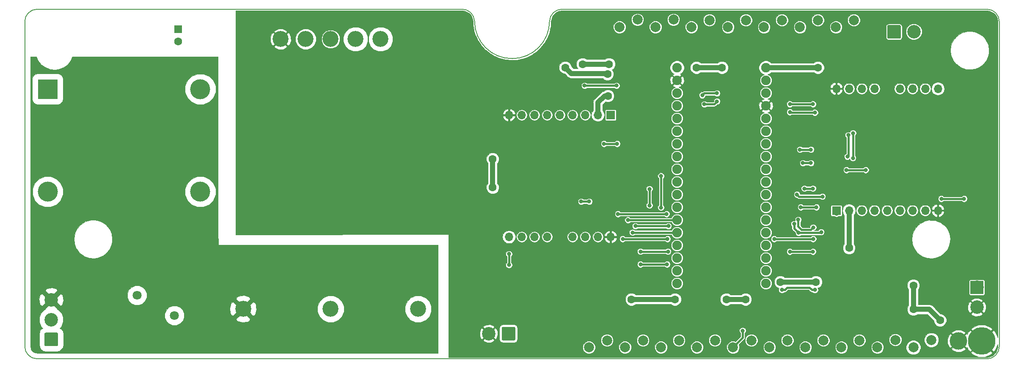
<source format=gbr>
%TF.GenerationSoftware,KiCad,Pcbnew,5.0.1*%
%TF.CreationDate,2018-10-23T16:01:19+11:00*%
%TF.ProjectId,FP1,4650312E6B696361645F706362000000,0.1*%
%TF.SameCoordinates,Original*%
%TF.FileFunction,Copper,L2,Bot,Signal*%
%TF.FilePolarity,Positive*%
%FSLAX46Y46*%
G04 Gerber Fmt 4.6, Leading zero omitted, Abs format (unit mm)*
G04 Created by KiCad (PCBNEW 5.0.1) date Tue 23 Oct 2018 04:01:19 PM AEDT*
%MOMM*%
%LPD*%
G01*
G04 APERTURE LIST*
%ADD10C,0.150000*%
%ADD11C,5.500000*%
%ADD12C,3.500000*%
%ADD13C,2.700000*%
%ADD14O,1.700000X1.700000*%
%ADD15R,1.700000X1.700000*%
%ADD16C,1.900000*%
%ADD17C,2.000000*%
%ADD18C,1.600000*%
%ADD19R,1.600000X1.600000*%
%ADD20C,1.800000*%
%ADD21R,4.000000X4.000000*%
%ADD22C,4.000000*%
%ADD23C,3.200000*%
%ADD24C,0.800000*%
%ADD25C,0.400000*%
%ADD26C,1.000000*%
%ADD27C,0.100000*%
G04 APERTURE END LIST*
D10*
X240100000Y-59500000D02*
G75*
G03X237599981Y-56999981I-2500019J0D01*
G01*
X237599981Y-127000019D02*
G75*
G03X240100000Y-124500000I0J2500019D01*
G01*
X45099981Y-124500000D02*
G75*
G03X47600000Y-127000019I2500019J0D01*
G01*
X45099981Y-59500000D02*
G75*
G02X47600000Y-56999981I2500019J0D01*
G01*
X135098002Y-59400080D02*
G75*
G03X132599981Y-56999981I-2498021J-99920D01*
G01*
X150101622Y-59409986D02*
G75*
G02X152600019Y-57000000I2498397J-90033D01*
G01*
X150100000Y-59400000D02*
G75*
G02X135100000Y-59400000I-7500000J0D01*
G01*
X237620000Y-57000000D02*
X152580000Y-57000000D01*
X45100000Y-124540000D02*
X45100000Y-59460000D01*
X47610000Y-57000000D02*
X132630000Y-57000000D01*
X240100000Y-124530000D02*
X240100000Y-59490000D01*
X47570000Y-127000000D02*
X237630000Y-127000000D01*
D11*
X236580000Y-123410000D03*
D12*
X231920000Y-123410000D03*
D13*
X235600000Y-116660000D03*
D10*
G36*
X236724503Y-111351204D02*
X236748772Y-111354804D01*
X236772570Y-111360765D01*
X236795670Y-111369030D01*
X236817849Y-111379520D01*
X236838892Y-111392133D01*
X236858598Y-111406748D01*
X236876776Y-111423224D01*
X236893252Y-111441402D01*
X236907867Y-111461108D01*
X236920480Y-111482151D01*
X236930970Y-111504330D01*
X236939235Y-111527430D01*
X236945196Y-111551228D01*
X236948796Y-111575497D01*
X236950000Y-111600001D01*
X236950000Y-113799999D01*
X236948796Y-113824503D01*
X236945196Y-113848772D01*
X236939235Y-113872570D01*
X236930970Y-113895670D01*
X236920480Y-113917849D01*
X236907867Y-113938892D01*
X236893252Y-113958598D01*
X236876776Y-113976776D01*
X236858598Y-113993252D01*
X236838892Y-114007867D01*
X236817849Y-114020480D01*
X236795670Y-114030970D01*
X236772570Y-114039235D01*
X236748772Y-114045196D01*
X236724503Y-114048796D01*
X236699999Y-114050000D01*
X234500001Y-114050000D01*
X234475497Y-114048796D01*
X234451228Y-114045196D01*
X234427430Y-114039235D01*
X234404330Y-114030970D01*
X234382151Y-114020480D01*
X234361108Y-114007867D01*
X234341402Y-113993252D01*
X234323224Y-113976776D01*
X234306748Y-113958598D01*
X234292133Y-113938892D01*
X234279520Y-113917849D01*
X234269030Y-113895670D01*
X234260765Y-113872570D01*
X234254804Y-113848772D01*
X234251204Y-113824503D01*
X234250000Y-113799999D01*
X234250000Y-111600001D01*
X234251204Y-111575497D01*
X234254804Y-111551228D01*
X234260765Y-111527430D01*
X234269030Y-111504330D01*
X234279520Y-111482151D01*
X234292133Y-111461108D01*
X234306748Y-111441402D01*
X234323224Y-111423224D01*
X234341402Y-111406748D01*
X234361108Y-111392133D01*
X234382151Y-111379520D01*
X234404330Y-111369030D01*
X234427430Y-111360765D01*
X234451228Y-111354804D01*
X234475497Y-111351204D01*
X234500001Y-111350000D01*
X236699999Y-111350000D01*
X236724503Y-111351204D01*
X236724503Y-111351204D01*
G37*
D13*
X235600000Y-112700000D03*
D10*
G36*
X220164503Y-60171204D02*
X220188772Y-60174804D01*
X220212570Y-60180765D01*
X220235670Y-60189030D01*
X220257849Y-60199520D01*
X220278892Y-60212133D01*
X220298598Y-60226748D01*
X220316776Y-60243224D01*
X220333252Y-60261402D01*
X220347867Y-60281108D01*
X220360480Y-60302151D01*
X220370970Y-60324330D01*
X220379235Y-60347430D01*
X220385196Y-60371228D01*
X220388796Y-60395497D01*
X220390000Y-60420001D01*
X220390000Y-62619999D01*
X220388796Y-62644503D01*
X220385196Y-62668772D01*
X220379235Y-62692570D01*
X220370970Y-62715670D01*
X220360480Y-62737849D01*
X220347867Y-62758892D01*
X220333252Y-62778598D01*
X220316776Y-62796776D01*
X220298598Y-62813252D01*
X220278892Y-62827867D01*
X220257849Y-62840480D01*
X220235670Y-62850970D01*
X220212570Y-62859235D01*
X220188772Y-62865196D01*
X220164503Y-62868796D01*
X220139999Y-62870000D01*
X217940001Y-62870000D01*
X217915497Y-62868796D01*
X217891228Y-62865196D01*
X217867430Y-62859235D01*
X217844330Y-62850970D01*
X217822151Y-62840480D01*
X217801108Y-62827867D01*
X217781402Y-62813252D01*
X217763224Y-62796776D01*
X217746748Y-62778598D01*
X217732133Y-62758892D01*
X217719520Y-62737849D01*
X217709030Y-62715670D01*
X217700765Y-62692570D01*
X217694804Y-62668772D01*
X217691204Y-62644503D01*
X217690000Y-62619999D01*
X217690000Y-60420001D01*
X217691204Y-60395497D01*
X217694804Y-60371228D01*
X217700765Y-60347430D01*
X217709030Y-60324330D01*
X217719520Y-60302151D01*
X217732133Y-60281108D01*
X217746748Y-60261402D01*
X217763224Y-60243224D01*
X217781402Y-60226748D01*
X217801108Y-60212133D01*
X217822151Y-60199520D01*
X217844330Y-60189030D01*
X217867430Y-60180765D01*
X217891228Y-60174804D01*
X217915497Y-60171204D01*
X217940001Y-60170000D01*
X220139999Y-60170000D01*
X220164503Y-60171204D01*
X220164503Y-60171204D01*
G37*
D13*
X219040000Y-61520000D03*
X223000000Y-61520000D03*
D14*
X154690000Y-102590000D03*
X157230000Y-102590000D03*
X162310000Y-102590000D03*
X159770000Y-102590000D03*
X149610000Y-102590000D03*
X141990000Y-102590000D03*
X144530000Y-102590000D03*
X147070000Y-102590000D03*
X154690000Y-78190000D03*
X144530000Y-78190000D03*
X159770000Y-78190000D03*
X147070000Y-78190000D03*
X141990000Y-78190000D03*
D15*
X162310000Y-78190000D03*
D14*
X149610000Y-78190000D03*
X152150000Y-78190000D03*
X157230000Y-78190000D03*
D16*
X193390000Y-111890000D03*
X193390000Y-109350000D03*
X193390000Y-106810000D03*
X193390000Y-104270000D03*
X193390000Y-101730000D03*
X193390000Y-99190000D03*
X193390000Y-96650000D03*
X193390000Y-94110000D03*
X193390000Y-91570000D03*
X193390000Y-89030000D03*
X193390000Y-86490000D03*
X193390000Y-83950000D03*
X193390000Y-81410000D03*
X193390000Y-78870000D03*
X193390000Y-76330000D03*
X193390000Y-73790000D03*
X193390000Y-71250000D03*
X193390000Y-68710000D03*
X175610000Y-111890000D03*
X175610000Y-109350000D03*
X175610000Y-106810000D03*
X175610000Y-104270000D03*
X175610000Y-101730000D03*
X175610000Y-99190000D03*
X175610000Y-96650000D03*
X175610000Y-94110000D03*
X175610000Y-91570000D03*
X175610000Y-89030000D03*
X175610000Y-86490000D03*
X175610000Y-83950000D03*
X175610000Y-81410000D03*
X175610000Y-78870000D03*
X175610000Y-76330000D03*
X175610000Y-73790000D03*
X175610000Y-71250000D03*
X175610000Y-68710000D03*
D14*
X215110000Y-72910000D03*
X212570000Y-72910000D03*
X207490000Y-72910000D03*
X210030000Y-72910000D03*
X220190000Y-72910000D03*
X227810000Y-72910000D03*
X225270000Y-72910000D03*
X222730000Y-72910000D03*
X215110000Y-97310000D03*
X225270000Y-97310000D03*
X210030000Y-97310000D03*
X222730000Y-97310000D03*
X227810000Y-97310000D03*
D15*
X207490000Y-97310000D03*
D14*
X220190000Y-97310000D03*
X217650000Y-97310000D03*
X212570000Y-97310000D03*
D17*
X176000000Y-123300000D03*
X158000000Y-124700000D03*
X179600000Y-124700000D03*
X172400000Y-124700000D03*
X186800000Y-124700000D03*
X165200000Y-124700000D03*
X168800000Y-123300000D03*
X161600000Y-123300000D03*
X183200000Y-123300000D03*
X194100000Y-124700000D03*
X197700000Y-123300000D03*
X212100000Y-123300000D03*
X208500000Y-124700000D03*
X204900000Y-123300000D03*
X215700000Y-124700000D03*
X190500000Y-123300000D03*
X201300000Y-124700000D03*
X222900000Y-124700000D03*
X219300000Y-123200000D03*
X226500000Y-123220000D03*
X207400000Y-60600000D03*
X200200000Y-60600000D03*
X211000000Y-59200000D03*
X196600000Y-59200000D03*
X203800000Y-59200000D03*
X171300000Y-60600000D03*
X167700000Y-59100000D03*
X193000000Y-60600000D03*
X189400000Y-59200000D03*
X164100000Y-60600000D03*
X174900000Y-59100000D03*
X178500000Y-60600000D03*
X182100000Y-59200000D03*
X185800000Y-60600000D03*
D18*
X75800000Y-63500000D03*
D19*
X75800000Y-61000000D03*
D20*
X75050000Y-118300000D03*
X67550000Y-114300000D03*
D10*
G36*
X143014503Y-120591204D02*
X143038772Y-120594804D01*
X143062570Y-120600765D01*
X143085670Y-120609030D01*
X143107849Y-120619520D01*
X143128892Y-120632133D01*
X143148598Y-120646748D01*
X143166776Y-120663224D01*
X143183252Y-120681402D01*
X143197867Y-120701108D01*
X143210480Y-120722151D01*
X143220970Y-120744330D01*
X143229235Y-120767430D01*
X143235196Y-120791228D01*
X143238796Y-120815497D01*
X143240000Y-120840001D01*
X143240000Y-123039999D01*
X143238796Y-123064503D01*
X143235196Y-123088772D01*
X143229235Y-123112570D01*
X143220970Y-123135670D01*
X143210480Y-123157849D01*
X143197867Y-123178892D01*
X143183252Y-123198598D01*
X143166776Y-123216776D01*
X143148598Y-123233252D01*
X143128892Y-123247867D01*
X143107849Y-123260480D01*
X143085670Y-123270970D01*
X143062570Y-123279235D01*
X143038772Y-123285196D01*
X143014503Y-123288796D01*
X142989999Y-123290000D01*
X140790001Y-123290000D01*
X140765497Y-123288796D01*
X140741228Y-123285196D01*
X140717430Y-123279235D01*
X140694330Y-123270970D01*
X140672151Y-123260480D01*
X140651108Y-123247867D01*
X140631402Y-123233252D01*
X140613224Y-123216776D01*
X140596748Y-123198598D01*
X140582133Y-123178892D01*
X140569520Y-123157849D01*
X140559030Y-123135670D01*
X140550765Y-123112570D01*
X140544804Y-123088772D01*
X140541204Y-123064503D01*
X140540000Y-123039999D01*
X140540000Y-120840001D01*
X140541204Y-120815497D01*
X140544804Y-120791228D01*
X140550765Y-120767430D01*
X140559030Y-120744330D01*
X140569520Y-120722151D01*
X140582133Y-120701108D01*
X140596748Y-120681402D01*
X140613224Y-120663224D01*
X140631402Y-120646748D01*
X140651108Y-120632133D01*
X140672151Y-120619520D01*
X140694330Y-120609030D01*
X140717430Y-120600765D01*
X140741228Y-120594804D01*
X140765497Y-120591204D01*
X140790001Y-120590000D01*
X142989999Y-120590000D01*
X143014503Y-120591204D01*
X143014503Y-120591204D01*
G37*
D13*
X141890000Y-121940000D03*
X137930000Y-121940000D03*
D21*
X49685000Y-72995000D03*
D22*
X80235000Y-72995000D03*
X49685000Y-93545000D03*
X80235000Y-93545000D03*
D23*
X106300000Y-63000000D03*
X116300000Y-63000000D03*
X111300000Y-63000000D03*
X96300000Y-63000000D03*
X101300000Y-63000000D03*
X106300000Y-117000000D03*
X123800000Y-117000000D03*
X88800000Y-117000000D03*
D13*
X50400000Y-115180000D03*
X50400000Y-119140000D03*
D10*
G36*
X51524503Y-121751204D02*
X51548772Y-121754804D01*
X51572570Y-121760765D01*
X51595670Y-121769030D01*
X51617849Y-121779520D01*
X51638892Y-121792133D01*
X51658598Y-121806748D01*
X51676776Y-121823224D01*
X51693252Y-121841402D01*
X51707867Y-121861108D01*
X51720480Y-121882151D01*
X51730970Y-121904330D01*
X51739235Y-121927430D01*
X51745196Y-121951228D01*
X51748796Y-121975497D01*
X51750000Y-122000001D01*
X51750000Y-124199999D01*
X51748796Y-124224503D01*
X51745196Y-124248772D01*
X51739235Y-124272570D01*
X51730970Y-124295670D01*
X51720480Y-124317849D01*
X51707867Y-124338892D01*
X51693252Y-124358598D01*
X51676776Y-124376776D01*
X51658598Y-124393252D01*
X51638892Y-124407867D01*
X51617849Y-124420480D01*
X51595670Y-124430970D01*
X51572570Y-124439235D01*
X51548772Y-124445196D01*
X51524503Y-124448796D01*
X51499999Y-124450000D01*
X49300001Y-124450000D01*
X49275497Y-124448796D01*
X49251228Y-124445196D01*
X49227430Y-124439235D01*
X49204330Y-124430970D01*
X49182151Y-124420480D01*
X49161108Y-124407867D01*
X49141402Y-124393252D01*
X49123224Y-124376776D01*
X49106748Y-124358598D01*
X49092133Y-124338892D01*
X49079520Y-124317849D01*
X49069030Y-124295670D01*
X49060765Y-124272570D01*
X49054804Y-124248772D01*
X49051204Y-124224503D01*
X49050000Y-124199999D01*
X49050000Y-122000001D01*
X49051204Y-121975497D01*
X49054804Y-121951228D01*
X49060765Y-121927430D01*
X49069030Y-121904330D01*
X49079520Y-121882151D01*
X49092133Y-121861108D01*
X49106748Y-121841402D01*
X49123224Y-121823224D01*
X49141402Y-121806748D01*
X49161108Y-121792133D01*
X49182151Y-121779520D01*
X49204330Y-121769030D01*
X49227430Y-121760765D01*
X49251228Y-121754804D01*
X49275497Y-121751204D01*
X49300001Y-121750000D01*
X51499999Y-121750000D01*
X51524503Y-121751204D01*
X51524503Y-121751204D01*
G37*
D13*
X50400000Y-123100000D03*
D24*
X202400020Y-85100000D03*
X200200010Y-85100000D03*
X163610000Y-83950000D03*
X161000000Y-83950000D03*
X170100000Y-93000000D03*
X170100000Y-96300000D03*
X201100000Y-92900000D03*
X202800000Y-92900000D03*
X202800000Y-76000000D03*
X198200000Y-76000000D03*
X183590000Y-73830000D03*
X180660000Y-74230000D03*
D18*
X210030000Y-104800000D03*
X175200000Y-115100000D03*
X185500000Y-115100000D03*
X189300000Y-115100000D03*
X196300000Y-111624467D03*
X203406062Y-111613322D03*
X153250000Y-68680000D03*
X166500000Y-115100000D03*
X222900000Y-112300000D03*
X222900000Y-117100000D03*
X161770000Y-74360000D03*
X161700020Y-69985834D03*
X228260000Y-119270000D03*
D24*
X166860000Y-106840000D03*
X150000000Y-115300000D03*
X163700000Y-111800000D03*
X138240000Y-104450000D03*
X134400000Y-73900000D03*
X150900000Y-74700000D03*
X157300000Y-86600000D03*
X165650000Y-81780000D03*
X158500000Y-81400000D03*
X167100000Y-85100000D03*
X188200000Y-71900000D03*
X185400000Y-80100000D03*
X183400000Y-112100000D03*
X180300000Y-117500000D03*
X193300000Y-117700000D03*
X208200000Y-112300000D03*
X220120000Y-102860000D03*
X205500000Y-106600000D03*
X218840000Y-69970000D03*
X214800000Y-81200000D03*
X225400000Y-87000000D03*
X179900000Y-93600000D03*
X179800000Y-90300000D03*
X179800000Y-87700000D03*
X179900000Y-85200000D03*
X180000000Y-96700000D03*
X180100000Y-99300000D03*
X180200000Y-101800000D03*
X190600000Y-113600000D03*
X146140000Y-97020000D03*
X168790000Y-96920000D03*
X167500000Y-104160000D03*
X152130000Y-99600000D03*
X156070000Y-99590000D03*
X206470000Y-87480000D03*
X206470000Y-91410000D03*
X169700000Y-75510000D03*
X206010000Y-81170000D03*
X216860000Y-92800000D03*
X207180000Y-65680000D03*
X228610000Y-62020000D03*
X238190000Y-95750000D03*
X238160000Y-104590000D03*
X159990000Y-117800000D03*
X150700000Y-83640000D03*
X163350000Y-92140000D03*
X214860000Y-108460000D03*
X203200000Y-77700000D03*
X198200000Y-77600000D03*
X183600000Y-75460000D03*
X181050000Y-76020000D03*
X202400020Y-87798980D03*
X200800020Y-87800000D03*
X196600000Y-113200000D03*
X203200000Y-113200000D03*
X188740000Y-121360000D03*
X228500000Y-94950000D03*
X233049397Y-94949997D03*
X209500000Y-89200000D03*
X213370000Y-89200000D03*
X198200000Y-105540000D03*
X202800000Y-105540000D03*
X199600000Y-94110000D03*
X204700000Y-94500000D03*
X210800000Y-86800000D03*
X210830000Y-81797726D03*
X163800000Y-98000000D03*
X173500000Y-98000000D03*
X209900000Y-82200000D03*
X209700000Y-86500010D03*
X203500000Y-96650000D03*
X200350000Y-96650000D03*
X173900000Y-100400000D03*
X167300000Y-100400000D03*
X199030000Y-100000000D03*
X204450000Y-101630000D03*
X199940000Y-101760000D03*
X158030681Y-95510691D03*
X156430000Y-95510000D03*
D18*
X184600000Y-68710000D03*
X179500000Y-68710000D03*
X162010000Y-68010000D03*
X156700000Y-68010000D03*
X138710000Y-87000000D03*
X138710000Y-92700000D03*
X203800000Y-68710000D03*
D24*
X195060000Y-103000000D03*
X202860000Y-103000000D03*
X173700000Y-103000000D03*
X199860000Y-99130000D03*
X202870000Y-100690000D03*
X164739754Y-102998253D03*
X165800000Y-99200000D03*
X141990000Y-106000000D03*
X141990000Y-108200010D03*
X166710000Y-101700000D03*
X157100000Y-72300000D03*
X163500000Y-72300000D03*
X173600000Y-108080000D03*
X168290000Y-108080000D03*
X173800000Y-105520000D03*
X168290000Y-105520000D03*
X172400000Y-96700000D03*
X172400000Y-90400000D03*
D18*
X120300000Y-123600000D03*
X102800000Y-123600000D03*
D25*
X202400020Y-85100000D02*
X200200010Y-85100000D01*
X161000000Y-83950000D02*
X163610000Y-83950000D01*
X170100000Y-93000000D02*
X170100000Y-96300000D01*
X201100000Y-92900000D02*
X202800000Y-92900000D01*
X181060000Y-73830000D02*
X180660000Y-74230000D01*
X183590000Y-73830000D02*
X181060000Y-73830000D01*
X198200000Y-76000000D02*
X202800000Y-76000000D01*
D26*
X196300000Y-111624467D02*
X203394917Y-111624467D01*
X166500000Y-115100000D02*
X175210000Y-115100000D01*
X185500000Y-115100000D02*
X189300000Y-115100000D01*
X222900000Y-112300000D02*
X222900000Y-117100000D01*
X159770000Y-75700000D02*
X159770000Y-78190000D01*
X161110000Y-74360000D02*
X159770000Y-75700000D01*
X153250000Y-68680000D02*
X154440000Y-69870000D01*
X154440000Y-69870000D02*
X161584186Y-69870000D01*
X161584186Y-69870000D02*
X161700020Y-69985834D01*
X210030000Y-97310000D02*
X210030000Y-104800000D01*
X226090000Y-117100000D02*
X228260000Y-119270000D01*
X222900000Y-117100000D02*
X226090000Y-117100000D01*
D25*
X203200000Y-77700000D02*
X198200000Y-77700000D01*
X183600000Y-75460000D02*
X183040000Y-76020000D01*
X183040000Y-76020000D02*
X181050000Y-76020000D01*
X207510000Y-97830000D02*
X207490000Y-97810000D01*
D26*
X207510643Y-97830643D02*
X207490000Y-97810000D01*
D25*
X200800020Y-87800000D02*
X202399000Y-87800000D01*
X202399000Y-87800000D02*
X202400020Y-87798980D01*
X186800000Y-124700000D02*
X188740000Y-122760000D01*
X188740000Y-122760000D02*
X188740000Y-121360000D01*
X203200000Y-113200000D02*
X202585523Y-113200000D01*
X202585523Y-113200000D02*
X202110000Y-112724477D01*
X197165685Y-113200000D02*
X197641208Y-112724477D01*
X196600000Y-113200000D02*
X197165685Y-113200000D01*
X197641208Y-112724477D02*
X202110000Y-112724477D01*
X233049394Y-94950000D02*
X233049397Y-94949997D01*
X228500000Y-94950000D02*
X233049394Y-94950000D01*
X209500000Y-89200000D02*
X213370000Y-89200000D01*
X198200000Y-105540000D02*
X202800000Y-105540000D01*
X199990000Y-94500000D02*
X199600000Y-94110000D01*
X204700000Y-94500000D02*
X199990000Y-94500000D01*
X210830000Y-86770000D02*
X210800000Y-86800000D01*
X210830000Y-81797726D02*
X210830000Y-86770000D01*
X163800000Y-98000000D02*
X173500000Y-98000000D01*
X209900000Y-82200000D02*
X209900000Y-86300000D01*
X209900000Y-86300000D02*
X209700000Y-86500000D01*
X209700000Y-86500000D02*
X209700000Y-86500010D01*
X200350000Y-96550000D02*
X200350000Y-96650000D01*
X203500000Y-96650000D02*
X200350000Y-96650000D01*
X199030000Y-100000000D02*
X199030000Y-100850000D01*
X199030000Y-100850000D02*
X199940000Y-101760000D01*
X204320000Y-101760000D02*
X204450000Y-101630000D01*
X199940000Y-101760000D02*
X204320000Y-101760000D01*
X173900000Y-100400000D02*
X167300000Y-100400000D01*
X158030681Y-95510691D02*
X156430691Y-95510691D01*
X156430691Y-95510691D02*
X156430000Y-95510000D01*
D26*
X162010000Y-68010000D02*
X156700000Y-68010000D01*
X184600000Y-68710000D02*
X180100000Y-68710000D01*
X193390000Y-68710000D02*
X203000020Y-68710000D01*
X138710000Y-87000000D02*
X138710000Y-92700000D01*
D25*
X195060000Y-103000000D02*
X202860000Y-103000000D01*
X173700000Y-103000000D02*
X164741501Y-103000000D01*
X164741501Y-103000000D02*
X164739754Y-102998253D01*
X199860000Y-99130000D02*
X199860000Y-100495998D01*
X199860000Y-100495998D02*
X200524002Y-101160000D01*
X202400000Y-101160000D02*
X202870000Y-100690000D01*
X200524002Y-101160000D02*
X202400000Y-101160000D01*
X175600000Y-99200000D02*
X175610000Y-99190000D01*
X165810000Y-99190000D02*
X165800000Y-99200000D01*
X175610000Y-99190000D02*
X165810000Y-99190000D01*
X141990000Y-106000000D02*
X141990000Y-108200010D01*
X175580000Y-101700000D02*
X175610000Y-101730000D01*
X166710000Y-101700000D02*
X175580000Y-101700000D01*
X157100000Y-72300000D02*
X163500000Y-72300000D01*
X173600000Y-108080000D02*
X168290000Y-108080000D01*
X173800000Y-105520000D02*
X168290000Y-105520000D01*
X172400000Y-96700000D02*
X172400000Y-90400000D01*
D27*
G36*
X47675800Y-67159736D02*
X47681907Y-67170518D01*
X48291907Y-67990518D01*
X48302456Y-68000995D01*
X49202456Y-68660995D01*
X49214718Y-68667584D01*
X50244718Y-69047584D01*
X50259502Y-69050611D01*
X51249502Y-69100611D01*
X51259671Y-69100087D01*
X52099671Y-68970087D01*
X52112331Y-68966366D01*
X52922331Y-68606366D01*
X52930544Y-68601743D01*
X53650544Y-68101743D01*
X53660830Y-68092205D01*
X54310830Y-67292205D01*
X54317665Y-67281093D01*
X54644733Y-66550000D01*
X83750000Y-66550000D01*
X83750000Y-102900000D01*
X83753806Y-102919134D01*
X83764645Y-102935355D01*
X83780866Y-102946194D01*
X83800000Y-102950000D01*
X83800000Y-104140000D01*
X83803810Y-104159144D01*
X83814652Y-104175363D01*
X83830876Y-104186198D01*
X83850011Y-104190000D01*
X127750000Y-104180446D01*
X127750000Y-125875000D01*
X47670630Y-125875000D01*
X47260272Y-125823160D01*
X46941887Y-125697102D01*
X46664855Y-125495827D01*
X46446584Y-125231983D01*
X46300783Y-124922140D01*
X46226578Y-124533145D01*
X46225000Y-124482930D01*
X46225000Y-122000001D01*
X47979430Y-122000001D01*
X47979430Y-124199999D01*
X48079952Y-124705360D01*
X48366216Y-125133784D01*
X48794640Y-125420048D01*
X49300001Y-125520570D01*
X51499999Y-125520570D01*
X52005360Y-125420048D01*
X52433784Y-125133784D01*
X52720048Y-124705360D01*
X52820570Y-124199999D01*
X52820570Y-122000001D01*
X52720048Y-121494640D01*
X52433784Y-121066216D01*
X52094560Y-120839553D01*
X52434622Y-120499491D01*
X52800000Y-119617390D01*
X52800000Y-118662610D01*
X52489138Y-117912121D01*
X73100000Y-117912121D01*
X73100000Y-118687879D01*
X73396870Y-119404586D01*
X73945414Y-119953130D01*
X74662121Y-120250000D01*
X75437879Y-120250000D01*
X76154586Y-119953130D01*
X76703130Y-119404586D01*
X76865113Y-119013523D01*
X87422873Y-119013523D01*
X87598092Y-119419870D01*
X88615625Y-119695619D01*
X89661228Y-119560984D01*
X90001908Y-119419870D01*
X90177127Y-119013523D01*
X88800000Y-117636396D01*
X87422873Y-119013523D01*
X76865113Y-119013523D01*
X77000000Y-118687879D01*
X77000000Y-117912121D01*
X76703130Y-117195414D01*
X76323341Y-116815625D01*
X86104381Y-116815625D01*
X86239016Y-117861228D01*
X86380130Y-118201908D01*
X86786477Y-118377127D01*
X88163604Y-117000000D01*
X89436396Y-117000000D01*
X90813523Y-118377127D01*
X91219870Y-118201908D01*
X91495619Y-117184375D01*
X91404006Y-116472882D01*
X103650000Y-116472882D01*
X103650000Y-117527118D01*
X104053438Y-118501105D01*
X104798895Y-119246562D01*
X105772882Y-119650000D01*
X106827118Y-119650000D01*
X107801105Y-119246562D01*
X108546562Y-118501105D01*
X108950000Y-117527118D01*
X108950000Y-116472882D01*
X121150000Y-116472882D01*
X121150000Y-117527118D01*
X121553438Y-118501105D01*
X122298895Y-119246562D01*
X123272882Y-119650000D01*
X124327118Y-119650000D01*
X125301105Y-119246562D01*
X126046562Y-118501105D01*
X126450000Y-117527118D01*
X126450000Y-116472882D01*
X126046562Y-115498895D01*
X125301105Y-114753438D01*
X124327118Y-114350000D01*
X123272882Y-114350000D01*
X122298895Y-114753438D01*
X121553438Y-115498895D01*
X121150000Y-116472882D01*
X108950000Y-116472882D01*
X108546562Y-115498895D01*
X107801105Y-114753438D01*
X106827118Y-114350000D01*
X105772882Y-114350000D01*
X104798895Y-114753438D01*
X104053438Y-115498895D01*
X103650000Y-116472882D01*
X91404006Y-116472882D01*
X91360984Y-116138772D01*
X91219870Y-115798092D01*
X90813523Y-115622873D01*
X89436396Y-117000000D01*
X88163604Y-117000000D01*
X86786477Y-115622873D01*
X86380130Y-115798092D01*
X86104381Y-116815625D01*
X76323341Y-116815625D01*
X76154586Y-116646870D01*
X75437879Y-116350000D01*
X74662121Y-116350000D01*
X73945414Y-116646870D01*
X73396870Y-117195414D01*
X73100000Y-117912121D01*
X52489138Y-117912121D01*
X52434622Y-117780509D01*
X51759491Y-117105378D01*
X51584614Y-117032941D01*
X51593361Y-117009758D01*
X50400000Y-115816396D01*
X49206639Y-117009758D01*
X49215386Y-117032941D01*
X49040509Y-117105378D01*
X48365378Y-117780509D01*
X48000000Y-118662610D01*
X48000000Y-119617390D01*
X48365378Y-120499491D01*
X48705440Y-120839553D01*
X48366216Y-121066216D01*
X48079952Y-121494640D01*
X47979430Y-122000001D01*
X46225000Y-122000001D01*
X46225000Y-115056063D01*
X47956122Y-115056063D01*
X48094723Y-116000729D01*
X48189580Y-116229734D01*
X48570242Y-116373361D01*
X49763604Y-115180000D01*
X51036396Y-115180000D01*
X52229758Y-116373361D01*
X52610420Y-116229734D01*
X52843878Y-115303937D01*
X52705277Y-114359271D01*
X52610420Y-114130266D01*
X52229758Y-113986639D01*
X51036396Y-115180000D01*
X49763604Y-115180000D01*
X48570242Y-113986639D01*
X48189580Y-114130266D01*
X47956122Y-115056063D01*
X46225000Y-115056063D01*
X46225000Y-113350242D01*
X49206639Y-113350242D01*
X50400000Y-114543604D01*
X51031482Y-113912121D01*
X65600000Y-113912121D01*
X65600000Y-114687879D01*
X65896870Y-115404586D01*
X66445414Y-115953130D01*
X67162121Y-116250000D01*
X67937879Y-116250000D01*
X68654586Y-115953130D01*
X69203130Y-115404586D01*
X69376316Y-114986477D01*
X87422873Y-114986477D01*
X88800000Y-116363604D01*
X90177127Y-114986477D01*
X90001908Y-114580130D01*
X88984375Y-114304381D01*
X87938772Y-114439016D01*
X87598092Y-114580130D01*
X87422873Y-114986477D01*
X69376316Y-114986477D01*
X69500000Y-114687879D01*
X69500000Y-113912121D01*
X69203130Y-113195414D01*
X68654586Y-112646870D01*
X67937879Y-112350000D01*
X67162121Y-112350000D01*
X66445414Y-112646870D01*
X65896870Y-113195414D01*
X65600000Y-113912121D01*
X51031482Y-113912121D01*
X51593361Y-113350242D01*
X51449734Y-112969580D01*
X50523937Y-112736122D01*
X49579271Y-112874723D01*
X49350266Y-112969580D01*
X49206639Y-113350242D01*
X46225000Y-113350242D01*
X46225000Y-102904311D01*
X54930186Y-102904311D01*
X55020186Y-103944311D01*
X55023776Y-103959061D01*
X55423776Y-104929061D01*
X55429883Y-104939843D01*
X56039883Y-105759843D01*
X56050432Y-105770320D01*
X56950432Y-106430320D01*
X56962694Y-106436909D01*
X57992694Y-106816909D01*
X58007478Y-106819936D01*
X58997478Y-106869936D01*
X59007647Y-106869412D01*
X59847647Y-106739412D01*
X59860307Y-106735691D01*
X60670307Y-106375691D01*
X60678520Y-106371068D01*
X61398520Y-105871068D01*
X61408806Y-105861530D01*
X62058806Y-105061530D01*
X62065641Y-105050418D01*
X62405641Y-104290418D01*
X62408548Y-104281961D01*
X62578548Y-103591961D01*
X62579923Y-103582774D01*
X62619923Y-102862774D01*
X62619463Y-102852693D01*
X62489463Y-101972693D01*
X62485898Y-101960167D01*
X62135898Y-101150167D01*
X62130998Y-101141379D01*
X61760998Y-100611379D01*
X61756150Y-100605457D01*
X61326150Y-100155457D01*
X61319485Y-100149619D01*
X60689485Y-99689619D01*
X60679805Y-99684089D01*
X60169805Y-99464089D01*
X60165811Y-99462566D01*
X59655811Y-99292566D01*
X59647463Y-99290560D01*
X59117463Y-99210560D01*
X59110000Y-99210000D01*
X58771181Y-99210000D01*
X58352378Y-99190057D01*
X58337436Y-99191604D01*
X57297436Y-99461604D01*
X57284564Y-99466954D01*
X56624564Y-99856954D01*
X56618946Y-99860813D01*
X56088946Y-100280813D01*
X56081480Y-100288122D01*
X55601480Y-100868122D01*
X55596087Y-100876092D01*
X55106087Y-101776092D01*
X55100587Y-101792363D01*
X54930587Y-102892363D01*
X54930186Y-102904311D01*
X46225000Y-102904311D01*
X46225000Y-92938317D01*
X46635000Y-92938317D01*
X46635000Y-94151683D01*
X47099335Y-95272686D01*
X47957314Y-96130665D01*
X49078317Y-96595000D01*
X50291683Y-96595000D01*
X51412686Y-96130665D01*
X52270665Y-95272686D01*
X52735000Y-94151683D01*
X52735000Y-92938317D01*
X77185000Y-92938317D01*
X77185000Y-94151683D01*
X77649335Y-95272686D01*
X78507314Y-96130665D01*
X79628317Y-96595000D01*
X80841683Y-96595000D01*
X81962686Y-96130665D01*
X82820665Y-95272686D01*
X83285000Y-94151683D01*
X83285000Y-92938317D01*
X82820665Y-91817314D01*
X81962686Y-90959335D01*
X80841683Y-90495000D01*
X79628317Y-90495000D01*
X78507314Y-90959335D01*
X77649335Y-91817314D01*
X77185000Y-92938317D01*
X52735000Y-92938317D01*
X52270665Y-91817314D01*
X51412686Y-90959335D01*
X50291683Y-90495000D01*
X49078317Y-90495000D01*
X47957314Y-90959335D01*
X47099335Y-91817314D01*
X46635000Y-92938317D01*
X46225000Y-92938317D01*
X46225000Y-70995000D01*
X46614430Y-70995000D01*
X46614430Y-74995000D01*
X46695922Y-75404689D01*
X46927993Y-75752007D01*
X47275311Y-75984078D01*
X47685000Y-76065570D01*
X51685000Y-76065570D01*
X52094689Y-75984078D01*
X52442007Y-75752007D01*
X52674078Y-75404689D01*
X52755570Y-74995000D01*
X52755570Y-72388317D01*
X77185000Y-72388317D01*
X77185000Y-73601683D01*
X77649335Y-74722686D01*
X78507314Y-75580665D01*
X79628317Y-76045000D01*
X80841683Y-76045000D01*
X81962686Y-75580665D01*
X82820665Y-74722686D01*
X83285000Y-73601683D01*
X83285000Y-72388317D01*
X82820665Y-71267314D01*
X81962686Y-70409335D01*
X80841683Y-69945000D01*
X79628317Y-69945000D01*
X78507314Y-70409335D01*
X77649335Y-71267314D01*
X77185000Y-72388317D01*
X52755570Y-72388317D01*
X52755570Y-70995000D01*
X52674078Y-70585311D01*
X52442007Y-70237993D01*
X52094689Y-70005922D01*
X51685000Y-69924430D01*
X47685000Y-69924430D01*
X47275311Y-70005922D01*
X46927993Y-70237993D01*
X46695922Y-70585311D01*
X46614430Y-70995000D01*
X46225000Y-70995000D01*
X46225000Y-66550000D01*
X47424362Y-66550000D01*
X47675800Y-67159736D01*
X47675800Y-67159736D01*
G37*
X47675800Y-67159736D02*
X47681907Y-67170518D01*
X48291907Y-67990518D01*
X48302456Y-68000995D01*
X49202456Y-68660995D01*
X49214718Y-68667584D01*
X50244718Y-69047584D01*
X50259502Y-69050611D01*
X51249502Y-69100611D01*
X51259671Y-69100087D01*
X52099671Y-68970087D01*
X52112331Y-68966366D01*
X52922331Y-68606366D01*
X52930544Y-68601743D01*
X53650544Y-68101743D01*
X53660830Y-68092205D01*
X54310830Y-67292205D01*
X54317665Y-67281093D01*
X54644733Y-66550000D01*
X83750000Y-66550000D01*
X83750000Y-102900000D01*
X83753806Y-102919134D01*
X83764645Y-102935355D01*
X83780866Y-102946194D01*
X83800000Y-102950000D01*
X83800000Y-104140000D01*
X83803810Y-104159144D01*
X83814652Y-104175363D01*
X83830876Y-104186198D01*
X83850011Y-104190000D01*
X127750000Y-104180446D01*
X127750000Y-125875000D01*
X47670630Y-125875000D01*
X47260272Y-125823160D01*
X46941887Y-125697102D01*
X46664855Y-125495827D01*
X46446584Y-125231983D01*
X46300783Y-124922140D01*
X46226578Y-124533145D01*
X46225000Y-124482930D01*
X46225000Y-122000001D01*
X47979430Y-122000001D01*
X47979430Y-124199999D01*
X48079952Y-124705360D01*
X48366216Y-125133784D01*
X48794640Y-125420048D01*
X49300001Y-125520570D01*
X51499999Y-125520570D01*
X52005360Y-125420048D01*
X52433784Y-125133784D01*
X52720048Y-124705360D01*
X52820570Y-124199999D01*
X52820570Y-122000001D01*
X52720048Y-121494640D01*
X52433784Y-121066216D01*
X52094560Y-120839553D01*
X52434622Y-120499491D01*
X52800000Y-119617390D01*
X52800000Y-118662610D01*
X52489138Y-117912121D01*
X73100000Y-117912121D01*
X73100000Y-118687879D01*
X73396870Y-119404586D01*
X73945414Y-119953130D01*
X74662121Y-120250000D01*
X75437879Y-120250000D01*
X76154586Y-119953130D01*
X76703130Y-119404586D01*
X76865113Y-119013523D01*
X87422873Y-119013523D01*
X87598092Y-119419870D01*
X88615625Y-119695619D01*
X89661228Y-119560984D01*
X90001908Y-119419870D01*
X90177127Y-119013523D01*
X88800000Y-117636396D01*
X87422873Y-119013523D01*
X76865113Y-119013523D01*
X77000000Y-118687879D01*
X77000000Y-117912121D01*
X76703130Y-117195414D01*
X76323341Y-116815625D01*
X86104381Y-116815625D01*
X86239016Y-117861228D01*
X86380130Y-118201908D01*
X86786477Y-118377127D01*
X88163604Y-117000000D01*
X89436396Y-117000000D01*
X90813523Y-118377127D01*
X91219870Y-118201908D01*
X91495619Y-117184375D01*
X91404006Y-116472882D01*
X103650000Y-116472882D01*
X103650000Y-117527118D01*
X104053438Y-118501105D01*
X104798895Y-119246562D01*
X105772882Y-119650000D01*
X106827118Y-119650000D01*
X107801105Y-119246562D01*
X108546562Y-118501105D01*
X108950000Y-117527118D01*
X108950000Y-116472882D01*
X121150000Y-116472882D01*
X121150000Y-117527118D01*
X121553438Y-118501105D01*
X122298895Y-119246562D01*
X123272882Y-119650000D01*
X124327118Y-119650000D01*
X125301105Y-119246562D01*
X126046562Y-118501105D01*
X126450000Y-117527118D01*
X126450000Y-116472882D01*
X126046562Y-115498895D01*
X125301105Y-114753438D01*
X124327118Y-114350000D01*
X123272882Y-114350000D01*
X122298895Y-114753438D01*
X121553438Y-115498895D01*
X121150000Y-116472882D01*
X108950000Y-116472882D01*
X108546562Y-115498895D01*
X107801105Y-114753438D01*
X106827118Y-114350000D01*
X105772882Y-114350000D01*
X104798895Y-114753438D01*
X104053438Y-115498895D01*
X103650000Y-116472882D01*
X91404006Y-116472882D01*
X91360984Y-116138772D01*
X91219870Y-115798092D01*
X90813523Y-115622873D01*
X89436396Y-117000000D01*
X88163604Y-117000000D01*
X86786477Y-115622873D01*
X86380130Y-115798092D01*
X86104381Y-116815625D01*
X76323341Y-116815625D01*
X76154586Y-116646870D01*
X75437879Y-116350000D01*
X74662121Y-116350000D01*
X73945414Y-116646870D01*
X73396870Y-117195414D01*
X73100000Y-117912121D01*
X52489138Y-117912121D01*
X52434622Y-117780509D01*
X51759491Y-117105378D01*
X51584614Y-117032941D01*
X51593361Y-117009758D01*
X50400000Y-115816396D01*
X49206639Y-117009758D01*
X49215386Y-117032941D01*
X49040509Y-117105378D01*
X48365378Y-117780509D01*
X48000000Y-118662610D01*
X48000000Y-119617390D01*
X48365378Y-120499491D01*
X48705440Y-120839553D01*
X48366216Y-121066216D01*
X48079952Y-121494640D01*
X47979430Y-122000001D01*
X46225000Y-122000001D01*
X46225000Y-115056063D01*
X47956122Y-115056063D01*
X48094723Y-116000729D01*
X48189580Y-116229734D01*
X48570242Y-116373361D01*
X49763604Y-115180000D01*
X51036396Y-115180000D01*
X52229758Y-116373361D01*
X52610420Y-116229734D01*
X52843878Y-115303937D01*
X52705277Y-114359271D01*
X52610420Y-114130266D01*
X52229758Y-113986639D01*
X51036396Y-115180000D01*
X49763604Y-115180000D01*
X48570242Y-113986639D01*
X48189580Y-114130266D01*
X47956122Y-115056063D01*
X46225000Y-115056063D01*
X46225000Y-113350242D01*
X49206639Y-113350242D01*
X50400000Y-114543604D01*
X51031482Y-113912121D01*
X65600000Y-113912121D01*
X65600000Y-114687879D01*
X65896870Y-115404586D01*
X66445414Y-115953130D01*
X67162121Y-116250000D01*
X67937879Y-116250000D01*
X68654586Y-115953130D01*
X69203130Y-115404586D01*
X69376316Y-114986477D01*
X87422873Y-114986477D01*
X88800000Y-116363604D01*
X90177127Y-114986477D01*
X90001908Y-114580130D01*
X88984375Y-114304381D01*
X87938772Y-114439016D01*
X87598092Y-114580130D01*
X87422873Y-114986477D01*
X69376316Y-114986477D01*
X69500000Y-114687879D01*
X69500000Y-113912121D01*
X69203130Y-113195414D01*
X68654586Y-112646870D01*
X67937879Y-112350000D01*
X67162121Y-112350000D01*
X66445414Y-112646870D01*
X65896870Y-113195414D01*
X65600000Y-113912121D01*
X51031482Y-113912121D01*
X51593361Y-113350242D01*
X51449734Y-112969580D01*
X50523937Y-112736122D01*
X49579271Y-112874723D01*
X49350266Y-112969580D01*
X49206639Y-113350242D01*
X46225000Y-113350242D01*
X46225000Y-102904311D01*
X54930186Y-102904311D01*
X55020186Y-103944311D01*
X55023776Y-103959061D01*
X55423776Y-104929061D01*
X55429883Y-104939843D01*
X56039883Y-105759843D01*
X56050432Y-105770320D01*
X56950432Y-106430320D01*
X56962694Y-106436909D01*
X57992694Y-106816909D01*
X58007478Y-106819936D01*
X58997478Y-106869936D01*
X59007647Y-106869412D01*
X59847647Y-106739412D01*
X59860307Y-106735691D01*
X60670307Y-106375691D01*
X60678520Y-106371068D01*
X61398520Y-105871068D01*
X61408806Y-105861530D01*
X62058806Y-105061530D01*
X62065641Y-105050418D01*
X62405641Y-104290418D01*
X62408548Y-104281961D01*
X62578548Y-103591961D01*
X62579923Y-103582774D01*
X62619923Y-102862774D01*
X62619463Y-102852693D01*
X62489463Y-101972693D01*
X62485898Y-101960167D01*
X62135898Y-101150167D01*
X62130998Y-101141379D01*
X61760998Y-100611379D01*
X61756150Y-100605457D01*
X61326150Y-100155457D01*
X61319485Y-100149619D01*
X60689485Y-99689619D01*
X60679805Y-99684089D01*
X60169805Y-99464089D01*
X60165811Y-99462566D01*
X59655811Y-99292566D01*
X59647463Y-99290560D01*
X59117463Y-99210560D01*
X59110000Y-99210000D01*
X58771181Y-99210000D01*
X58352378Y-99190057D01*
X58337436Y-99191604D01*
X57297436Y-99461604D01*
X57284564Y-99466954D01*
X56624564Y-99856954D01*
X56618946Y-99860813D01*
X56088946Y-100280813D01*
X56081480Y-100288122D01*
X55601480Y-100868122D01*
X55596087Y-100876092D01*
X55106087Y-101776092D01*
X55100587Y-101792363D01*
X54930587Y-102892363D01*
X54930186Y-102904311D01*
X46225000Y-102904311D01*
X46225000Y-92938317D01*
X46635000Y-92938317D01*
X46635000Y-94151683D01*
X47099335Y-95272686D01*
X47957314Y-96130665D01*
X49078317Y-96595000D01*
X50291683Y-96595000D01*
X51412686Y-96130665D01*
X52270665Y-95272686D01*
X52735000Y-94151683D01*
X52735000Y-92938317D01*
X77185000Y-92938317D01*
X77185000Y-94151683D01*
X77649335Y-95272686D01*
X78507314Y-96130665D01*
X79628317Y-96595000D01*
X80841683Y-96595000D01*
X81962686Y-96130665D01*
X82820665Y-95272686D01*
X83285000Y-94151683D01*
X83285000Y-92938317D01*
X82820665Y-91817314D01*
X81962686Y-90959335D01*
X80841683Y-90495000D01*
X79628317Y-90495000D01*
X78507314Y-90959335D01*
X77649335Y-91817314D01*
X77185000Y-92938317D01*
X52735000Y-92938317D01*
X52270665Y-91817314D01*
X51412686Y-90959335D01*
X50291683Y-90495000D01*
X49078317Y-90495000D01*
X47957314Y-90959335D01*
X47099335Y-91817314D01*
X46635000Y-92938317D01*
X46225000Y-92938317D01*
X46225000Y-70995000D01*
X46614430Y-70995000D01*
X46614430Y-74995000D01*
X46695922Y-75404689D01*
X46927993Y-75752007D01*
X47275311Y-75984078D01*
X47685000Y-76065570D01*
X51685000Y-76065570D01*
X52094689Y-75984078D01*
X52442007Y-75752007D01*
X52674078Y-75404689D01*
X52755570Y-74995000D01*
X52755570Y-72388317D01*
X77185000Y-72388317D01*
X77185000Y-73601683D01*
X77649335Y-74722686D01*
X78507314Y-75580665D01*
X79628317Y-76045000D01*
X80841683Y-76045000D01*
X81962686Y-75580665D01*
X82820665Y-74722686D01*
X83285000Y-73601683D01*
X83285000Y-72388317D01*
X82820665Y-71267314D01*
X81962686Y-70409335D01*
X80841683Y-69945000D01*
X79628317Y-69945000D01*
X78507314Y-70409335D01*
X77649335Y-71267314D01*
X77185000Y-72388317D01*
X52755570Y-72388317D01*
X52755570Y-70995000D01*
X52674078Y-70585311D01*
X52442007Y-70237993D01*
X52094689Y-70005922D01*
X51685000Y-69924430D01*
X47685000Y-69924430D01*
X47275311Y-70005922D01*
X46927993Y-70237993D01*
X46695922Y-70585311D01*
X46614430Y-70995000D01*
X46225000Y-70995000D01*
X46225000Y-66550000D01*
X47424362Y-66550000D01*
X47675800Y-67159736D01*
G36*
X133140244Y-57395815D02*
X133646558Y-57596280D01*
X134087114Y-57916361D01*
X134434230Y-58335952D01*
X134666091Y-58828682D01*
X134771642Y-59382000D01*
X134773431Y-59416775D01*
X134776204Y-59432274D01*
X134812485Y-60161057D01*
X134812935Y-60164722D01*
X134812935Y-60168418D01*
X134816874Y-60200496D01*
X135002573Y-61270012D01*
X135004360Y-61277178D01*
X135005425Y-61284480D01*
X135013953Y-61315653D01*
X135352098Y-62347161D01*
X135354899Y-62353990D01*
X135357008Y-62361065D01*
X135369947Y-62390681D01*
X135853455Y-63362571D01*
X135857211Y-63368923D01*
X135860321Y-63375622D01*
X135877400Y-63403060D01*
X136496141Y-64294972D01*
X136500775Y-64300715D01*
X136504819Y-64306895D01*
X136525658Y-64331554D01*
X136525679Y-64331580D01*
X136525686Y-64331587D01*
X137266694Y-65124831D01*
X137272109Y-65129845D01*
X137277002Y-65135376D01*
X137301184Y-65156770D01*
X137301208Y-65156792D01*
X137301217Y-65156798D01*
X138148970Y-65834763D01*
X138155052Y-65838943D01*
X138160693Y-65843710D01*
X138187737Y-65861406D01*
X139124489Y-66409898D01*
X139131113Y-66413157D01*
X139137381Y-66417059D01*
X139166696Y-66430666D01*
X140172815Y-66838186D01*
X140179836Y-66840454D01*
X140186605Y-66843411D01*
X140217577Y-66852644D01*
X141271987Y-67110656D01*
X141279266Y-67111887D01*
X141286386Y-67113835D01*
X141318366Y-67118501D01*
X142398977Y-67221601D01*
X142406361Y-67221769D01*
X142413686Y-67222668D01*
X142446005Y-67222668D01*
X143530180Y-67168694D01*
X143537506Y-67167794D01*
X143544887Y-67167627D01*
X143576863Y-67162962D01*
X143576869Y-67162961D01*
X143576872Y-67162960D01*
X144641896Y-66953046D01*
X144649015Y-66951099D01*
X144656296Y-66949867D01*
X144687268Y-66940634D01*
X145710838Y-66579173D01*
X145717607Y-66576216D01*
X145724628Y-66573948D01*
X145753926Y-66560348D01*
X145753943Y-66560341D01*
X145753948Y-66560338D01*
X146714613Y-66054909D01*
X146720886Y-66051005D01*
X146727504Y-66047748D01*
X146754548Y-66030052D01*
X147632193Y-65391234D01*
X147637837Y-65386465D01*
X147643915Y-65382287D01*
X147668121Y-65360872D01*
X147910111Y-65124311D01*
X230340186Y-65124311D01*
X230430186Y-66164311D01*
X230433776Y-66179061D01*
X230833776Y-67149061D01*
X230839883Y-67159843D01*
X231449883Y-67979843D01*
X231460432Y-67990320D01*
X232360432Y-68650320D01*
X232372694Y-68656909D01*
X233402694Y-69036909D01*
X233417478Y-69039936D01*
X234407478Y-69089936D01*
X234417647Y-69089412D01*
X235257647Y-68959412D01*
X235270307Y-68955691D01*
X236080307Y-68595691D01*
X236088520Y-68591068D01*
X236808520Y-68091068D01*
X236818806Y-68081530D01*
X237468806Y-67281530D01*
X237475641Y-67270418D01*
X237815641Y-66510418D01*
X237818548Y-66501961D01*
X237988548Y-65811961D01*
X237989923Y-65802774D01*
X238029923Y-65082774D01*
X238029463Y-65072693D01*
X237899463Y-64192693D01*
X237895898Y-64180167D01*
X237545898Y-63370167D01*
X237540998Y-63361379D01*
X237170998Y-62831379D01*
X237166150Y-62825457D01*
X236736150Y-62375457D01*
X236729485Y-62369619D01*
X236099485Y-61909619D01*
X236089805Y-61904089D01*
X235579805Y-61684089D01*
X235575811Y-61682566D01*
X235065811Y-61512566D01*
X235057463Y-61510560D01*
X234527463Y-61430560D01*
X234520000Y-61430000D01*
X234181181Y-61430000D01*
X233762378Y-61410057D01*
X233747436Y-61411604D01*
X232707436Y-61681604D01*
X232694564Y-61686954D01*
X232034564Y-62076954D01*
X232028946Y-62080813D01*
X231498946Y-62500813D01*
X231491480Y-62508122D01*
X231011480Y-63088122D01*
X231006087Y-63096092D01*
X230516087Y-63996092D01*
X230510587Y-64012363D01*
X230340587Y-65112363D01*
X230340186Y-65124311D01*
X147910111Y-65124311D01*
X148444356Y-64602052D01*
X148449249Y-64596521D01*
X148454664Y-64591507D01*
X148475525Y-64566822D01*
X149134089Y-63703896D01*
X149138133Y-63697715D01*
X149142767Y-63691973D01*
X149159846Y-63664535D01*
X149686944Y-62715581D01*
X149690056Y-62708877D01*
X149693810Y-62702529D01*
X149706749Y-62672914D01*
X150091338Y-61657807D01*
X150093448Y-61650729D01*
X150096248Y-61643902D01*
X150104765Y-61612770D01*
X150104777Y-61612729D01*
X150104779Y-61612716D01*
X150338800Y-60552738D01*
X150339865Y-60545435D01*
X150341652Y-60538270D01*
X150345591Y-60506192D01*
X150356825Y-60351360D01*
X162850000Y-60351360D01*
X162850000Y-60848640D01*
X163040301Y-61308068D01*
X163391932Y-61659699D01*
X163851360Y-61850000D01*
X164348640Y-61850000D01*
X164808068Y-61659699D01*
X165159699Y-61308068D01*
X165350000Y-60848640D01*
X165350000Y-60351360D01*
X170050000Y-60351360D01*
X170050000Y-60848640D01*
X170240301Y-61308068D01*
X170591932Y-61659699D01*
X171051360Y-61850000D01*
X171548640Y-61850000D01*
X172008068Y-61659699D01*
X172359699Y-61308068D01*
X172550000Y-60848640D01*
X172550000Y-60351360D01*
X177250000Y-60351360D01*
X177250000Y-60848640D01*
X177440301Y-61308068D01*
X177791932Y-61659699D01*
X178251360Y-61850000D01*
X178748640Y-61850000D01*
X179208068Y-61659699D01*
X179559699Y-61308068D01*
X179750000Y-60848640D01*
X179750000Y-60351360D01*
X179559699Y-59891932D01*
X179208068Y-59540301D01*
X178748640Y-59350000D01*
X178251360Y-59350000D01*
X177791932Y-59540301D01*
X177440301Y-59891932D01*
X177250000Y-60351360D01*
X172550000Y-60351360D01*
X172359699Y-59891932D01*
X172008068Y-59540301D01*
X171548640Y-59350000D01*
X171051360Y-59350000D01*
X170591932Y-59540301D01*
X170240301Y-59891932D01*
X170050000Y-60351360D01*
X165350000Y-60351360D01*
X165159699Y-59891932D01*
X164808068Y-59540301D01*
X164348640Y-59350000D01*
X163851360Y-59350000D01*
X163391932Y-59540301D01*
X163040301Y-59891932D01*
X162850000Y-60351360D01*
X150356825Y-60351360D01*
X150420845Y-59469038D01*
X150422383Y-59462305D01*
X150516655Y-58884330D01*
X150531103Y-58851360D01*
X166450000Y-58851360D01*
X166450000Y-59348640D01*
X166640301Y-59808068D01*
X166991932Y-60159699D01*
X167451360Y-60350000D01*
X167948640Y-60350000D01*
X168408068Y-60159699D01*
X168759699Y-59808068D01*
X168950000Y-59348640D01*
X168950000Y-58851360D01*
X173650000Y-58851360D01*
X173650000Y-59348640D01*
X173840301Y-59808068D01*
X174191932Y-60159699D01*
X174651360Y-60350000D01*
X175148640Y-60350000D01*
X175608068Y-60159699D01*
X175959699Y-59808068D01*
X176150000Y-59348640D01*
X176150000Y-58951360D01*
X180850000Y-58951360D01*
X180850000Y-59448640D01*
X181040301Y-59908068D01*
X181391932Y-60259699D01*
X181851360Y-60450000D01*
X182348640Y-60450000D01*
X182586778Y-60351360D01*
X184550000Y-60351360D01*
X184550000Y-60848640D01*
X184740301Y-61308068D01*
X185091932Y-61659699D01*
X185551360Y-61850000D01*
X186048640Y-61850000D01*
X186508068Y-61659699D01*
X186859699Y-61308068D01*
X187050000Y-60848640D01*
X187050000Y-60351360D01*
X186859699Y-59891932D01*
X186508068Y-59540301D01*
X186048640Y-59350000D01*
X185551360Y-59350000D01*
X185091932Y-59540301D01*
X184740301Y-59891932D01*
X184550000Y-60351360D01*
X182586778Y-60351360D01*
X182808068Y-60259699D01*
X183159699Y-59908068D01*
X183350000Y-59448640D01*
X183350000Y-58951360D01*
X188150000Y-58951360D01*
X188150000Y-59448640D01*
X188340301Y-59908068D01*
X188691932Y-60259699D01*
X189151360Y-60450000D01*
X189648640Y-60450000D01*
X189886778Y-60351360D01*
X191750000Y-60351360D01*
X191750000Y-60848640D01*
X191940301Y-61308068D01*
X192291932Y-61659699D01*
X192751360Y-61850000D01*
X193248640Y-61850000D01*
X193708068Y-61659699D01*
X194059699Y-61308068D01*
X194250000Y-60848640D01*
X194250000Y-60351360D01*
X194059699Y-59891932D01*
X193708068Y-59540301D01*
X193248640Y-59350000D01*
X192751360Y-59350000D01*
X192291932Y-59540301D01*
X191940301Y-59891932D01*
X191750000Y-60351360D01*
X189886778Y-60351360D01*
X190108068Y-60259699D01*
X190459699Y-59908068D01*
X190650000Y-59448640D01*
X190650000Y-58951360D01*
X195350000Y-58951360D01*
X195350000Y-59448640D01*
X195540301Y-59908068D01*
X195891932Y-60259699D01*
X196351360Y-60450000D01*
X196848640Y-60450000D01*
X197086778Y-60351360D01*
X198950000Y-60351360D01*
X198950000Y-60848640D01*
X199140301Y-61308068D01*
X199491932Y-61659699D01*
X199951360Y-61850000D01*
X200448640Y-61850000D01*
X200908068Y-61659699D01*
X201259699Y-61308068D01*
X201450000Y-60848640D01*
X201450000Y-60351360D01*
X201259699Y-59891932D01*
X200908068Y-59540301D01*
X200448640Y-59350000D01*
X199951360Y-59350000D01*
X199491932Y-59540301D01*
X199140301Y-59891932D01*
X198950000Y-60351360D01*
X197086778Y-60351360D01*
X197308068Y-60259699D01*
X197659699Y-59908068D01*
X197850000Y-59448640D01*
X197850000Y-58951360D01*
X202550000Y-58951360D01*
X202550000Y-59448640D01*
X202740301Y-59908068D01*
X203091932Y-60259699D01*
X203551360Y-60450000D01*
X204048640Y-60450000D01*
X204286778Y-60351360D01*
X206150000Y-60351360D01*
X206150000Y-60848640D01*
X206340301Y-61308068D01*
X206691932Y-61659699D01*
X207151360Y-61850000D01*
X207648640Y-61850000D01*
X208108068Y-61659699D01*
X208459699Y-61308068D01*
X208650000Y-60848640D01*
X208650000Y-60351360D01*
X208459699Y-59891932D01*
X208108068Y-59540301D01*
X207648640Y-59350000D01*
X207151360Y-59350000D01*
X206691932Y-59540301D01*
X206340301Y-59891932D01*
X206150000Y-60351360D01*
X204286778Y-60351360D01*
X204508068Y-60259699D01*
X204859699Y-59908068D01*
X205050000Y-59448640D01*
X205050000Y-58951360D01*
X209750000Y-58951360D01*
X209750000Y-59448640D01*
X209940301Y-59908068D01*
X210291932Y-60259699D01*
X210751360Y-60450000D01*
X211248640Y-60450000D01*
X211321064Y-60420001D01*
X217435103Y-60420001D01*
X217435103Y-62619999D01*
X217473536Y-62813215D01*
X217582984Y-62977016D01*
X217746785Y-63086464D01*
X217940001Y-63124897D01*
X220139999Y-63124897D01*
X220333215Y-63086464D01*
X220497016Y-62977016D01*
X220606464Y-62813215D01*
X220644897Y-62619999D01*
X220644897Y-61201740D01*
X221400000Y-61201740D01*
X221400000Y-61838260D01*
X221643585Y-62426327D01*
X222093673Y-62876415D01*
X222681740Y-63120000D01*
X223318260Y-63120000D01*
X223906327Y-62876415D01*
X224356415Y-62426327D01*
X224600000Y-61838260D01*
X224600000Y-61201740D01*
X224356415Y-60613673D01*
X223906327Y-60163585D01*
X223318260Y-59920000D01*
X222681740Y-59920000D01*
X222093673Y-60163585D01*
X221643585Y-60613673D01*
X221400000Y-61201740D01*
X220644897Y-61201740D01*
X220644897Y-60420001D01*
X220606464Y-60226785D01*
X220497016Y-60062984D01*
X220333215Y-59953536D01*
X220139999Y-59915103D01*
X217940001Y-59915103D01*
X217746785Y-59953536D01*
X217582984Y-60062984D01*
X217473536Y-60226785D01*
X217435103Y-60420001D01*
X211321064Y-60420001D01*
X211708068Y-60259699D01*
X212059699Y-59908068D01*
X212250000Y-59448640D01*
X212250000Y-58951360D01*
X212059699Y-58491932D01*
X211708068Y-58140301D01*
X211248640Y-57950000D01*
X210751360Y-57950000D01*
X210291932Y-58140301D01*
X209940301Y-58491932D01*
X209750000Y-58951360D01*
X205050000Y-58951360D01*
X204859699Y-58491932D01*
X204508068Y-58140301D01*
X204048640Y-57950000D01*
X203551360Y-57950000D01*
X203091932Y-58140301D01*
X202740301Y-58491932D01*
X202550000Y-58951360D01*
X197850000Y-58951360D01*
X197659699Y-58491932D01*
X197308068Y-58140301D01*
X196848640Y-57950000D01*
X196351360Y-57950000D01*
X195891932Y-58140301D01*
X195540301Y-58491932D01*
X195350000Y-58951360D01*
X190650000Y-58951360D01*
X190459699Y-58491932D01*
X190108068Y-58140301D01*
X189648640Y-57950000D01*
X189151360Y-57950000D01*
X188691932Y-58140301D01*
X188340301Y-58491932D01*
X188150000Y-58951360D01*
X183350000Y-58951360D01*
X183159699Y-58491932D01*
X182808068Y-58140301D01*
X182348640Y-57950000D01*
X181851360Y-57950000D01*
X181391932Y-58140301D01*
X181040301Y-58491932D01*
X180850000Y-58951360D01*
X176150000Y-58951360D01*
X176150000Y-58851360D01*
X175959699Y-58391932D01*
X175608068Y-58040301D01*
X175148640Y-57850000D01*
X174651360Y-57850000D01*
X174191932Y-58040301D01*
X173840301Y-58391932D01*
X173650000Y-58851360D01*
X168950000Y-58851360D01*
X168759699Y-58391932D01*
X168408068Y-58040301D01*
X167948640Y-57850000D01*
X167451360Y-57850000D01*
X166991932Y-58040301D01*
X166640301Y-58391932D01*
X166450000Y-58851360D01*
X150531103Y-58851360D01*
X150735226Y-58385560D01*
X151070964Y-57956818D01*
X151502783Y-57625039D01*
X152003541Y-57411074D01*
X152559986Y-57325566D01*
X152602216Y-57325000D01*
X237579687Y-57325000D01*
X238140244Y-57395815D01*
X238646558Y-57596280D01*
X239087114Y-57916361D01*
X239434230Y-58335952D01*
X239666091Y-58828682D01*
X239771030Y-59378793D01*
X239775001Y-59505148D01*
X239775000Y-122750420D01*
X239304950Y-121615618D01*
X238911062Y-121291070D01*
X236792132Y-123410000D01*
X238911062Y-125528930D01*
X239304950Y-125204382D01*
X239775000Y-124047655D01*
X239775000Y-124479554D01*
X239704166Y-125040263D01*
X239503702Y-125546576D01*
X239183618Y-125987135D01*
X238764029Y-126334249D01*
X238271299Y-126566110D01*
X237721189Y-126671049D01*
X237595469Y-126675000D01*
X129850000Y-126675000D01*
X129850000Y-124451360D01*
X156750000Y-124451360D01*
X156750000Y-124948640D01*
X156940301Y-125408068D01*
X157291932Y-125759699D01*
X157751360Y-125950000D01*
X158248640Y-125950000D01*
X158708068Y-125759699D01*
X159059699Y-125408068D01*
X159250000Y-124948640D01*
X159250000Y-124451360D01*
X159059699Y-123991932D01*
X158708068Y-123640301D01*
X158248640Y-123450000D01*
X157751360Y-123450000D01*
X157291932Y-123640301D01*
X156940301Y-123991932D01*
X156750000Y-124451360D01*
X129850000Y-124451360D01*
X129850000Y-123259618D01*
X136822515Y-123259618D01*
X136976220Y-123507960D01*
X137648854Y-123753602D01*
X138364291Y-123723139D01*
X138883780Y-123507960D01*
X139037485Y-123259618D01*
X137930000Y-122152132D01*
X136822515Y-123259618D01*
X129850000Y-123259618D01*
X129850000Y-121658854D01*
X136116398Y-121658854D01*
X136146861Y-122374291D01*
X136362040Y-122893780D01*
X136610382Y-123047485D01*
X137717868Y-121940000D01*
X138142132Y-121940000D01*
X139249618Y-123047485D01*
X139497960Y-122893780D01*
X139743602Y-122221146D01*
X139713139Y-121505709D01*
X139497960Y-120986220D01*
X139261714Y-120840001D01*
X140081184Y-120840001D01*
X140081184Y-123039999D01*
X140135139Y-123311252D01*
X140288792Y-123541208D01*
X140518748Y-123694861D01*
X140790001Y-123748816D01*
X142989999Y-123748816D01*
X143261252Y-123694861D01*
X143491208Y-123541208D01*
X143644861Y-123311252D01*
X143696556Y-123051360D01*
X160350000Y-123051360D01*
X160350000Y-123548640D01*
X160540301Y-124008068D01*
X160891932Y-124359699D01*
X161351360Y-124550000D01*
X161848640Y-124550000D01*
X162086778Y-124451360D01*
X163950000Y-124451360D01*
X163950000Y-124948640D01*
X164140301Y-125408068D01*
X164491932Y-125759699D01*
X164951360Y-125950000D01*
X165448640Y-125950000D01*
X165908068Y-125759699D01*
X166259699Y-125408068D01*
X166450000Y-124948640D01*
X166450000Y-124451360D01*
X166259699Y-123991932D01*
X165908068Y-123640301D01*
X165448640Y-123450000D01*
X164951360Y-123450000D01*
X164491932Y-123640301D01*
X164140301Y-123991932D01*
X163950000Y-124451360D01*
X162086778Y-124451360D01*
X162308068Y-124359699D01*
X162659699Y-124008068D01*
X162850000Y-123548640D01*
X162850000Y-123051360D01*
X167550000Y-123051360D01*
X167550000Y-123548640D01*
X167740301Y-124008068D01*
X168091932Y-124359699D01*
X168551360Y-124550000D01*
X169048640Y-124550000D01*
X169286778Y-124451360D01*
X171150000Y-124451360D01*
X171150000Y-124948640D01*
X171340301Y-125408068D01*
X171691932Y-125759699D01*
X172151360Y-125950000D01*
X172648640Y-125950000D01*
X173108068Y-125759699D01*
X173459699Y-125408068D01*
X173650000Y-124948640D01*
X173650000Y-124451360D01*
X173459699Y-123991932D01*
X173108068Y-123640301D01*
X172648640Y-123450000D01*
X172151360Y-123450000D01*
X171691932Y-123640301D01*
X171340301Y-123991932D01*
X171150000Y-124451360D01*
X169286778Y-124451360D01*
X169508068Y-124359699D01*
X169859699Y-124008068D01*
X170050000Y-123548640D01*
X170050000Y-123051360D01*
X174750000Y-123051360D01*
X174750000Y-123548640D01*
X174940301Y-124008068D01*
X175291932Y-124359699D01*
X175751360Y-124550000D01*
X176248640Y-124550000D01*
X176486778Y-124451360D01*
X178350000Y-124451360D01*
X178350000Y-124948640D01*
X178540301Y-125408068D01*
X178891932Y-125759699D01*
X179351360Y-125950000D01*
X179848640Y-125950000D01*
X180308068Y-125759699D01*
X180659699Y-125408068D01*
X180850000Y-124948640D01*
X180850000Y-124451360D01*
X180659699Y-123991932D01*
X180308068Y-123640301D01*
X179848640Y-123450000D01*
X179351360Y-123450000D01*
X178891932Y-123640301D01*
X178540301Y-123991932D01*
X178350000Y-124451360D01*
X176486778Y-124451360D01*
X176708068Y-124359699D01*
X177059699Y-124008068D01*
X177250000Y-123548640D01*
X177250000Y-123051360D01*
X181950000Y-123051360D01*
X181950000Y-123548640D01*
X182140301Y-124008068D01*
X182491932Y-124359699D01*
X182951360Y-124550000D01*
X183448640Y-124550000D01*
X183686778Y-124451360D01*
X185550000Y-124451360D01*
X185550000Y-124948640D01*
X185740301Y-125408068D01*
X186091932Y-125759699D01*
X186551360Y-125950000D01*
X187048640Y-125950000D01*
X187508068Y-125759699D01*
X187859699Y-125408068D01*
X188050000Y-124948640D01*
X188050000Y-124451360D01*
X187943104Y-124193291D01*
X189026858Y-123109538D01*
X189064432Y-123084432D01*
X189086529Y-123051360D01*
X189250000Y-123051360D01*
X189250000Y-123548640D01*
X189440301Y-124008068D01*
X189791932Y-124359699D01*
X190251360Y-124550000D01*
X190748640Y-124550000D01*
X190986778Y-124451360D01*
X192850000Y-124451360D01*
X192850000Y-124948640D01*
X193040301Y-125408068D01*
X193391932Y-125759699D01*
X193851360Y-125950000D01*
X194348640Y-125950000D01*
X194808068Y-125759699D01*
X195159699Y-125408068D01*
X195350000Y-124948640D01*
X195350000Y-124451360D01*
X195159699Y-123991932D01*
X194808068Y-123640301D01*
X194348640Y-123450000D01*
X193851360Y-123450000D01*
X193391932Y-123640301D01*
X193040301Y-123991932D01*
X192850000Y-124451360D01*
X190986778Y-124451360D01*
X191208068Y-124359699D01*
X191559699Y-124008068D01*
X191750000Y-123548640D01*
X191750000Y-123051360D01*
X196450000Y-123051360D01*
X196450000Y-123548640D01*
X196640301Y-124008068D01*
X196991932Y-124359699D01*
X197451360Y-124550000D01*
X197948640Y-124550000D01*
X198186778Y-124451360D01*
X200050000Y-124451360D01*
X200050000Y-124948640D01*
X200240301Y-125408068D01*
X200591932Y-125759699D01*
X201051360Y-125950000D01*
X201548640Y-125950000D01*
X202008068Y-125759699D01*
X202359699Y-125408068D01*
X202550000Y-124948640D01*
X202550000Y-124451360D01*
X202359699Y-123991932D01*
X202008068Y-123640301D01*
X201548640Y-123450000D01*
X201051360Y-123450000D01*
X200591932Y-123640301D01*
X200240301Y-123991932D01*
X200050000Y-124451360D01*
X198186778Y-124451360D01*
X198408068Y-124359699D01*
X198759699Y-124008068D01*
X198950000Y-123548640D01*
X198950000Y-123051360D01*
X203650000Y-123051360D01*
X203650000Y-123548640D01*
X203840301Y-124008068D01*
X204191932Y-124359699D01*
X204651360Y-124550000D01*
X205148640Y-124550000D01*
X205386778Y-124451360D01*
X207250000Y-124451360D01*
X207250000Y-124948640D01*
X207440301Y-125408068D01*
X207791932Y-125759699D01*
X208251360Y-125950000D01*
X208748640Y-125950000D01*
X209208068Y-125759699D01*
X209559699Y-125408068D01*
X209750000Y-124948640D01*
X209750000Y-124451360D01*
X209559699Y-123991932D01*
X209208068Y-123640301D01*
X208748640Y-123450000D01*
X208251360Y-123450000D01*
X207791932Y-123640301D01*
X207440301Y-123991932D01*
X207250000Y-124451360D01*
X205386778Y-124451360D01*
X205608068Y-124359699D01*
X205959699Y-124008068D01*
X206150000Y-123548640D01*
X206150000Y-123051360D01*
X210850000Y-123051360D01*
X210850000Y-123548640D01*
X211040301Y-124008068D01*
X211391932Y-124359699D01*
X211851360Y-124550000D01*
X212348640Y-124550000D01*
X212586778Y-124451360D01*
X214450000Y-124451360D01*
X214450000Y-124948640D01*
X214640301Y-125408068D01*
X214991932Y-125759699D01*
X215451360Y-125950000D01*
X215948640Y-125950000D01*
X216408068Y-125759699D01*
X216759699Y-125408068D01*
X216950000Y-124948640D01*
X216950000Y-124451360D01*
X216759699Y-123991932D01*
X216408068Y-123640301D01*
X215948640Y-123450000D01*
X215451360Y-123450000D01*
X214991932Y-123640301D01*
X214640301Y-123991932D01*
X214450000Y-124451360D01*
X212586778Y-124451360D01*
X212808068Y-124359699D01*
X213159699Y-124008068D01*
X213350000Y-123548640D01*
X213350000Y-123051360D01*
X213308579Y-122951360D01*
X218050000Y-122951360D01*
X218050000Y-123448640D01*
X218240301Y-123908068D01*
X218591932Y-124259699D01*
X219051360Y-124450000D01*
X219548640Y-124450000D01*
X219641401Y-124411577D01*
X221450000Y-124411577D01*
X221450000Y-124988423D01*
X221670750Y-125521359D01*
X222078641Y-125929250D01*
X222611577Y-126150000D01*
X223188423Y-126150000D01*
X223721359Y-125929250D01*
X223909547Y-125741062D01*
X234461070Y-125741062D01*
X234785618Y-126134950D01*
X235965000Y-126614206D01*
X237238011Y-126605650D01*
X238374382Y-126134950D01*
X238698930Y-125741062D01*
X236580000Y-123622132D01*
X234461070Y-125741062D01*
X223909547Y-125741062D01*
X224129250Y-125521359D01*
X224337380Y-125018890D01*
X230523242Y-125018890D01*
X230725842Y-125308812D01*
X231543386Y-125621258D01*
X232418266Y-125597060D01*
X233114158Y-125308812D01*
X233316758Y-125018890D01*
X231920000Y-123622132D01*
X230523242Y-125018890D01*
X224337380Y-125018890D01*
X224350000Y-124988423D01*
X224350000Y-124411577D01*
X224129250Y-123878641D01*
X223721359Y-123470750D01*
X223188423Y-123250000D01*
X222611577Y-123250000D01*
X222078641Y-123470750D01*
X221670750Y-123878641D01*
X221450000Y-124411577D01*
X219641401Y-124411577D01*
X220008068Y-124259699D01*
X220359699Y-123908068D01*
X220550000Y-123448640D01*
X220550000Y-122951360D01*
X220541806Y-122931577D01*
X225050000Y-122931577D01*
X225050000Y-123508423D01*
X225270750Y-124041359D01*
X225678641Y-124449250D01*
X226211577Y-124670000D01*
X226788423Y-124670000D01*
X227321359Y-124449250D01*
X227729250Y-124041359D01*
X227950000Y-123508423D01*
X227950000Y-123033386D01*
X229708742Y-123033386D01*
X229732940Y-123908266D01*
X230021188Y-124604158D01*
X230311110Y-124806758D01*
X231707868Y-123410000D01*
X232132132Y-123410000D01*
X233528890Y-124806758D01*
X233654105Y-124719257D01*
X233855050Y-125204382D01*
X234248938Y-125528930D01*
X236367868Y-123410000D01*
X234248938Y-121291070D01*
X233855050Y-121615618D01*
X233657071Y-122102816D01*
X233528890Y-122013242D01*
X232132132Y-123410000D01*
X231707868Y-123410000D01*
X230311110Y-122013242D01*
X230021188Y-122215842D01*
X229708742Y-123033386D01*
X227950000Y-123033386D01*
X227950000Y-122931577D01*
X227729250Y-122398641D01*
X227321359Y-121990750D01*
X226863529Y-121801110D01*
X230523242Y-121801110D01*
X231920000Y-123197868D01*
X233316758Y-121801110D01*
X233114158Y-121511188D01*
X232296614Y-121198742D01*
X231421734Y-121222940D01*
X230725842Y-121511188D01*
X230523242Y-121801110D01*
X226863529Y-121801110D01*
X226788423Y-121770000D01*
X226211577Y-121770000D01*
X225678641Y-121990750D01*
X225270750Y-122398641D01*
X225050000Y-122931577D01*
X220541806Y-122931577D01*
X220359699Y-122491932D01*
X220008068Y-122140301D01*
X219548640Y-121950000D01*
X219051360Y-121950000D01*
X218591932Y-122140301D01*
X218240301Y-122491932D01*
X218050000Y-122951360D01*
X213308579Y-122951360D01*
X213159699Y-122591932D01*
X212808068Y-122240301D01*
X212348640Y-122050000D01*
X211851360Y-122050000D01*
X211391932Y-122240301D01*
X211040301Y-122591932D01*
X210850000Y-123051360D01*
X206150000Y-123051360D01*
X205959699Y-122591932D01*
X205608068Y-122240301D01*
X205148640Y-122050000D01*
X204651360Y-122050000D01*
X204191932Y-122240301D01*
X203840301Y-122591932D01*
X203650000Y-123051360D01*
X198950000Y-123051360D01*
X198759699Y-122591932D01*
X198408068Y-122240301D01*
X197948640Y-122050000D01*
X197451360Y-122050000D01*
X196991932Y-122240301D01*
X196640301Y-122591932D01*
X196450000Y-123051360D01*
X191750000Y-123051360D01*
X191559699Y-122591932D01*
X191208068Y-122240301D01*
X190748640Y-122050000D01*
X190251360Y-122050000D01*
X189791932Y-122240301D01*
X189440301Y-122591932D01*
X189250000Y-123051360D01*
X189086529Y-123051360D01*
X189163891Y-122935581D01*
X189190000Y-122804321D01*
X189190000Y-122804317D01*
X189198815Y-122760001D01*
X189190000Y-122715684D01*
X189190000Y-121829238D01*
X189291043Y-121728195D01*
X189390000Y-121489293D01*
X189390000Y-121230707D01*
X189327135Y-121078938D01*
X234461070Y-121078938D01*
X236580000Y-123197868D01*
X238698930Y-121078938D01*
X238374382Y-120685050D01*
X237195000Y-120205794D01*
X235921989Y-120214350D01*
X234785618Y-120685050D01*
X234461070Y-121078938D01*
X189327135Y-121078938D01*
X189291043Y-120991805D01*
X189108195Y-120808957D01*
X188869293Y-120710000D01*
X188610707Y-120710000D01*
X188371805Y-120808957D01*
X188188957Y-120991805D01*
X188090000Y-121230707D01*
X188090000Y-121489293D01*
X188188957Y-121728195D01*
X188290001Y-121829239D01*
X188290000Y-122573604D01*
X187306709Y-123556896D01*
X187048640Y-123450000D01*
X186551360Y-123450000D01*
X186091932Y-123640301D01*
X185740301Y-123991932D01*
X185550000Y-124451360D01*
X183686778Y-124451360D01*
X183908068Y-124359699D01*
X184259699Y-124008068D01*
X184450000Y-123548640D01*
X184450000Y-123051360D01*
X184259699Y-122591932D01*
X183908068Y-122240301D01*
X183448640Y-122050000D01*
X182951360Y-122050000D01*
X182491932Y-122240301D01*
X182140301Y-122591932D01*
X181950000Y-123051360D01*
X177250000Y-123051360D01*
X177059699Y-122591932D01*
X176708068Y-122240301D01*
X176248640Y-122050000D01*
X175751360Y-122050000D01*
X175291932Y-122240301D01*
X174940301Y-122591932D01*
X174750000Y-123051360D01*
X170050000Y-123051360D01*
X169859699Y-122591932D01*
X169508068Y-122240301D01*
X169048640Y-122050000D01*
X168551360Y-122050000D01*
X168091932Y-122240301D01*
X167740301Y-122591932D01*
X167550000Y-123051360D01*
X162850000Y-123051360D01*
X162659699Y-122591932D01*
X162308068Y-122240301D01*
X161848640Y-122050000D01*
X161351360Y-122050000D01*
X160891932Y-122240301D01*
X160540301Y-122591932D01*
X160350000Y-123051360D01*
X143696556Y-123051360D01*
X143698816Y-123039999D01*
X143698816Y-120840001D01*
X143644861Y-120568748D01*
X143491208Y-120338792D01*
X143261252Y-120185139D01*
X142989999Y-120131184D01*
X140790001Y-120131184D01*
X140518748Y-120185139D01*
X140288792Y-120338792D01*
X140135139Y-120568748D01*
X140081184Y-120840001D01*
X139261714Y-120840001D01*
X139249618Y-120832515D01*
X138142132Y-121940000D01*
X137717868Y-121940000D01*
X136610382Y-120832515D01*
X136362040Y-120986220D01*
X136116398Y-121658854D01*
X129850000Y-121658854D01*
X129850000Y-120620382D01*
X136822515Y-120620382D01*
X137930000Y-121727868D01*
X139037485Y-120620382D01*
X138883780Y-120372040D01*
X138211146Y-120126398D01*
X137495709Y-120156861D01*
X136976220Y-120372040D01*
X136822515Y-120620382D01*
X129850000Y-120620382D01*
X129850000Y-114851360D01*
X165250000Y-114851360D01*
X165250000Y-115348640D01*
X165440301Y-115808068D01*
X165791932Y-116159699D01*
X166251360Y-116350000D01*
X166748640Y-116350000D01*
X167208068Y-116159699D01*
X167317767Y-116050000D01*
X174382233Y-116050000D01*
X174491932Y-116159699D01*
X174951360Y-116350000D01*
X175448640Y-116350000D01*
X175908068Y-116159699D01*
X176259699Y-115808068D01*
X176450000Y-115348640D01*
X176450000Y-114851360D01*
X184250000Y-114851360D01*
X184250000Y-115348640D01*
X184440301Y-115808068D01*
X184791932Y-116159699D01*
X185251360Y-116350000D01*
X185748640Y-116350000D01*
X186208068Y-116159699D01*
X186317767Y-116050000D01*
X188482233Y-116050000D01*
X188591932Y-116159699D01*
X189051360Y-116350000D01*
X189548640Y-116350000D01*
X190008068Y-116159699D01*
X190359699Y-115808068D01*
X190550000Y-115348640D01*
X190550000Y-114851360D01*
X190359699Y-114391932D01*
X190008068Y-114040301D01*
X189548640Y-113850000D01*
X189051360Y-113850000D01*
X188591932Y-114040301D01*
X188482233Y-114150000D01*
X186317767Y-114150000D01*
X186208068Y-114040301D01*
X185748640Y-113850000D01*
X185251360Y-113850000D01*
X184791932Y-114040301D01*
X184440301Y-114391932D01*
X184250000Y-114851360D01*
X176450000Y-114851360D01*
X176259699Y-114391932D01*
X175908068Y-114040301D01*
X175448640Y-113850000D01*
X174951360Y-113850000D01*
X174491932Y-114040301D01*
X174382233Y-114150000D01*
X167317767Y-114150000D01*
X167208068Y-114040301D01*
X166748640Y-113850000D01*
X166251360Y-113850000D01*
X165791932Y-114040301D01*
X165440301Y-114391932D01*
X165250000Y-114851360D01*
X129850000Y-114851360D01*
X129850000Y-111651305D01*
X174410000Y-111651305D01*
X174410000Y-112128695D01*
X174592689Y-112569745D01*
X174930255Y-112907311D01*
X175371305Y-113090000D01*
X175848695Y-113090000D01*
X176289745Y-112907311D01*
X176627311Y-112569745D01*
X176810000Y-112128695D01*
X176810000Y-111651305D01*
X192190000Y-111651305D01*
X192190000Y-112128695D01*
X192372689Y-112569745D01*
X192710255Y-112907311D01*
X193151305Y-113090000D01*
X193628695Y-113090000D01*
X194069745Y-112907311D01*
X194407311Y-112569745D01*
X194590000Y-112128695D01*
X194590000Y-111651305D01*
X194475894Y-111375827D01*
X195050000Y-111375827D01*
X195050000Y-111873107D01*
X195240301Y-112332535D01*
X195591932Y-112684166D01*
X196034226Y-112867370D01*
X195950000Y-113070707D01*
X195950000Y-113329293D01*
X196048957Y-113568195D01*
X196231805Y-113751043D01*
X196470707Y-113850000D01*
X196729293Y-113850000D01*
X196968195Y-113751043D01*
X197069238Y-113650000D01*
X197121365Y-113650000D01*
X197165685Y-113658816D01*
X197210005Y-113650000D01*
X197210006Y-113650000D01*
X197341266Y-113623891D01*
X197490117Y-113524432D01*
X197515225Y-113486855D01*
X197827604Y-113174477D01*
X201923605Y-113174477D01*
X202235984Y-113486857D01*
X202261091Y-113524432D01*
X202409942Y-113623891D01*
X202541202Y-113650000D01*
X202585522Y-113658816D01*
X202629842Y-113650000D01*
X202730762Y-113650000D01*
X202831805Y-113751043D01*
X203070707Y-113850000D01*
X203329293Y-113850000D01*
X203568195Y-113751043D01*
X203751043Y-113568195D01*
X203850000Y-113329293D01*
X203850000Y-113070707D01*
X203751043Y-112831805D01*
X203745111Y-112825873D01*
X204114130Y-112673021D01*
X204465761Y-112321390D01*
X204577610Y-112051360D01*
X221650000Y-112051360D01*
X221650000Y-112548640D01*
X221840301Y-113008068D01*
X221950000Y-113117767D01*
X221950001Y-116282232D01*
X221840301Y-116391932D01*
X221650000Y-116851360D01*
X221650000Y-117348640D01*
X221840301Y-117808068D01*
X222191932Y-118159699D01*
X222651360Y-118350000D01*
X223148640Y-118350000D01*
X223608068Y-118159699D01*
X223717767Y-118050000D01*
X225696498Y-118050000D01*
X227010000Y-119363503D01*
X227010000Y-119518640D01*
X227200301Y-119978068D01*
X227551932Y-120329699D01*
X228011360Y-120520000D01*
X228508640Y-120520000D01*
X228968068Y-120329699D01*
X229319699Y-119978068D01*
X229510000Y-119518640D01*
X229510000Y-119021360D01*
X229319699Y-118561932D01*
X228968068Y-118210301D01*
X228508640Y-118020000D01*
X228353503Y-118020000D01*
X228313121Y-117979618D01*
X234492515Y-117979618D01*
X234646220Y-118227960D01*
X235318854Y-118473602D01*
X236034291Y-118443139D01*
X236553780Y-118227960D01*
X236707485Y-117979618D01*
X235600000Y-116872132D01*
X234492515Y-117979618D01*
X228313121Y-117979618D01*
X226827911Y-116494409D01*
X226774911Y-116415089D01*
X226720682Y-116378854D01*
X233786398Y-116378854D01*
X233816861Y-117094291D01*
X234032040Y-117613780D01*
X234280382Y-117767485D01*
X235387868Y-116660000D01*
X235812132Y-116660000D01*
X236919618Y-117767485D01*
X237167960Y-117613780D01*
X237413602Y-116941146D01*
X237383139Y-116225709D01*
X237167960Y-115706220D01*
X236919618Y-115552515D01*
X235812132Y-116660000D01*
X235387868Y-116660000D01*
X234280382Y-115552515D01*
X234032040Y-115706220D01*
X233786398Y-116378854D01*
X226720682Y-116378854D01*
X226460671Y-116205120D01*
X226183564Y-116150000D01*
X226183559Y-116150000D01*
X226090000Y-116131390D01*
X225996441Y-116150000D01*
X223850000Y-116150000D01*
X223850000Y-115340382D01*
X234492515Y-115340382D01*
X235600000Y-116447868D01*
X236707485Y-115340382D01*
X236553780Y-115092040D01*
X235881146Y-114846398D01*
X235165709Y-114876861D01*
X234646220Y-115092040D01*
X234492515Y-115340382D01*
X223850000Y-115340382D01*
X223850000Y-113117767D01*
X223959699Y-113008068D01*
X224150000Y-112548640D01*
X224150000Y-112051360D01*
X223963042Y-111600001D01*
X233995103Y-111600001D01*
X233995103Y-113799999D01*
X234033536Y-113993215D01*
X234142984Y-114157016D01*
X234306785Y-114266464D01*
X234500001Y-114304897D01*
X236699999Y-114304897D01*
X236893215Y-114266464D01*
X237057016Y-114157016D01*
X237166464Y-113993215D01*
X237204897Y-113799999D01*
X237204897Y-111600001D01*
X237166464Y-111406785D01*
X237057016Y-111242984D01*
X236893215Y-111133536D01*
X236699999Y-111095103D01*
X234500001Y-111095103D01*
X234306785Y-111133536D01*
X234142984Y-111242984D01*
X234033536Y-111406785D01*
X233995103Y-111600001D01*
X223963042Y-111600001D01*
X223959699Y-111591932D01*
X223608068Y-111240301D01*
X223148640Y-111050000D01*
X222651360Y-111050000D01*
X222191932Y-111240301D01*
X221840301Y-111591932D01*
X221650000Y-112051360D01*
X204577610Y-112051360D01*
X204656062Y-111861962D01*
X204656062Y-111364682D01*
X204465761Y-110905254D01*
X204114130Y-110553623D01*
X203654702Y-110363322D01*
X203157422Y-110363322D01*
X202697994Y-110553623D01*
X202577150Y-110674467D01*
X197117767Y-110674467D01*
X197008068Y-110564768D01*
X196548640Y-110374467D01*
X196051360Y-110374467D01*
X195591932Y-110564768D01*
X195240301Y-110916399D01*
X195050000Y-111375827D01*
X194475894Y-111375827D01*
X194407311Y-111210255D01*
X194069745Y-110872689D01*
X193628695Y-110690000D01*
X193151305Y-110690000D01*
X192710255Y-110872689D01*
X192372689Y-111210255D01*
X192190000Y-111651305D01*
X176810000Y-111651305D01*
X176627311Y-111210255D01*
X176289745Y-110872689D01*
X175848695Y-110690000D01*
X175371305Y-110690000D01*
X174930255Y-110872689D01*
X174592689Y-111210255D01*
X174410000Y-111651305D01*
X129850000Y-111651305D01*
X129850000Y-109111305D01*
X174410000Y-109111305D01*
X174410000Y-109588695D01*
X174592689Y-110029745D01*
X174930255Y-110367311D01*
X175371305Y-110550000D01*
X175848695Y-110550000D01*
X176289745Y-110367311D01*
X176627311Y-110029745D01*
X176810000Y-109588695D01*
X176810000Y-109111305D01*
X192190000Y-109111305D01*
X192190000Y-109588695D01*
X192372689Y-110029745D01*
X192710255Y-110367311D01*
X193151305Y-110550000D01*
X193628695Y-110550000D01*
X194069745Y-110367311D01*
X194407311Y-110029745D01*
X194590000Y-109588695D01*
X194590000Y-109111305D01*
X194407311Y-108670255D01*
X194069745Y-108332689D01*
X193628695Y-108150000D01*
X193151305Y-108150000D01*
X192710255Y-108332689D01*
X192372689Y-108670255D01*
X192190000Y-109111305D01*
X176810000Y-109111305D01*
X176627311Y-108670255D01*
X176289745Y-108332689D01*
X175848695Y-108150000D01*
X175371305Y-108150000D01*
X174930255Y-108332689D01*
X174592689Y-108670255D01*
X174410000Y-109111305D01*
X129850000Y-109111305D01*
X129850000Y-105870707D01*
X141340000Y-105870707D01*
X141340000Y-106129293D01*
X141438957Y-106368195D01*
X141540000Y-106469238D01*
X141540001Y-107730771D01*
X141438957Y-107831815D01*
X141340000Y-108070717D01*
X141340000Y-108329303D01*
X141438957Y-108568205D01*
X141621805Y-108751053D01*
X141860707Y-108850010D01*
X142119293Y-108850010D01*
X142358195Y-108751053D01*
X142541043Y-108568205D01*
X142640000Y-108329303D01*
X142640000Y-108070717D01*
X142590290Y-107950707D01*
X167640000Y-107950707D01*
X167640000Y-108209293D01*
X167738957Y-108448195D01*
X167921805Y-108631043D01*
X168160707Y-108730000D01*
X168419293Y-108730000D01*
X168658195Y-108631043D01*
X168759238Y-108530000D01*
X173130762Y-108530000D01*
X173231805Y-108631043D01*
X173470707Y-108730000D01*
X173729293Y-108730000D01*
X173968195Y-108631043D01*
X174151043Y-108448195D01*
X174250000Y-108209293D01*
X174250000Y-107950707D01*
X174151043Y-107711805D01*
X173968195Y-107528957D01*
X173729293Y-107430000D01*
X173470707Y-107430000D01*
X173231805Y-107528957D01*
X173130762Y-107630000D01*
X168759238Y-107630000D01*
X168658195Y-107528957D01*
X168419293Y-107430000D01*
X168160707Y-107430000D01*
X167921805Y-107528957D01*
X167738957Y-107711805D01*
X167640000Y-107950707D01*
X142590290Y-107950707D01*
X142541043Y-107831815D01*
X142440000Y-107730772D01*
X142440000Y-106571305D01*
X174410000Y-106571305D01*
X174410000Y-107048695D01*
X174592689Y-107489745D01*
X174930255Y-107827311D01*
X175371305Y-108010000D01*
X175848695Y-108010000D01*
X176289745Y-107827311D01*
X176627311Y-107489745D01*
X176810000Y-107048695D01*
X176810000Y-106571305D01*
X192190000Y-106571305D01*
X192190000Y-107048695D01*
X192372689Y-107489745D01*
X192710255Y-107827311D01*
X193151305Y-108010000D01*
X193628695Y-108010000D01*
X194069745Y-107827311D01*
X194407311Y-107489745D01*
X194590000Y-107048695D01*
X194590000Y-106571305D01*
X194407311Y-106130255D01*
X194069745Y-105792689D01*
X193628695Y-105610000D01*
X193151305Y-105610000D01*
X192710255Y-105792689D01*
X192372689Y-106130255D01*
X192190000Y-106571305D01*
X176810000Y-106571305D01*
X176627311Y-106130255D01*
X176289745Y-105792689D01*
X175848695Y-105610000D01*
X175371305Y-105610000D01*
X174930255Y-105792689D01*
X174592689Y-106130255D01*
X174410000Y-106571305D01*
X142440000Y-106571305D01*
X142440000Y-106469238D01*
X142541043Y-106368195D01*
X142640000Y-106129293D01*
X142640000Y-105870707D01*
X142541043Y-105631805D01*
X142358195Y-105448957D01*
X142217568Y-105390707D01*
X167640000Y-105390707D01*
X167640000Y-105649293D01*
X167738957Y-105888195D01*
X167921805Y-106071043D01*
X168160707Y-106170000D01*
X168419293Y-106170000D01*
X168658195Y-106071043D01*
X168759238Y-105970000D01*
X173330762Y-105970000D01*
X173431805Y-106071043D01*
X173670707Y-106170000D01*
X173929293Y-106170000D01*
X174168195Y-106071043D01*
X174351043Y-105888195D01*
X174450000Y-105649293D01*
X174450000Y-105390707D01*
X174351043Y-105151805D01*
X174168195Y-104968957D01*
X173929293Y-104870000D01*
X173670707Y-104870000D01*
X173431805Y-104968957D01*
X173330762Y-105070000D01*
X168759238Y-105070000D01*
X168658195Y-104968957D01*
X168419293Y-104870000D01*
X168160707Y-104870000D01*
X167921805Y-104968957D01*
X167738957Y-105151805D01*
X167640000Y-105390707D01*
X142217568Y-105390707D01*
X142119293Y-105350000D01*
X141860707Y-105350000D01*
X141621805Y-105448957D01*
X141438957Y-105631805D01*
X141340000Y-105870707D01*
X129850000Y-105870707D01*
X129850000Y-104031305D01*
X174410000Y-104031305D01*
X174410000Y-104508695D01*
X174592689Y-104949745D01*
X174930255Y-105287311D01*
X175371305Y-105470000D01*
X175848695Y-105470000D01*
X176289745Y-105287311D01*
X176627311Y-104949745D01*
X176810000Y-104508695D01*
X176810000Y-104031305D01*
X192190000Y-104031305D01*
X192190000Y-104508695D01*
X192372689Y-104949745D01*
X192710255Y-105287311D01*
X193151305Y-105470000D01*
X193628695Y-105470000D01*
X193771840Y-105410707D01*
X197550000Y-105410707D01*
X197550000Y-105669293D01*
X197648957Y-105908195D01*
X197831805Y-106091043D01*
X198070707Y-106190000D01*
X198329293Y-106190000D01*
X198568195Y-106091043D01*
X198669238Y-105990000D01*
X202330762Y-105990000D01*
X202431805Y-106091043D01*
X202670707Y-106190000D01*
X202929293Y-106190000D01*
X203168195Y-106091043D01*
X203351043Y-105908195D01*
X203450000Y-105669293D01*
X203450000Y-105410707D01*
X203351043Y-105171805D01*
X203168195Y-104988957D01*
X202929293Y-104890000D01*
X202670707Y-104890000D01*
X202431805Y-104988957D01*
X202330762Y-105090000D01*
X198669238Y-105090000D01*
X198568195Y-104988957D01*
X198329293Y-104890000D01*
X198070707Y-104890000D01*
X197831805Y-104988957D01*
X197648957Y-105171805D01*
X197550000Y-105410707D01*
X193771840Y-105410707D01*
X194069745Y-105287311D01*
X194407311Y-104949745D01*
X194590000Y-104508695D01*
X194590000Y-104031305D01*
X194407311Y-103590255D01*
X194069745Y-103252689D01*
X193628695Y-103070000D01*
X193151305Y-103070000D01*
X192710255Y-103252689D01*
X192372689Y-103590255D01*
X192190000Y-104031305D01*
X176810000Y-104031305D01*
X176627311Y-103590255D01*
X176289745Y-103252689D01*
X175848695Y-103070000D01*
X175371305Y-103070000D01*
X174930255Y-103252689D01*
X174592689Y-103590255D01*
X174410000Y-104031305D01*
X129850000Y-104031305D01*
X129850000Y-102590000D01*
X140664532Y-102590000D01*
X140765427Y-103097235D01*
X141052753Y-103527247D01*
X141482765Y-103814573D01*
X141861963Y-103890000D01*
X142118037Y-103890000D01*
X142497235Y-103814573D01*
X142927247Y-103527247D01*
X143214573Y-103097235D01*
X143315468Y-102590000D01*
X143408450Y-102590000D01*
X143493823Y-103019199D01*
X143736944Y-103383056D01*
X144100801Y-103626177D01*
X144421661Y-103690000D01*
X144638339Y-103690000D01*
X144959199Y-103626177D01*
X145323056Y-103383056D01*
X145566177Y-103019199D01*
X145651550Y-102590000D01*
X145948450Y-102590000D01*
X146033823Y-103019199D01*
X146276944Y-103383056D01*
X146640801Y-103626177D01*
X146961661Y-103690000D01*
X147178339Y-103690000D01*
X147499199Y-103626177D01*
X147863056Y-103383056D01*
X148106177Y-103019199D01*
X148191550Y-102590000D01*
X148488450Y-102590000D01*
X148573823Y-103019199D01*
X148816944Y-103383056D01*
X149180801Y-103626177D01*
X149501661Y-103690000D01*
X149718339Y-103690000D01*
X150039199Y-103626177D01*
X150403056Y-103383056D01*
X150646177Y-103019199D01*
X150731550Y-102590000D01*
X153568450Y-102590000D01*
X153653823Y-103019199D01*
X153896944Y-103383056D01*
X154260801Y-103626177D01*
X154581661Y-103690000D01*
X154798339Y-103690000D01*
X155119199Y-103626177D01*
X155483056Y-103383056D01*
X155726177Y-103019199D01*
X155811550Y-102590000D01*
X156108450Y-102590000D01*
X156193823Y-103019199D01*
X156436944Y-103383056D01*
X156800801Y-103626177D01*
X157121661Y-103690000D01*
X157338339Y-103690000D01*
X157659199Y-103626177D01*
X158023056Y-103383056D01*
X158266177Y-103019199D01*
X158351550Y-102590000D01*
X158648450Y-102590000D01*
X158733823Y-103019199D01*
X158976944Y-103383056D01*
X159340801Y-103626177D01*
X159661661Y-103690000D01*
X159878339Y-103690000D01*
X160199199Y-103626177D01*
X160563056Y-103383056D01*
X160806177Y-103019199D01*
X160821898Y-102940162D01*
X161058034Y-102940162D01*
X161287335Y-103392614D01*
X161672328Y-103722876D01*
X161959840Y-103841954D01*
X162160000Y-103767988D01*
X162160000Y-102740000D01*
X162460000Y-102740000D01*
X162460000Y-103767988D01*
X162660160Y-103841954D01*
X162947672Y-103722876D01*
X163332665Y-103392614D01*
X163561966Y-102940162D01*
X163535950Y-102868960D01*
X164089754Y-102868960D01*
X164089754Y-103127546D01*
X164188711Y-103366448D01*
X164371559Y-103549296D01*
X164610461Y-103648253D01*
X164869047Y-103648253D01*
X165107949Y-103549296D01*
X165207245Y-103450000D01*
X173230762Y-103450000D01*
X173331805Y-103551043D01*
X173570707Y-103650000D01*
X173829293Y-103650000D01*
X174068195Y-103551043D01*
X174251043Y-103368195D01*
X174350000Y-103129293D01*
X174350000Y-102870707D01*
X174251043Y-102631805D01*
X174068195Y-102448957D01*
X173829293Y-102350000D01*
X173570707Y-102350000D01*
X173331805Y-102448957D01*
X173230762Y-102550000D01*
X165210739Y-102550000D01*
X165107949Y-102447210D01*
X164869047Y-102348253D01*
X164610461Y-102348253D01*
X164371559Y-102447210D01*
X164188711Y-102630058D01*
X164089754Y-102868960D01*
X163535950Y-102868960D01*
X163488830Y-102740000D01*
X162460000Y-102740000D01*
X162160000Y-102740000D01*
X161131170Y-102740000D01*
X161058034Y-102940162D01*
X160821898Y-102940162D01*
X160891550Y-102590000D01*
X160821899Y-102239838D01*
X161058034Y-102239838D01*
X161131170Y-102440000D01*
X162160000Y-102440000D01*
X162160000Y-101412012D01*
X162460000Y-101412012D01*
X162460000Y-102440000D01*
X163488830Y-102440000D01*
X163561966Y-102239838D01*
X163332665Y-101787386D01*
X163080078Y-101570707D01*
X166060000Y-101570707D01*
X166060000Y-101829293D01*
X166158957Y-102068195D01*
X166341805Y-102251043D01*
X166580707Y-102350000D01*
X166839293Y-102350000D01*
X167078195Y-102251043D01*
X167179238Y-102150000D01*
X174485099Y-102150000D01*
X174592689Y-102409745D01*
X174930255Y-102747311D01*
X175371305Y-102930000D01*
X175848695Y-102930000D01*
X176289745Y-102747311D01*
X176627311Y-102409745D01*
X176810000Y-101968695D01*
X176810000Y-101491305D01*
X192190000Y-101491305D01*
X192190000Y-101968695D01*
X192372689Y-102409745D01*
X192710255Y-102747311D01*
X193151305Y-102930000D01*
X193628695Y-102930000D01*
X193771840Y-102870707D01*
X194410000Y-102870707D01*
X194410000Y-103129293D01*
X194508957Y-103368195D01*
X194691805Y-103551043D01*
X194930707Y-103650000D01*
X195189293Y-103650000D01*
X195428195Y-103551043D01*
X195529238Y-103450000D01*
X202390762Y-103450000D01*
X202491805Y-103551043D01*
X202730707Y-103650000D01*
X202989293Y-103650000D01*
X203228195Y-103551043D01*
X203411043Y-103368195D01*
X203510000Y-103129293D01*
X203510000Y-102870707D01*
X203411043Y-102631805D01*
X203228195Y-102448957D01*
X202989293Y-102350000D01*
X202730707Y-102350000D01*
X202491805Y-102448957D01*
X202390762Y-102550000D01*
X195529238Y-102550000D01*
X195428195Y-102448957D01*
X195189293Y-102350000D01*
X194930707Y-102350000D01*
X194691805Y-102448957D01*
X194508957Y-102631805D01*
X194410000Y-102870707D01*
X193771840Y-102870707D01*
X194069745Y-102747311D01*
X194407311Y-102409745D01*
X194590000Y-101968695D01*
X194590000Y-101491305D01*
X194407311Y-101050255D01*
X194069745Y-100712689D01*
X193628695Y-100530000D01*
X193151305Y-100530000D01*
X192710255Y-100712689D01*
X192372689Y-101050255D01*
X192190000Y-101491305D01*
X176810000Y-101491305D01*
X176627311Y-101050255D01*
X176289745Y-100712689D01*
X175848695Y-100530000D01*
X175371305Y-100530000D01*
X174930255Y-100712689D01*
X174592689Y-101050255D01*
X174509952Y-101250000D01*
X167179238Y-101250000D01*
X167078195Y-101148957D01*
X166839293Y-101050000D01*
X166580707Y-101050000D01*
X166341805Y-101148957D01*
X166158957Y-101331805D01*
X166060000Y-101570707D01*
X163080078Y-101570707D01*
X162947672Y-101457124D01*
X162660160Y-101338046D01*
X162460000Y-101412012D01*
X162160000Y-101412012D01*
X161959840Y-101338046D01*
X161672328Y-101457124D01*
X161287335Y-101787386D01*
X161058034Y-102239838D01*
X160821899Y-102239838D01*
X160806177Y-102160801D01*
X160563056Y-101796944D01*
X160199199Y-101553823D01*
X159878339Y-101490000D01*
X159661661Y-101490000D01*
X159340801Y-101553823D01*
X158976944Y-101796944D01*
X158733823Y-102160801D01*
X158648450Y-102590000D01*
X158351550Y-102590000D01*
X158266177Y-102160801D01*
X158023056Y-101796944D01*
X157659199Y-101553823D01*
X157338339Y-101490000D01*
X157121661Y-101490000D01*
X156800801Y-101553823D01*
X156436944Y-101796944D01*
X156193823Y-102160801D01*
X156108450Y-102590000D01*
X155811550Y-102590000D01*
X155726177Y-102160801D01*
X155483056Y-101796944D01*
X155119199Y-101553823D01*
X154798339Y-101490000D01*
X154581661Y-101490000D01*
X154260801Y-101553823D01*
X153896944Y-101796944D01*
X153653823Y-102160801D01*
X153568450Y-102590000D01*
X150731550Y-102590000D01*
X150646177Y-102160801D01*
X150403056Y-101796944D01*
X150039199Y-101553823D01*
X149718339Y-101490000D01*
X149501661Y-101490000D01*
X149180801Y-101553823D01*
X148816944Y-101796944D01*
X148573823Y-102160801D01*
X148488450Y-102590000D01*
X148191550Y-102590000D01*
X148106177Y-102160801D01*
X147863056Y-101796944D01*
X147499199Y-101553823D01*
X147178339Y-101490000D01*
X146961661Y-101490000D01*
X146640801Y-101553823D01*
X146276944Y-101796944D01*
X146033823Y-102160801D01*
X145948450Y-102590000D01*
X145651550Y-102590000D01*
X145566177Y-102160801D01*
X145323056Y-101796944D01*
X144959199Y-101553823D01*
X144638339Y-101490000D01*
X144421661Y-101490000D01*
X144100801Y-101553823D01*
X143736944Y-101796944D01*
X143493823Y-102160801D01*
X143408450Y-102590000D01*
X143315468Y-102590000D01*
X143214573Y-102082765D01*
X142927247Y-101652753D01*
X142497235Y-101365427D01*
X142118037Y-101290000D01*
X141861963Y-101290000D01*
X141482765Y-101365427D01*
X141052753Y-101652753D01*
X140765427Y-102082765D01*
X140664532Y-102590000D01*
X129850000Y-102590000D01*
X129850000Y-102130000D01*
X129846173Y-102110816D01*
X129835317Y-102094606D01*
X129819084Y-102083785D01*
X129799946Y-102080000D01*
X87281251Y-102126266D01*
X87282420Y-100270707D01*
X166650000Y-100270707D01*
X166650000Y-100529293D01*
X166748957Y-100768195D01*
X166931805Y-100951043D01*
X167170707Y-101050000D01*
X167429293Y-101050000D01*
X167668195Y-100951043D01*
X167769238Y-100850000D01*
X173430762Y-100850000D01*
X173531805Y-100951043D01*
X173770707Y-101050000D01*
X174029293Y-101050000D01*
X174268195Y-100951043D01*
X174451043Y-100768195D01*
X174550000Y-100529293D01*
X174550000Y-100270707D01*
X174451043Y-100031805D01*
X174268195Y-99848957D01*
X174029293Y-99750000D01*
X173770707Y-99750000D01*
X173531805Y-99848957D01*
X173430762Y-99950000D01*
X167769238Y-99950000D01*
X167668195Y-99848957D01*
X167429293Y-99750000D01*
X167170707Y-99750000D01*
X166931805Y-99848957D01*
X166748957Y-100031805D01*
X166650000Y-100270707D01*
X87282420Y-100270707D01*
X87283176Y-99070707D01*
X165150000Y-99070707D01*
X165150000Y-99329293D01*
X165248957Y-99568195D01*
X165431805Y-99751043D01*
X165670707Y-99850000D01*
X165929293Y-99850000D01*
X166168195Y-99751043D01*
X166279238Y-99640000D01*
X174497525Y-99640000D01*
X174592689Y-99869745D01*
X174930255Y-100207311D01*
X175371305Y-100390000D01*
X175848695Y-100390000D01*
X176289745Y-100207311D01*
X176627311Y-99869745D01*
X176810000Y-99428695D01*
X176810000Y-98951305D01*
X192190000Y-98951305D01*
X192190000Y-99428695D01*
X192372689Y-99869745D01*
X192710255Y-100207311D01*
X193151305Y-100390000D01*
X193628695Y-100390000D01*
X194069745Y-100207311D01*
X194406349Y-99870707D01*
X198380000Y-99870707D01*
X198380000Y-100129293D01*
X198478957Y-100368195D01*
X198580001Y-100469239D01*
X198580001Y-100805675D01*
X198571184Y-100850000D01*
X198597043Y-100980000D01*
X198606110Y-101025581D01*
X198705569Y-101174432D01*
X198743143Y-101199538D01*
X199290000Y-101746396D01*
X199290000Y-101889293D01*
X199388957Y-102128195D01*
X199571805Y-102311043D01*
X199810707Y-102410000D01*
X200069293Y-102410000D01*
X200308195Y-102311043D01*
X200409238Y-102210000D01*
X204151713Y-102210000D01*
X204320707Y-102280000D01*
X204579293Y-102280000D01*
X204818195Y-102181043D01*
X205001043Y-101998195D01*
X205100000Y-101759293D01*
X205100000Y-101500707D01*
X205001043Y-101261805D01*
X204818195Y-101078957D01*
X204579293Y-100980000D01*
X204320707Y-100980000D01*
X204081805Y-101078957D01*
X203898957Y-101261805D01*
X203878994Y-101310000D01*
X203071719Y-101310000D01*
X203238195Y-101241043D01*
X203421043Y-101058195D01*
X203520000Y-100819293D01*
X203520000Y-100560707D01*
X203421043Y-100321805D01*
X203238195Y-100138957D01*
X202999293Y-100040000D01*
X202740707Y-100040000D01*
X202501805Y-100138957D01*
X202318957Y-100321805D01*
X202220000Y-100560707D01*
X202220000Y-100703605D01*
X202213605Y-100710000D01*
X200710398Y-100710000D01*
X200310000Y-100309603D01*
X200310000Y-99599238D01*
X200411043Y-99498195D01*
X200510000Y-99259293D01*
X200510000Y-99000707D01*
X200411043Y-98761805D01*
X200228195Y-98578957D01*
X199989293Y-98480000D01*
X199730707Y-98480000D01*
X199491805Y-98578957D01*
X199308957Y-98761805D01*
X199210000Y-99000707D01*
X199210000Y-99259293D01*
X199265856Y-99394140D01*
X199159293Y-99350000D01*
X198900707Y-99350000D01*
X198661805Y-99448957D01*
X198478957Y-99631805D01*
X198380000Y-99870707D01*
X194406349Y-99870707D01*
X194407311Y-99869745D01*
X194590000Y-99428695D01*
X194590000Y-98951305D01*
X194407311Y-98510255D01*
X194069745Y-98172689D01*
X193628695Y-97990000D01*
X193151305Y-97990000D01*
X192710255Y-98172689D01*
X192372689Y-98510255D01*
X192190000Y-98951305D01*
X176810000Y-98951305D01*
X176627311Y-98510255D01*
X176289745Y-98172689D01*
X175848695Y-97990000D01*
X175371305Y-97990000D01*
X174930255Y-98172689D01*
X174592689Y-98510255D01*
X174497525Y-98740000D01*
X166259238Y-98740000D01*
X166168195Y-98648957D01*
X165929293Y-98550000D01*
X165670707Y-98550000D01*
X165431805Y-98648957D01*
X165248957Y-98831805D01*
X165150000Y-99070707D01*
X87283176Y-99070707D01*
X87283932Y-97870707D01*
X163150000Y-97870707D01*
X163150000Y-98129293D01*
X163248957Y-98368195D01*
X163431805Y-98551043D01*
X163670707Y-98650000D01*
X163929293Y-98650000D01*
X164168195Y-98551043D01*
X164269238Y-98450000D01*
X173030762Y-98450000D01*
X173131805Y-98551043D01*
X173370707Y-98650000D01*
X173629293Y-98650000D01*
X173868195Y-98551043D01*
X174051043Y-98368195D01*
X174150000Y-98129293D01*
X174150000Y-97870707D01*
X174051043Y-97631805D01*
X173868195Y-97448957D01*
X173629293Y-97350000D01*
X173370707Y-97350000D01*
X173131805Y-97448957D01*
X173030762Y-97550000D01*
X164269238Y-97550000D01*
X164168195Y-97448957D01*
X163929293Y-97350000D01*
X163670707Y-97350000D01*
X163431805Y-97448957D01*
X163248957Y-97631805D01*
X163150000Y-97870707D01*
X87283932Y-97870707D01*
X87285501Y-95380707D01*
X155780000Y-95380707D01*
X155780000Y-95639293D01*
X155878957Y-95878195D01*
X156061805Y-96061043D01*
X156300707Y-96160000D01*
X156559293Y-96160000D01*
X156798195Y-96061043D01*
X156898547Y-95960691D01*
X157561443Y-95960691D01*
X157662486Y-96061734D01*
X157901388Y-96160691D01*
X158159974Y-96160691D01*
X158398876Y-96061734D01*
X158581724Y-95878886D01*
X158680681Y-95639984D01*
X158680681Y-95381398D01*
X158581724Y-95142496D01*
X158398876Y-94959648D01*
X158159974Y-94860691D01*
X157901388Y-94860691D01*
X157662486Y-94959648D01*
X157561443Y-95060691D01*
X156899929Y-95060691D01*
X156798195Y-94958957D01*
X156559293Y-94860000D01*
X156300707Y-94860000D01*
X156061805Y-94958957D01*
X155878957Y-95141805D01*
X155780000Y-95380707D01*
X87285501Y-95380707D01*
X87290938Y-86751360D01*
X137460000Y-86751360D01*
X137460000Y-87248640D01*
X137650301Y-87708068D01*
X137760000Y-87817767D01*
X137760001Y-91882232D01*
X137650301Y-91991932D01*
X137460000Y-92451360D01*
X137460000Y-92948640D01*
X137650301Y-93408068D01*
X138001932Y-93759699D01*
X138461360Y-93950000D01*
X138958640Y-93950000D01*
X139418068Y-93759699D01*
X139769699Y-93408068D01*
X139960000Y-92948640D01*
X139960000Y-92870707D01*
X169450000Y-92870707D01*
X169450000Y-93129293D01*
X169548957Y-93368195D01*
X169650000Y-93469238D01*
X169650001Y-95830761D01*
X169548957Y-95931805D01*
X169450000Y-96170707D01*
X169450000Y-96429293D01*
X169548957Y-96668195D01*
X169731805Y-96851043D01*
X169970707Y-96950000D01*
X170229293Y-96950000D01*
X170468195Y-96851043D01*
X170651043Y-96668195D01*
X170750000Y-96429293D01*
X170750000Y-96170707D01*
X170651043Y-95931805D01*
X170550000Y-95830762D01*
X170550000Y-93469238D01*
X170651043Y-93368195D01*
X170750000Y-93129293D01*
X170750000Y-92870707D01*
X170651043Y-92631805D01*
X170468195Y-92448957D01*
X170229293Y-92350000D01*
X169970707Y-92350000D01*
X169731805Y-92448957D01*
X169548957Y-92631805D01*
X169450000Y-92870707D01*
X139960000Y-92870707D01*
X139960000Y-92451360D01*
X139769699Y-91991932D01*
X139660000Y-91882233D01*
X139660000Y-90270707D01*
X171750000Y-90270707D01*
X171750000Y-90529293D01*
X171848957Y-90768195D01*
X171950001Y-90869239D01*
X171950000Y-96230762D01*
X171848957Y-96331805D01*
X171750000Y-96570707D01*
X171750000Y-96829293D01*
X171848957Y-97068195D01*
X172031805Y-97251043D01*
X172270707Y-97350000D01*
X172529293Y-97350000D01*
X172768195Y-97251043D01*
X172951043Y-97068195D01*
X173050000Y-96829293D01*
X173050000Y-96570707D01*
X172983974Y-96411305D01*
X174410000Y-96411305D01*
X174410000Y-96888695D01*
X174592689Y-97329745D01*
X174930255Y-97667311D01*
X175371305Y-97850000D01*
X175848695Y-97850000D01*
X176289745Y-97667311D01*
X176627311Y-97329745D01*
X176810000Y-96888695D01*
X176810000Y-96411305D01*
X192190000Y-96411305D01*
X192190000Y-96888695D01*
X192372689Y-97329745D01*
X192710255Y-97667311D01*
X193151305Y-97850000D01*
X193628695Y-97850000D01*
X194069745Y-97667311D01*
X194407311Y-97329745D01*
X194590000Y-96888695D01*
X194590000Y-96520707D01*
X199700000Y-96520707D01*
X199700000Y-96779293D01*
X199798957Y-97018195D01*
X199981805Y-97201043D01*
X200220707Y-97300000D01*
X200479293Y-97300000D01*
X200718195Y-97201043D01*
X200819238Y-97100000D01*
X203030762Y-97100000D01*
X203131805Y-97201043D01*
X203370707Y-97300000D01*
X203629293Y-97300000D01*
X203868195Y-97201043D01*
X204051043Y-97018195D01*
X204150000Y-96779293D01*
X204150000Y-96520707D01*
X204124855Y-96460000D01*
X206385103Y-96460000D01*
X206385103Y-98160000D01*
X206404506Y-98257545D01*
X206459761Y-98340239D01*
X206542455Y-98395494D01*
X206640000Y-98414897D01*
X207035079Y-98414897D01*
X207218008Y-98537127D01*
X207510643Y-98595336D01*
X207803278Y-98537127D01*
X207986207Y-98414897D01*
X208340000Y-98414897D01*
X208437545Y-98395494D01*
X208520239Y-98340239D01*
X208575494Y-98257545D01*
X208594897Y-98160000D01*
X208594897Y-97310000D01*
X208704532Y-97310000D01*
X208805427Y-97817235D01*
X209080000Y-98228161D01*
X209080001Y-103982232D01*
X208970301Y-104091932D01*
X208780000Y-104551360D01*
X208780000Y-105048640D01*
X208970301Y-105508068D01*
X209321932Y-105859699D01*
X209781360Y-106050000D01*
X210278640Y-106050000D01*
X210738068Y-105859699D01*
X211089699Y-105508068D01*
X211280000Y-105048640D01*
X211280000Y-104551360D01*
X211089699Y-104091932D01*
X210980000Y-103982233D01*
X210980000Y-102934311D01*
X222600186Y-102934311D01*
X222690186Y-103974311D01*
X222693776Y-103989061D01*
X223093776Y-104959061D01*
X223099883Y-104969843D01*
X223709883Y-105789843D01*
X223720432Y-105800320D01*
X224620432Y-106460320D01*
X224632694Y-106466909D01*
X225662694Y-106846909D01*
X225677478Y-106849936D01*
X226667478Y-106899936D01*
X226677647Y-106899412D01*
X227517647Y-106769412D01*
X227530307Y-106765691D01*
X228340307Y-106405691D01*
X228348520Y-106401068D01*
X229068520Y-105901068D01*
X229078806Y-105891530D01*
X229728806Y-105091530D01*
X229735641Y-105080418D01*
X230075641Y-104320418D01*
X230078548Y-104311961D01*
X230248548Y-103621961D01*
X230249923Y-103612774D01*
X230289923Y-102892774D01*
X230289463Y-102882693D01*
X230159463Y-102002693D01*
X230155898Y-101990167D01*
X229805898Y-101180167D01*
X229800998Y-101171379D01*
X229430998Y-100641379D01*
X229426150Y-100635457D01*
X228996150Y-100185457D01*
X228989485Y-100179619D01*
X228359485Y-99719619D01*
X228349805Y-99714089D01*
X227839805Y-99494089D01*
X227835811Y-99492566D01*
X227325811Y-99322566D01*
X227317463Y-99320560D01*
X226787463Y-99240560D01*
X226780000Y-99240000D01*
X226441181Y-99240000D01*
X226022378Y-99220057D01*
X226007436Y-99221604D01*
X224967436Y-99491604D01*
X224954564Y-99496954D01*
X224294564Y-99886954D01*
X224288946Y-99890813D01*
X223758946Y-100310813D01*
X223751480Y-100318122D01*
X223271480Y-100898122D01*
X223266087Y-100906092D01*
X222776087Y-101806092D01*
X222770587Y-101822363D01*
X222600587Y-102922363D01*
X222600186Y-102934311D01*
X210980000Y-102934311D01*
X210980000Y-98228161D01*
X211254573Y-97817235D01*
X211355468Y-97310000D01*
X211448450Y-97310000D01*
X211533823Y-97739199D01*
X211776944Y-98103056D01*
X212140801Y-98346177D01*
X212461661Y-98410000D01*
X212678339Y-98410000D01*
X212999199Y-98346177D01*
X213363056Y-98103056D01*
X213606177Y-97739199D01*
X213691550Y-97310000D01*
X213988450Y-97310000D01*
X214073823Y-97739199D01*
X214316944Y-98103056D01*
X214680801Y-98346177D01*
X215001661Y-98410000D01*
X215218339Y-98410000D01*
X215539199Y-98346177D01*
X215903056Y-98103056D01*
X216146177Y-97739199D01*
X216231550Y-97310000D01*
X216528450Y-97310000D01*
X216613823Y-97739199D01*
X216856944Y-98103056D01*
X217220801Y-98346177D01*
X217541661Y-98410000D01*
X217758339Y-98410000D01*
X218079199Y-98346177D01*
X218443056Y-98103056D01*
X218686177Y-97739199D01*
X218771550Y-97310000D01*
X219068450Y-97310000D01*
X219153823Y-97739199D01*
X219396944Y-98103056D01*
X219760801Y-98346177D01*
X220081661Y-98410000D01*
X220298339Y-98410000D01*
X220619199Y-98346177D01*
X220983056Y-98103056D01*
X221226177Y-97739199D01*
X221311550Y-97310000D01*
X221608450Y-97310000D01*
X221693823Y-97739199D01*
X221936944Y-98103056D01*
X222300801Y-98346177D01*
X222621661Y-98410000D01*
X222838339Y-98410000D01*
X223159199Y-98346177D01*
X223523056Y-98103056D01*
X223766177Y-97739199D01*
X223851550Y-97310000D01*
X224148450Y-97310000D01*
X224233823Y-97739199D01*
X224476944Y-98103056D01*
X224840801Y-98346177D01*
X225161661Y-98410000D01*
X225378339Y-98410000D01*
X225699199Y-98346177D01*
X226063056Y-98103056D01*
X226306177Y-97739199D01*
X226321898Y-97660162D01*
X226558034Y-97660162D01*
X226787335Y-98112614D01*
X227172328Y-98442876D01*
X227459840Y-98561954D01*
X227660000Y-98487988D01*
X227660000Y-97460000D01*
X227960000Y-97460000D01*
X227960000Y-98487988D01*
X228160160Y-98561954D01*
X228447672Y-98442876D01*
X228832665Y-98112614D01*
X229061966Y-97660162D01*
X228988830Y-97460000D01*
X227960000Y-97460000D01*
X227660000Y-97460000D01*
X226631170Y-97460000D01*
X226558034Y-97660162D01*
X226321898Y-97660162D01*
X226391550Y-97310000D01*
X226321899Y-96959838D01*
X226558034Y-96959838D01*
X226631170Y-97160000D01*
X227660000Y-97160000D01*
X227660000Y-96132012D01*
X227960000Y-96132012D01*
X227960000Y-97160000D01*
X228988830Y-97160000D01*
X229061966Y-96959838D01*
X228832665Y-96507386D01*
X228447672Y-96177124D01*
X228160160Y-96058046D01*
X227960000Y-96132012D01*
X227660000Y-96132012D01*
X227459840Y-96058046D01*
X227172328Y-96177124D01*
X226787335Y-96507386D01*
X226558034Y-96959838D01*
X226321899Y-96959838D01*
X226306177Y-96880801D01*
X226063056Y-96516944D01*
X225699199Y-96273823D01*
X225378339Y-96210000D01*
X225161661Y-96210000D01*
X224840801Y-96273823D01*
X224476944Y-96516944D01*
X224233823Y-96880801D01*
X224148450Y-97310000D01*
X223851550Y-97310000D01*
X223766177Y-96880801D01*
X223523056Y-96516944D01*
X223159199Y-96273823D01*
X222838339Y-96210000D01*
X222621661Y-96210000D01*
X222300801Y-96273823D01*
X221936944Y-96516944D01*
X221693823Y-96880801D01*
X221608450Y-97310000D01*
X221311550Y-97310000D01*
X221226177Y-96880801D01*
X220983056Y-96516944D01*
X220619199Y-96273823D01*
X220298339Y-96210000D01*
X220081661Y-96210000D01*
X219760801Y-96273823D01*
X219396944Y-96516944D01*
X219153823Y-96880801D01*
X219068450Y-97310000D01*
X218771550Y-97310000D01*
X218686177Y-96880801D01*
X218443056Y-96516944D01*
X218079199Y-96273823D01*
X217758339Y-96210000D01*
X217541661Y-96210000D01*
X217220801Y-96273823D01*
X216856944Y-96516944D01*
X216613823Y-96880801D01*
X216528450Y-97310000D01*
X216231550Y-97310000D01*
X216146177Y-96880801D01*
X215903056Y-96516944D01*
X215539199Y-96273823D01*
X215218339Y-96210000D01*
X215001661Y-96210000D01*
X214680801Y-96273823D01*
X214316944Y-96516944D01*
X214073823Y-96880801D01*
X213988450Y-97310000D01*
X213691550Y-97310000D01*
X213606177Y-96880801D01*
X213363056Y-96516944D01*
X212999199Y-96273823D01*
X212678339Y-96210000D01*
X212461661Y-96210000D01*
X212140801Y-96273823D01*
X211776944Y-96516944D01*
X211533823Y-96880801D01*
X211448450Y-97310000D01*
X211355468Y-97310000D01*
X211254573Y-96802765D01*
X210967247Y-96372753D01*
X210537235Y-96085427D01*
X210158037Y-96010000D01*
X209901963Y-96010000D01*
X209522765Y-96085427D01*
X209092753Y-96372753D01*
X208805427Y-96802765D01*
X208704532Y-97310000D01*
X208594897Y-97310000D01*
X208594897Y-96460000D01*
X208575494Y-96362455D01*
X208520239Y-96279761D01*
X208437545Y-96224506D01*
X208340000Y-96205103D01*
X206640000Y-96205103D01*
X206542455Y-96224506D01*
X206459761Y-96279761D01*
X206404506Y-96362455D01*
X206385103Y-96460000D01*
X204124855Y-96460000D01*
X204051043Y-96281805D01*
X203868195Y-96098957D01*
X203629293Y-96000000D01*
X203370707Y-96000000D01*
X203131805Y-96098957D01*
X203030762Y-96200000D01*
X200819238Y-96200000D01*
X200718195Y-96098957D01*
X200479293Y-96000000D01*
X200220707Y-96000000D01*
X199981805Y-96098957D01*
X199798957Y-96281805D01*
X199700000Y-96520707D01*
X194590000Y-96520707D01*
X194590000Y-96411305D01*
X194407311Y-95970255D01*
X194069745Y-95632689D01*
X193628695Y-95450000D01*
X193151305Y-95450000D01*
X192710255Y-95632689D01*
X192372689Y-95970255D01*
X192190000Y-96411305D01*
X176810000Y-96411305D01*
X176627311Y-95970255D01*
X176289745Y-95632689D01*
X175848695Y-95450000D01*
X175371305Y-95450000D01*
X174930255Y-95632689D01*
X174592689Y-95970255D01*
X174410000Y-96411305D01*
X172983974Y-96411305D01*
X172951043Y-96331805D01*
X172850000Y-96230762D01*
X172850000Y-93871305D01*
X174410000Y-93871305D01*
X174410000Y-94348695D01*
X174592689Y-94789745D01*
X174930255Y-95127311D01*
X175371305Y-95310000D01*
X175848695Y-95310000D01*
X176289745Y-95127311D01*
X176627311Y-94789745D01*
X176810000Y-94348695D01*
X176810000Y-93871305D01*
X192190000Y-93871305D01*
X192190000Y-94348695D01*
X192372689Y-94789745D01*
X192710255Y-95127311D01*
X193151305Y-95310000D01*
X193628695Y-95310000D01*
X194069745Y-95127311D01*
X194407311Y-94789745D01*
X194590000Y-94348695D01*
X194590000Y-93980707D01*
X198950000Y-93980707D01*
X198950000Y-94239293D01*
X199048957Y-94478195D01*
X199231805Y-94661043D01*
X199470707Y-94760000D01*
X199613604Y-94760000D01*
X199640461Y-94786857D01*
X199665568Y-94824432D01*
X199814419Y-94923891D01*
X199945679Y-94950000D01*
X199945683Y-94950000D01*
X199989999Y-94958815D01*
X200034316Y-94950000D01*
X204230762Y-94950000D01*
X204331805Y-95051043D01*
X204570707Y-95150000D01*
X204829293Y-95150000D01*
X205068195Y-95051043D01*
X205251043Y-94868195D01*
X205270713Y-94820707D01*
X227850000Y-94820707D01*
X227850000Y-95079293D01*
X227948957Y-95318195D01*
X228131805Y-95501043D01*
X228370707Y-95600000D01*
X228629293Y-95600000D01*
X228868195Y-95501043D01*
X228969238Y-95400000D01*
X232580162Y-95400000D01*
X232681202Y-95501040D01*
X232920104Y-95599997D01*
X233178690Y-95599997D01*
X233417592Y-95501040D01*
X233600440Y-95318192D01*
X233699397Y-95079290D01*
X233699397Y-94820704D01*
X233600440Y-94581802D01*
X233417592Y-94398954D01*
X233178690Y-94299997D01*
X232920104Y-94299997D01*
X232681202Y-94398954D01*
X232580156Y-94500000D01*
X228969238Y-94500000D01*
X228868195Y-94398957D01*
X228629293Y-94300000D01*
X228370707Y-94300000D01*
X228131805Y-94398957D01*
X227948957Y-94581805D01*
X227850000Y-94820707D01*
X205270713Y-94820707D01*
X205350000Y-94629293D01*
X205350000Y-94370707D01*
X205251043Y-94131805D01*
X205068195Y-93948957D01*
X204829293Y-93850000D01*
X204570707Y-93850000D01*
X204331805Y-93948957D01*
X204230762Y-94050000D01*
X200250000Y-94050000D01*
X200250000Y-93980707D01*
X200151043Y-93741805D01*
X199968195Y-93558957D01*
X199729293Y-93460000D01*
X199470707Y-93460000D01*
X199231805Y-93558957D01*
X199048957Y-93741805D01*
X198950000Y-93980707D01*
X194590000Y-93980707D01*
X194590000Y-93871305D01*
X194407311Y-93430255D01*
X194069745Y-93092689D01*
X193628695Y-92910000D01*
X193151305Y-92910000D01*
X192710255Y-93092689D01*
X192372689Y-93430255D01*
X192190000Y-93871305D01*
X176810000Y-93871305D01*
X176627311Y-93430255D01*
X176289745Y-93092689D01*
X175848695Y-92910000D01*
X175371305Y-92910000D01*
X174930255Y-93092689D01*
X174592689Y-93430255D01*
X174410000Y-93871305D01*
X172850000Y-93871305D01*
X172850000Y-92770707D01*
X200450000Y-92770707D01*
X200450000Y-93029293D01*
X200548957Y-93268195D01*
X200731805Y-93451043D01*
X200970707Y-93550000D01*
X201229293Y-93550000D01*
X201468195Y-93451043D01*
X201569238Y-93350000D01*
X202330762Y-93350000D01*
X202431805Y-93451043D01*
X202670707Y-93550000D01*
X202929293Y-93550000D01*
X203168195Y-93451043D01*
X203351043Y-93268195D01*
X203450000Y-93029293D01*
X203450000Y-92770707D01*
X203351043Y-92531805D01*
X203168195Y-92348957D01*
X202929293Y-92250000D01*
X202670707Y-92250000D01*
X202431805Y-92348957D01*
X202330762Y-92450000D01*
X201569238Y-92450000D01*
X201468195Y-92348957D01*
X201229293Y-92250000D01*
X200970707Y-92250000D01*
X200731805Y-92348957D01*
X200548957Y-92531805D01*
X200450000Y-92770707D01*
X172850000Y-92770707D01*
X172850000Y-91331305D01*
X174410000Y-91331305D01*
X174410000Y-91808695D01*
X174592689Y-92249745D01*
X174930255Y-92587311D01*
X175371305Y-92770000D01*
X175848695Y-92770000D01*
X176289745Y-92587311D01*
X176627311Y-92249745D01*
X176810000Y-91808695D01*
X176810000Y-91331305D01*
X192190000Y-91331305D01*
X192190000Y-91808695D01*
X192372689Y-92249745D01*
X192710255Y-92587311D01*
X193151305Y-92770000D01*
X193628695Y-92770000D01*
X194069745Y-92587311D01*
X194407311Y-92249745D01*
X194590000Y-91808695D01*
X194590000Y-91331305D01*
X194407311Y-90890255D01*
X194069745Y-90552689D01*
X193628695Y-90370000D01*
X193151305Y-90370000D01*
X192710255Y-90552689D01*
X192372689Y-90890255D01*
X192190000Y-91331305D01*
X176810000Y-91331305D01*
X176627311Y-90890255D01*
X176289745Y-90552689D01*
X175848695Y-90370000D01*
X175371305Y-90370000D01*
X174930255Y-90552689D01*
X174592689Y-90890255D01*
X174410000Y-91331305D01*
X172850000Y-91331305D01*
X172850000Y-90869238D01*
X172951043Y-90768195D01*
X173050000Y-90529293D01*
X173050000Y-90270707D01*
X172951043Y-90031805D01*
X172768195Y-89848957D01*
X172529293Y-89750000D01*
X172270707Y-89750000D01*
X172031805Y-89848957D01*
X171848957Y-90031805D01*
X171750000Y-90270707D01*
X139660000Y-90270707D01*
X139660000Y-88791305D01*
X174410000Y-88791305D01*
X174410000Y-89268695D01*
X174592689Y-89709745D01*
X174930255Y-90047311D01*
X175371305Y-90230000D01*
X175848695Y-90230000D01*
X176289745Y-90047311D01*
X176627311Y-89709745D01*
X176810000Y-89268695D01*
X176810000Y-88791305D01*
X192190000Y-88791305D01*
X192190000Y-89268695D01*
X192372689Y-89709745D01*
X192710255Y-90047311D01*
X193151305Y-90230000D01*
X193628695Y-90230000D01*
X194069745Y-90047311D01*
X194407311Y-89709745D01*
X194590000Y-89268695D01*
X194590000Y-89070707D01*
X208850000Y-89070707D01*
X208850000Y-89329293D01*
X208948957Y-89568195D01*
X209131805Y-89751043D01*
X209370707Y-89850000D01*
X209629293Y-89850000D01*
X209868195Y-89751043D01*
X209969238Y-89650000D01*
X212900762Y-89650000D01*
X213001805Y-89751043D01*
X213240707Y-89850000D01*
X213499293Y-89850000D01*
X213738195Y-89751043D01*
X213921043Y-89568195D01*
X214020000Y-89329293D01*
X214020000Y-89070707D01*
X213921043Y-88831805D01*
X213738195Y-88648957D01*
X213499293Y-88550000D01*
X213240707Y-88550000D01*
X213001805Y-88648957D01*
X212900762Y-88750000D01*
X209969238Y-88750000D01*
X209868195Y-88648957D01*
X209629293Y-88550000D01*
X209370707Y-88550000D01*
X209131805Y-88648957D01*
X208948957Y-88831805D01*
X208850000Y-89070707D01*
X194590000Y-89070707D01*
X194590000Y-88791305D01*
X194407311Y-88350255D01*
X194069745Y-88012689D01*
X193628695Y-87830000D01*
X193151305Y-87830000D01*
X192710255Y-88012689D01*
X192372689Y-88350255D01*
X192190000Y-88791305D01*
X176810000Y-88791305D01*
X176627311Y-88350255D01*
X176289745Y-88012689D01*
X175848695Y-87830000D01*
X175371305Y-87830000D01*
X174930255Y-88012689D01*
X174592689Y-88350255D01*
X174410000Y-88791305D01*
X139660000Y-88791305D01*
X139660000Y-87817767D01*
X139769699Y-87708068D01*
X139960000Y-87248640D01*
X139960000Y-86751360D01*
X139769699Y-86291932D01*
X139729072Y-86251305D01*
X174410000Y-86251305D01*
X174410000Y-86728695D01*
X174592689Y-87169745D01*
X174930255Y-87507311D01*
X175371305Y-87690000D01*
X175848695Y-87690000D01*
X176289745Y-87507311D01*
X176627311Y-87169745D01*
X176810000Y-86728695D01*
X176810000Y-86251305D01*
X192190000Y-86251305D01*
X192190000Y-86728695D01*
X192372689Y-87169745D01*
X192710255Y-87507311D01*
X193151305Y-87690000D01*
X193628695Y-87690000D01*
X193675272Y-87670707D01*
X200150020Y-87670707D01*
X200150020Y-87929293D01*
X200248977Y-88168195D01*
X200431825Y-88351043D01*
X200670727Y-88450000D01*
X200929313Y-88450000D01*
X201168215Y-88351043D01*
X201269258Y-88250000D01*
X201931802Y-88250000D01*
X202031825Y-88350023D01*
X202270727Y-88448980D01*
X202529313Y-88448980D01*
X202768215Y-88350023D01*
X202951063Y-88167175D01*
X203050020Y-87928273D01*
X203050020Y-87669687D01*
X202951063Y-87430785D01*
X202768215Y-87247937D01*
X202529313Y-87148980D01*
X202270727Y-87148980D01*
X202031825Y-87247937D01*
X201929762Y-87350000D01*
X201269258Y-87350000D01*
X201168215Y-87248957D01*
X200929313Y-87150000D01*
X200670727Y-87150000D01*
X200431825Y-87248957D01*
X200248977Y-87431805D01*
X200150020Y-87670707D01*
X193675272Y-87670707D01*
X194069745Y-87507311D01*
X194407311Y-87169745D01*
X194590000Y-86728695D01*
X194590000Y-86370717D01*
X209050000Y-86370717D01*
X209050000Y-86629303D01*
X209148957Y-86868205D01*
X209331805Y-87051053D01*
X209570707Y-87150010D01*
X209829293Y-87150010D01*
X210068195Y-87051053D01*
X210161703Y-86957545D01*
X210248957Y-87168195D01*
X210431805Y-87351043D01*
X210670707Y-87450000D01*
X210929293Y-87450000D01*
X211168195Y-87351043D01*
X211351043Y-87168195D01*
X211450000Y-86929293D01*
X211450000Y-86670707D01*
X211351043Y-86431805D01*
X211280000Y-86360762D01*
X211280000Y-82266964D01*
X211381043Y-82165921D01*
X211480000Y-81927019D01*
X211480000Y-81668433D01*
X211381043Y-81429531D01*
X211198195Y-81246683D01*
X210959293Y-81147726D01*
X210700707Y-81147726D01*
X210461805Y-81246683D01*
X210278957Y-81429531D01*
X210199802Y-81620627D01*
X210029293Y-81550000D01*
X209770707Y-81550000D01*
X209531805Y-81648957D01*
X209348957Y-81831805D01*
X209250000Y-82070707D01*
X209250000Y-82329293D01*
X209348957Y-82568195D01*
X209450000Y-82669238D01*
X209450001Y-85900008D01*
X209331805Y-85948967D01*
X209148957Y-86131815D01*
X209050000Y-86370717D01*
X194590000Y-86370717D01*
X194590000Y-86251305D01*
X194407311Y-85810255D01*
X194069745Y-85472689D01*
X193628695Y-85290000D01*
X193151305Y-85290000D01*
X192710255Y-85472689D01*
X192372689Y-85810255D01*
X192190000Y-86251305D01*
X176810000Y-86251305D01*
X176627311Y-85810255D01*
X176289745Y-85472689D01*
X175848695Y-85290000D01*
X175371305Y-85290000D01*
X174930255Y-85472689D01*
X174592689Y-85810255D01*
X174410000Y-86251305D01*
X139729072Y-86251305D01*
X139418068Y-85940301D01*
X138958640Y-85750000D01*
X138461360Y-85750000D01*
X138001932Y-85940301D01*
X137650301Y-86291932D01*
X137460000Y-86751360D01*
X87290938Y-86751360D01*
X87292784Y-83820707D01*
X160350000Y-83820707D01*
X160350000Y-84079293D01*
X160448957Y-84318195D01*
X160631805Y-84501043D01*
X160870707Y-84600000D01*
X161129293Y-84600000D01*
X161368195Y-84501043D01*
X161469238Y-84400000D01*
X163140762Y-84400000D01*
X163241805Y-84501043D01*
X163480707Y-84600000D01*
X163739293Y-84600000D01*
X163978195Y-84501043D01*
X164161043Y-84318195D01*
X164260000Y-84079293D01*
X164260000Y-83820707D01*
X164214684Y-83711305D01*
X174410000Y-83711305D01*
X174410000Y-84188695D01*
X174592689Y-84629745D01*
X174930255Y-84967311D01*
X175371305Y-85150000D01*
X175848695Y-85150000D01*
X176289745Y-84967311D01*
X176627311Y-84629745D01*
X176810000Y-84188695D01*
X176810000Y-83711305D01*
X192190000Y-83711305D01*
X192190000Y-84188695D01*
X192372689Y-84629745D01*
X192710255Y-84967311D01*
X193151305Y-85150000D01*
X193628695Y-85150000D01*
X194061546Y-84970707D01*
X199550010Y-84970707D01*
X199550010Y-85229293D01*
X199648967Y-85468195D01*
X199831815Y-85651043D01*
X200070717Y-85750000D01*
X200329303Y-85750000D01*
X200568205Y-85651043D01*
X200669248Y-85550000D01*
X201930782Y-85550000D01*
X202031825Y-85651043D01*
X202270727Y-85750000D01*
X202529313Y-85750000D01*
X202768215Y-85651043D01*
X202951063Y-85468195D01*
X203050020Y-85229293D01*
X203050020Y-84970707D01*
X202951063Y-84731805D01*
X202768215Y-84548957D01*
X202529313Y-84450000D01*
X202270727Y-84450000D01*
X202031825Y-84548957D01*
X201930782Y-84650000D01*
X200669248Y-84650000D01*
X200568205Y-84548957D01*
X200329303Y-84450000D01*
X200070717Y-84450000D01*
X199831815Y-84548957D01*
X199648967Y-84731805D01*
X199550010Y-84970707D01*
X194061546Y-84970707D01*
X194069745Y-84967311D01*
X194407311Y-84629745D01*
X194590000Y-84188695D01*
X194590000Y-83711305D01*
X194407311Y-83270255D01*
X194069745Y-82932689D01*
X193628695Y-82750000D01*
X193151305Y-82750000D01*
X192710255Y-82932689D01*
X192372689Y-83270255D01*
X192190000Y-83711305D01*
X176810000Y-83711305D01*
X176627311Y-83270255D01*
X176289745Y-82932689D01*
X175848695Y-82750000D01*
X175371305Y-82750000D01*
X174930255Y-82932689D01*
X174592689Y-83270255D01*
X174410000Y-83711305D01*
X164214684Y-83711305D01*
X164161043Y-83581805D01*
X163978195Y-83398957D01*
X163739293Y-83300000D01*
X163480707Y-83300000D01*
X163241805Y-83398957D01*
X163140762Y-83500000D01*
X161469238Y-83500000D01*
X161368195Y-83398957D01*
X161129293Y-83300000D01*
X160870707Y-83300000D01*
X160631805Y-83398957D01*
X160448957Y-83581805D01*
X160350000Y-83820707D01*
X87292784Y-83820707D01*
X87294453Y-81171305D01*
X174410000Y-81171305D01*
X174410000Y-81648695D01*
X174592689Y-82089745D01*
X174930255Y-82427311D01*
X175371305Y-82610000D01*
X175848695Y-82610000D01*
X176289745Y-82427311D01*
X176627311Y-82089745D01*
X176810000Y-81648695D01*
X176810000Y-81171305D01*
X192190000Y-81171305D01*
X192190000Y-81648695D01*
X192372689Y-82089745D01*
X192710255Y-82427311D01*
X193151305Y-82610000D01*
X193628695Y-82610000D01*
X194069745Y-82427311D01*
X194407311Y-82089745D01*
X194590000Y-81648695D01*
X194590000Y-81171305D01*
X194407311Y-80730255D01*
X194069745Y-80392689D01*
X193628695Y-80210000D01*
X193151305Y-80210000D01*
X192710255Y-80392689D01*
X192372689Y-80730255D01*
X192190000Y-81171305D01*
X176810000Y-81171305D01*
X176627311Y-80730255D01*
X176289745Y-80392689D01*
X175848695Y-80210000D01*
X175371305Y-80210000D01*
X174930255Y-80392689D01*
X174592689Y-80730255D01*
X174410000Y-81171305D01*
X87294453Y-81171305D01*
X87296112Y-78540162D01*
X140738034Y-78540162D01*
X140967335Y-78992614D01*
X141352328Y-79322876D01*
X141639840Y-79441954D01*
X141840000Y-79367988D01*
X141840000Y-78340000D01*
X142140000Y-78340000D01*
X142140000Y-79367988D01*
X142340160Y-79441954D01*
X142627672Y-79322876D01*
X143012665Y-78992614D01*
X143241966Y-78540162D01*
X143168830Y-78340000D01*
X142140000Y-78340000D01*
X141840000Y-78340000D01*
X140811170Y-78340000D01*
X140738034Y-78540162D01*
X87296112Y-78540162D01*
X87296332Y-78190000D01*
X143408450Y-78190000D01*
X143493823Y-78619199D01*
X143736944Y-78983056D01*
X144100801Y-79226177D01*
X144421661Y-79290000D01*
X144638339Y-79290000D01*
X144959199Y-79226177D01*
X145323056Y-78983056D01*
X145566177Y-78619199D01*
X145651550Y-78190000D01*
X145948450Y-78190000D01*
X146033823Y-78619199D01*
X146276944Y-78983056D01*
X146640801Y-79226177D01*
X146961661Y-79290000D01*
X147178339Y-79290000D01*
X147499199Y-79226177D01*
X147863056Y-78983056D01*
X148106177Y-78619199D01*
X148191550Y-78190000D01*
X148488450Y-78190000D01*
X148573823Y-78619199D01*
X148816944Y-78983056D01*
X149180801Y-79226177D01*
X149501661Y-79290000D01*
X149718339Y-79290000D01*
X150039199Y-79226177D01*
X150403056Y-78983056D01*
X150646177Y-78619199D01*
X150731550Y-78190000D01*
X151028450Y-78190000D01*
X151113823Y-78619199D01*
X151356944Y-78983056D01*
X151720801Y-79226177D01*
X152041661Y-79290000D01*
X152258339Y-79290000D01*
X152579199Y-79226177D01*
X152943056Y-78983056D01*
X153186177Y-78619199D01*
X153271550Y-78190000D01*
X153568450Y-78190000D01*
X153653823Y-78619199D01*
X153896944Y-78983056D01*
X154260801Y-79226177D01*
X154581661Y-79290000D01*
X154798339Y-79290000D01*
X155119199Y-79226177D01*
X155483056Y-78983056D01*
X155726177Y-78619199D01*
X155811550Y-78190000D01*
X156108450Y-78190000D01*
X156193823Y-78619199D01*
X156436944Y-78983056D01*
X156800801Y-79226177D01*
X157121661Y-79290000D01*
X157338339Y-79290000D01*
X157659199Y-79226177D01*
X158023056Y-78983056D01*
X158266177Y-78619199D01*
X158351550Y-78190000D01*
X158444532Y-78190000D01*
X158545427Y-78697235D01*
X158832753Y-79127247D01*
X159262765Y-79414573D01*
X159641963Y-79490000D01*
X159898037Y-79490000D01*
X160277235Y-79414573D01*
X160707247Y-79127247D01*
X160994573Y-78697235D01*
X161095468Y-78190000D01*
X160994573Y-77682765D01*
X160765544Y-77340000D01*
X161205103Y-77340000D01*
X161205103Y-79040000D01*
X161224506Y-79137545D01*
X161279761Y-79220239D01*
X161362455Y-79275494D01*
X161460000Y-79294897D01*
X163160000Y-79294897D01*
X163257545Y-79275494D01*
X163340239Y-79220239D01*
X163395494Y-79137545D01*
X163414897Y-79040000D01*
X163414897Y-78631305D01*
X174410000Y-78631305D01*
X174410000Y-79108695D01*
X174592689Y-79549745D01*
X174930255Y-79887311D01*
X175371305Y-80070000D01*
X175848695Y-80070000D01*
X176289745Y-79887311D01*
X176627311Y-79549745D01*
X176810000Y-79108695D01*
X176810000Y-78631305D01*
X192190000Y-78631305D01*
X192190000Y-79108695D01*
X192372689Y-79549745D01*
X192710255Y-79887311D01*
X193151305Y-80070000D01*
X193628695Y-80070000D01*
X194069745Y-79887311D01*
X194407311Y-79549745D01*
X194590000Y-79108695D01*
X194590000Y-78631305D01*
X194407311Y-78190255D01*
X194069745Y-77852689D01*
X193727124Y-77710771D01*
X193760216Y-77708583D01*
X194103023Y-77566588D01*
X194151537Y-77470707D01*
X197550000Y-77470707D01*
X197550000Y-77729293D01*
X197648957Y-77968195D01*
X197831805Y-78151043D01*
X198070707Y-78250000D01*
X198329293Y-78250000D01*
X198568195Y-78151043D01*
X198569238Y-78150000D01*
X202730762Y-78150000D01*
X202831805Y-78251043D01*
X203070707Y-78350000D01*
X203329293Y-78350000D01*
X203568195Y-78251043D01*
X203751043Y-78068195D01*
X203850000Y-77829293D01*
X203850000Y-77570707D01*
X203751043Y-77331805D01*
X203568195Y-77148957D01*
X203329293Y-77050000D01*
X203070707Y-77050000D01*
X202831805Y-77148957D01*
X202730762Y-77250000D01*
X198758580Y-77250000D01*
X198751043Y-77231805D01*
X198568195Y-77048957D01*
X198329293Y-76950000D01*
X198070707Y-76950000D01*
X197831805Y-77048957D01*
X197648957Y-77231805D01*
X197550000Y-77470707D01*
X194151537Y-77470707D01*
X194207659Y-77359791D01*
X193390000Y-76542132D01*
X192572341Y-77359791D01*
X192676977Y-77566588D01*
X193075208Y-77701521D01*
X192710255Y-77852689D01*
X192372689Y-78190255D01*
X192190000Y-78631305D01*
X176810000Y-78631305D01*
X176627311Y-78190255D01*
X176289745Y-77852689D01*
X175848695Y-77670000D01*
X175371305Y-77670000D01*
X174930255Y-77852689D01*
X174592689Y-78190255D01*
X174410000Y-78631305D01*
X163414897Y-78631305D01*
X163414897Y-77340000D01*
X163395494Y-77242455D01*
X163340239Y-77159761D01*
X163257545Y-77104506D01*
X163160000Y-77085103D01*
X161460000Y-77085103D01*
X161362455Y-77104506D01*
X161279761Y-77159761D01*
X161224506Y-77242455D01*
X161205103Y-77340000D01*
X160765544Y-77340000D01*
X160720000Y-77271839D01*
X160720000Y-76093502D01*
X160722197Y-76091305D01*
X174410000Y-76091305D01*
X174410000Y-76568695D01*
X174592689Y-77009745D01*
X174930255Y-77347311D01*
X175371305Y-77530000D01*
X175848695Y-77530000D01*
X176289745Y-77347311D01*
X176627311Y-77009745D01*
X176810000Y-76568695D01*
X176810000Y-76091305D01*
X176726910Y-75890707D01*
X180400000Y-75890707D01*
X180400000Y-76149293D01*
X180498957Y-76388195D01*
X180681805Y-76571043D01*
X180920707Y-76670000D01*
X181179293Y-76670000D01*
X181418195Y-76571043D01*
X181519238Y-76470000D01*
X182995680Y-76470000D01*
X183040000Y-76478816D01*
X183084320Y-76470000D01*
X183084321Y-76470000D01*
X183215581Y-76443891D01*
X183364432Y-76344432D01*
X183389540Y-76306855D01*
X183551921Y-76144474D01*
X191974680Y-76144474D01*
X192011417Y-76700216D01*
X192153412Y-77043023D01*
X192360209Y-77147659D01*
X193177868Y-76330000D01*
X193602132Y-76330000D01*
X194419791Y-77147659D01*
X194626588Y-77043023D01*
X194805320Y-76515526D01*
X194768583Y-75959784D01*
X194731687Y-75870707D01*
X197550000Y-75870707D01*
X197550000Y-76129293D01*
X197648957Y-76368195D01*
X197831805Y-76551043D01*
X198070707Y-76650000D01*
X198329293Y-76650000D01*
X198568195Y-76551043D01*
X198669238Y-76450000D01*
X202330762Y-76450000D01*
X202431805Y-76551043D01*
X202670707Y-76650000D01*
X202929293Y-76650000D01*
X203168195Y-76551043D01*
X203351043Y-76368195D01*
X203450000Y-76129293D01*
X203450000Y-75870707D01*
X203351043Y-75631805D01*
X203168195Y-75448957D01*
X202929293Y-75350000D01*
X202670707Y-75350000D01*
X202431805Y-75448957D01*
X202330762Y-75550000D01*
X198669238Y-75550000D01*
X198568195Y-75448957D01*
X198329293Y-75350000D01*
X198070707Y-75350000D01*
X197831805Y-75448957D01*
X197648957Y-75631805D01*
X197550000Y-75870707D01*
X194731687Y-75870707D01*
X194626588Y-75616977D01*
X194419791Y-75512341D01*
X193602132Y-76330000D01*
X193177868Y-76330000D01*
X192360209Y-75512341D01*
X192153412Y-75616977D01*
X191974680Y-76144474D01*
X183551921Y-76144474D01*
X183586396Y-76110000D01*
X183729293Y-76110000D01*
X183968195Y-76011043D01*
X184151043Y-75828195D01*
X184250000Y-75589293D01*
X184250000Y-75330707D01*
X184151043Y-75091805D01*
X183968195Y-74908957D01*
X183729293Y-74810000D01*
X183470707Y-74810000D01*
X183231805Y-74908957D01*
X183048957Y-75091805D01*
X182950000Y-75330707D01*
X182950000Y-75473604D01*
X182853604Y-75570000D01*
X181519238Y-75570000D01*
X181418195Y-75468957D01*
X181179293Y-75370000D01*
X180920707Y-75370000D01*
X180681805Y-75468957D01*
X180498957Y-75651805D01*
X180400000Y-75890707D01*
X176726910Y-75890707D01*
X176627311Y-75650255D01*
X176289745Y-75312689D01*
X175848695Y-75130000D01*
X175371305Y-75130000D01*
X174930255Y-75312689D01*
X174592689Y-75650255D01*
X174410000Y-76091305D01*
X160722197Y-76091305D01*
X161296601Y-75516902D01*
X161521360Y-75610000D01*
X162018640Y-75610000D01*
X162478068Y-75419699D01*
X162829699Y-75068068D01*
X163020000Y-74608640D01*
X163020000Y-74111360D01*
X162829699Y-73651932D01*
X162729072Y-73551305D01*
X174410000Y-73551305D01*
X174410000Y-74028695D01*
X174592689Y-74469745D01*
X174930255Y-74807311D01*
X175371305Y-74990000D01*
X175848695Y-74990000D01*
X176289745Y-74807311D01*
X176627311Y-74469745D01*
X176780171Y-74100707D01*
X180010000Y-74100707D01*
X180010000Y-74359293D01*
X180108957Y-74598195D01*
X180291805Y-74781043D01*
X180530707Y-74880000D01*
X180789293Y-74880000D01*
X181028195Y-74781043D01*
X181211043Y-74598195D01*
X181310000Y-74359293D01*
X181310000Y-74280000D01*
X183120762Y-74280000D01*
X183221805Y-74381043D01*
X183460707Y-74480000D01*
X183719293Y-74480000D01*
X183958195Y-74381043D01*
X184141043Y-74198195D01*
X184240000Y-73959293D01*
X184240000Y-73700707D01*
X184178116Y-73551305D01*
X192190000Y-73551305D01*
X192190000Y-74028695D01*
X192372689Y-74469745D01*
X192710255Y-74807311D01*
X193052876Y-74949229D01*
X193019784Y-74951417D01*
X192676977Y-75093412D01*
X192572341Y-75300209D01*
X193390000Y-76117868D01*
X194207659Y-75300209D01*
X194103023Y-75093412D01*
X193704792Y-74958479D01*
X194069745Y-74807311D01*
X194407311Y-74469745D01*
X194590000Y-74028695D01*
X194590000Y-73551305D01*
X194469405Y-73260162D01*
X206238034Y-73260162D01*
X206467335Y-73712614D01*
X206852328Y-74042876D01*
X207139840Y-74161954D01*
X207340000Y-74087988D01*
X207340000Y-73060000D01*
X207640000Y-73060000D01*
X207640000Y-74087988D01*
X207840160Y-74161954D01*
X208127672Y-74042876D01*
X208512665Y-73712614D01*
X208741966Y-73260162D01*
X208668830Y-73060000D01*
X207640000Y-73060000D01*
X207340000Y-73060000D01*
X206311170Y-73060000D01*
X206238034Y-73260162D01*
X194469405Y-73260162D01*
X194407311Y-73110255D01*
X194207056Y-72910000D01*
X208908450Y-72910000D01*
X208993823Y-73339199D01*
X209236944Y-73703056D01*
X209600801Y-73946177D01*
X209921661Y-74010000D01*
X210138339Y-74010000D01*
X210459199Y-73946177D01*
X210823056Y-73703056D01*
X211066177Y-73339199D01*
X211151550Y-72910000D01*
X211448450Y-72910000D01*
X211533823Y-73339199D01*
X211776944Y-73703056D01*
X212140801Y-73946177D01*
X212461661Y-74010000D01*
X212678339Y-74010000D01*
X212999199Y-73946177D01*
X213363056Y-73703056D01*
X213606177Y-73339199D01*
X213691550Y-72910000D01*
X213988450Y-72910000D01*
X214073823Y-73339199D01*
X214316944Y-73703056D01*
X214680801Y-73946177D01*
X215001661Y-74010000D01*
X215218339Y-74010000D01*
X215539199Y-73946177D01*
X215903056Y-73703056D01*
X216146177Y-73339199D01*
X216231550Y-72910000D01*
X219068450Y-72910000D01*
X219153823Y-73339199D01*
X219396944Y-73703056D01*
X219760801Y-73946177D01*
X220081661Y-74010000D01*
X220298339Y-74010000D01*
X220619199Y-73946177D01*
X220983056Y-73703056D01*
X221226177Y-73339199D01*
X221311550Y-72910000D01*
X221608450Y-72910000D01*
X221693823Y-73339199D01*
X221936944Y-73703056D01*
X222300801Y-73946177D01*
X222621661Y-74010000D01*
X222838339Y-74010000D01*
X223159199Y-73946177D01*
X223523056Y-73703056D01*
X223766177Y-73339199D01*
X223851550Y-72910000D01*
X224148450Y-72910000D01*
X224233823Y-73339199D01*
X224476944Y-73703056D01*
X224840801Y-73946177D01*
X225161661Y-74010000D01*
X225378339Y-74010000D01*
X225699199Y-73946177D01*
X226063056Y-73703056D01*
X226306177Y-73339199D01*
X226391550Y-72910000D01*
X226484532Y-72910000D01*
X226585427Y-73417235D01*
X226872753Y-73847247D01*
X227302765Y-74134573D01*
X227681963Y-74210000D01*
X227938037Y-74210000D01*
X228317235Y-74134573D01*
X228747247Y-73847247D01*
X229034573Y-73417235D01*
X229135468Y-72910000D01*
X229034573Y-72402765D01*
X228747247Y-71972753D01*
X228317235Y-71685427D01*
X227938037Y-71610000D01*
X227681963Y-71610000D01*
X227302765Y-71685427D01*
X226872753Y-71972753D01*
X226585427Y-72402765D01*
X226484532Y-72910000D01*
X226391550Y-72910000D01*
X226306177Y-72480801D01*
X226063056Y-72116944D01*
X225699199Y-71873823D01*
X225378339Y-71810000D01*
X225161661Y-71810000D01*
X224840801Y-71873823D01*
X224476944Y-72116944D01*
X224233823Y-72480801D01*
X224148450Y-72910000D01*
X223851550Y-72910000D01*
X223766177Y-72480801D01*
X223523056Y-72116944D01*
X223159199Y-71873823D01*
X222838339Y-71810000D01*
X222621661Y-71810000D01*
X222300801Y-71873823D01*
X221936944Y-72116944D01*
X221693823Y-72480801D01*
X221608450Y-72910000D01*
X221311550Y-72910000D01*
X221226177Y-72480801D01*
X220983056Y-72116944D01*
X220619199Y-71873823D01*
X220298339Y-71810000D01*
X220081661Y-71810000D01*
X219760801Y-71873823D01*
X219396944Y-72116944D01*
X219153823Y-72480801D01*
X219068450Y-72910000D01*
X216231550Y-72910000D01*
X216146177Y-72480801D01*
X215903056Y-72116944D01*
X215539199Y-71873823D01*
X215218339Y-71810000D01*
X215001661Y-71810000D01*
X214680801Y-71873823D01*
X214316944Y-72116944D01*
X214073823Y-72480801D01*
X213988450Y-72910000D01*
X213691550Y-72910000D01*
X213606177Y-72480801D01*
X213363056Y-72116944D01*
X212999199Y-71873823D01*
X212678339Y-71810000D01*
X212461661Y-71810000D01*
X212140801Y-71873823D01*
X211776944Y-72116944D01*
X211533823Y-72480801D01*
X211448450Y-72910000D01*
X211151550Y-72910000D01*
X211066177Y-72480801D01*
X210823056Y-72116944D01*
X210459199Y-71873823D01*
X210138339Y-71810000D01*
X209921661Y-71810000D01*
X209600801Y-71873823D01*
X209236944Y-72116944D01*
X208993823Y-72480801D01*
X208908450Y-72910000D01*
X194207056Y-72910000D01*
X194069745Y-72772689D01*
X193628695Y-72590000D01*
X193151305Y-72590000D01*
X192710255Y-72772689D01*
X192372689Y-73110255D01*
X192190000Y-73551305D01*
X184178116Y-73551305D01*
X184141043Y-73461805D01*
X183958195Y-73278957D01*
X183719293Y-73180000D01*
X183460707Y-73180000D01*
X183221805Y-73278957D01*
X183120762Y-73380000D01*
X181104316Y-73380000D01*
X181059999Y-73371185D01*
X181015683Y-73380000D01*
X181015679Y-73380000D01*
X180884419Y-73406109D01*
X180735568Y-73505568D01*
X180710461Y-73543143D01*
X180673604Y-73580000D01*
X180530707Y-73580000D01*
X180291805Y-73678957D01*
X180108957Y-73861805D01*
X180010000Y-74100707D01*
X176780171Y-74100707D01*
X176810000Y-74028695D01*
X176810000Y-73551305D01*
X176627311Y-73110255D01*
X176289745Y-72772689D01*
X175947124Y-72630771D01*
X175980216Y-72628583D01*
X176146181Y-72559838D01*
X206238034Y-72559838D01*
X206311170Y-72760000D01*
X207340000Y-72760000D01*
X207340000Y-71732012D01*
X207640000Y-71732012D01*
X207640000Y-72760000D01*
X208668830Y-72760000D01*
X208741966Y-72559838D01*
X208512665Y-72107386D01*
X208127672Y-71777124D01*
X207840160Y-71658046D01*
X207640000Y-71732012D01*
X207340000Y-71732012D01*
X207139840Y-71658046D01*
X206852328Y-71777124D01*
X206467335Y-72107386D01*
X206238034Y-72559838D01*
X176146181Y-72559838D01*
X176323023Y-72486588D01*
X176427659Y-72279791D01*
X175610000Y-71462132D01*
X174792341Y-72279791D01*
X174896977Y-72486588D01*
X175295208Y-72621521D01*
X174930255Y-72772689D01*
X174592689Y-73110255D01*
X174410000Y-73551305D01*
X162729072Y-73551305D01*
X162478068Y-73300301D01*
X162018640Y-73110000D01*
X161521360Y-73110000D01*
X161061932Y-73300301D01*
X160936290Y-73425943D01*
X160739328Y-73465121D01*
X160504408Y-73622089D01*
X159164409Y-74962089D01*
X159085089Y-75015089D01*
X158875120Y-75329330D01*
X158820000Y-75606437D01*
X158820000Y-75606441D01*
X158801390Y-75700000D01*
X158820000Y-75793559D01*
X158820001Y-77271838D01*
X158545427Y-77682765D01*
X158444532Y-78190000D01*
X158351550Y-78190000D01*
X158266177Y-77760801D01*
X158023056Y-77396944D01*
X157659199Y-77153823D01*
X157338339Y-77090000D01*
X157121661Y-77090000D01*
X156800801Y-77153823D01*
X156436944Y-77396944D01*
X156193823Y-77760801D01*
X156108450Y-78190000D01*
X155811550Y-78190000D01*
X155726177Y-77760801D01*
X155483056Y-77396944D01*
X155119199Y-77153823D01*
X154798339Y-77090000D01*
X154581661Y-77090000D01*
X154260801Y-77153823D01*
X153896944Y-77396944D01*
X153653823Y-77760801D01*
X153568450Y-78190000D01*
X153271550Y-78190000D01*
X153186177Y-77760801D01*
X152943056Y-77396944D01*
X152579199Y-77153823D01*
X152258339Y-77090000D01*
X152041661Y-77090000D01*
X151720801Y-77153823D01*
X151356944Y-77396944D01*
X151113823Y-77760801D01*
X151028450Y-78190000D01*
X150731550Y-78190000D01*
X150646177Y-77760801D01*
X150403056Y-77396944D01*
X150039199Y-77153823D01*
X149718339Y-77090000D01*
X149501661Y-77090000D01*
X149180801Y-77153823D01*
X148816944Y-77396944D01*
X148573823Y-77760801D01*
X148488450Y-78190000D01*
X148191550Y-78190000D01*
X148106177Y-77760801D01*
X147863056Y-77396944D01*
X147499199Y-77153823D01*
X147178339Y-77090000D01*
X146961661Y-77090000D01*
X146640801Y-77153823D01*
X146276944Y-77396944D01*
X146033823Y-77760801D01*
X145948450Y-78190000D01*
X145651550Y-78190000D01*
X145566177Y-77760801D01*
X145323056Y-77396944D01*
X144959199Y-77153823D01*
X144638339Y-77090000D01*
X144421661Y-77090000D01*
X144100801Y-77153823D01*
X143736944Y-77396944D01*
X143493823Y-77760801D01*
X143408450Y-78190000D01*
X87296332Y-78190000D01*
X87296553Y-77839838D01*
X140738034Y-77839838D01*
X140811170Y-78040000D01*
X141840000Y-78040000D01*
X141840000Y-77012012D01*
X142140000Y-77012012D01*
X142140000Y-78040000D01*
X143168830Y-78040000D01*
X143241966Y-77839838D01*
X143012665Y-77387386D01*
X142627672Y-77057124D01*
X142340160Y-76938046D01*
X142140000Y-77012012D01*
X141840000Y-77012012D01*
X141639840Y-76938046D01*
X141352328Y-77057124D01*
X140967335Y-77387386D01*
X140738034Y-77839838D01*
X87296553Y-77839838D01*
X87300124Y-72170707D01*
X156450000Y-72170707D01*
X156450000Y-72429293D01*
X156548957Y-72668195D01*
X156731805Y-72851043D01*
X156970707Y-72950000D01*
X157229293Y-72950000D01*
X157468195Y-72851043D01*
X157569238Y-72750000D01*
X163030762Y-72750000D01*
X163131805Y-72851043D01*
X163370707Y-72950000D01*
X163629293Y-72950000D01*
X163868195Y-72851043D01*
X164051043Y-72668195D01*
X164150000Y-72429293D01*
X164150000Y-72170707D01*
X164051043Y-71931805D01*
X163868195Y-71748957D01*
X163629293Y-71650000D01*
X163370707Y-71650000D01*
X163131805Y-71748957D01*
X163030762Y-71850000D01*
X157569238Y-71850000D01*
X157468195Y-71748957D01*
X157229293Y-71650000D01*
X156970707Y-71650000D01*
X156731805Y-71748957D01*
X156548957Y-71931805D01*
X156450000Y-72170707D01*
X87300124Y-72170707D01*
X87302481Y-68431360D01*
X152000000Y-68431360D01*
X152000000Y-68928640D01*
X152190301Y-69388068D01*
X152541932Y-69739699D01*
X153001360Y-69930000D01*
X153156498Y-69930000D01*
X153702091Y-70475594D01*
X153755089Y-70554911D01*
X153834406Y-70607909D01*
X153834408Y-70607911D01*
X153928446Y-70670745D01*
X154069329Y-70764880D01*
X154346436Y-70820000D01*
X154346440Y-70820000D01*
X154439999Y-70838610D01*
X154533558Y-70820000D01*
X160766419Y-70820000D01*
X160991952Y-71045533D01*
X161451380Y-71235834D01*
X161948660Y-71235834D01*
X162362360Y-71064474D01*
X174194680Y-71064474D01*
X174231417Y-71620216D01*
X174373412Y-71963023D01*
X174580209Y-72067659D01*
X175397868Y-71250000D01*
X175822132Y-71250000D01*
X176639791Y-72067659D01*
X176846588Y-71963023D01*
X177025320Y-71435526D01*
X176988583Y-70879784D01*
X176846588Y-70536977D01*
X176639791Y-70432341D01*
X175822132Y-71250000D01*
X175397868Y-71250000D01*
X174580209Y-70432341D01*
X174373412Y-70536977D01*
X174194680Y-71064474D01*
X162362360Y-71064474D01*
X162408088Y-71045533D01*
X162759719Y-70693902D01*
X162950020Y-70234474D01*
X162950020Y-69737194D01*
X162759719Y-69277766D01*
X162600394Y-69118441D01*
X162718068Y-69069699D01*
X163069699Y-68718068D01*
X163188389Y-68431523D01*
X174210000Y-68431523D01*
X174210000Y-68988477D01*
X174423137Y-69503037D01*
X174816963Y-69896863D01*
X174997658Y-69971709D01*
X174896977Y-70013412D01*
X174792341Y-70220209D01*
X175610000Y-71037868D01*
X176427659Y-70220209D01*
X176323023Y-70013412D01*
X176212264Y-69975883D01*
X176403037Y-69896863D01*
X176796863Y-69503037D01*
X177010000Y-68988477D01*
X177010000Y-68461360D01*
X178250000Y-68461360D01*
X178250000Y-68958640D01*
X178440301Y-69418068D01*
X178791932Y-69769699D01*
X179251360Y-69960000D01*
X179748640Y-69960000D01*
X180208068Y-69769699D01*
X180317767Y-69660000D01*
X183782233Y-69660000D01*
X183891932Y-69769699D01*
X184351360Y-69960000D01*
X184848640Y-69960000D01*
X185308068Y-69769699D01*
X185659699Y-69418068D01*
X185850000Y-68958640D01*
X185850000Y-68461360D01*
X185837642Y-68431523D01*
X191990000Y-68431523D01*
X191990000Y-68988477D01*
X192203137Y-69503037D01*
X192596963Y-69896863D01*
X193058988Y-70088239D01*
X192710255Y-70232689D01*
X192372689Y-70570255D01*
X192190000Y-71011305D01*
X192190000Y-71488695D01*
X192372689Y-71929745D01*
X192710255Y-72267311D01*
X193151305Y-72450000D01*
X193628695Y-72450000D01*
X194069745Y-72267311D01*
X194407311Y-71929745D01*
X194590000Y-71488695D01*
X194590000Y-71011305D01*
X194407311Y-70570255D01*
X194069745Y-70232689D01*
X193721012Y-70088239D01*
X194183037Y-69896863D01*
X194419900Y-69660000D01*
X202982233Y-69660000D01*
X203091932Y-69769699D01*
X203551360Y-69960000D01*
X204048640Y-69960000D01*
X204508068Y-69769699D01*
X204859699Y-69418068D01*
X205050000Y-68958640D01*
X205050000Y-68461360D01*
X204859699Y-68001932D01*
X204508068Y-67650301D01*
X204048640Y-67460000D01*
X203551360Y-67460000D01*
X203091932Y-67650301D01*
X202982233Y-67760000D01*
X194419900Y-67760000D01*
X194183037Y-67523137D01*
X193668477Y-67310000D01*
X193111523Y-67310000D01*
X192596963Y-67523137D01*
X192203137Y-67916963D01*
X191990000Y-68431523D01*
X185837642Y-68431523D01*
X185659699Y-68001932D01*
X185308068Y-67650301D01*
X184848640Y-67460000D01*
X184351360Y-67460000D01*
X183891932Y-67650301D01*
X183782233Y-67760000D01*
X180317767Y-67760000D01*
X180208068Y-67650301D01*
X179748640Y-67460000D01*
X179251360Y-67460000D01*
X178791932Y-67650301D01*
X178440301Y-68001932D01*
X178250000Y-68461360D01*
X177010000Y-68461360D01*
X177010000Y-68431523D01*
X176796863Y-67916963D01*
X176403037Y-67523137D01*
X175888477Y-67310000D01*
X175331523Y-67310000D01*
X174816963Y-67523137D01*
X174423137Y-67916963D01*
X174210000Y-68431523D01*
X163188389Y-68431523D01*
X163260000Y-68258640D01*
X163260000Y-67761360D01*
X163069699Y-67301932D01*
X162718068Y-66950301D01*
X162258640Y-66760000D01*
X161761360Y-66760000D01*
X161301932Y-66950301D01*
X161192233Y-67060000D01*
X157517767Y-67060000D01*
X157408068Y-66950301D01*
X156948640Y-66760000D01*
X156451360Y-66760000D01*
X155991932Y-66950301D01*
X155640301Y-67301932D01*
X155450000Y-67761360D01*
X155450000Y-68258640D01*
X155640301Y-68718068D01*
X155842233Y-68920000D01*
X154833503Y-68920000D01*
X154500000Y-68586498D01*
X154500000Y-68431360D01*
X154309699Y-67971932D01*
X153958068Y-67620301D01*
X153498640Y-67430000D01*
X153001360Y-67430000D01*
X152541932Y-67620301D01*
X152190301Y-67971932D01*
X152000000Y-68431360D01*
X87302481Y-68431360D01*
X87304959Y-64500456D01*
X95011676Y-64500456D01*
X95195954Y-64774785D01*
X95959175Y-65062187D01*
X96774283Y-65035640D01*
X97404046Y-64774785D01*
X97588324Y-64500456D01*
X96300000Y-63212132D01*
X95011676Y-64500456D01*
X87304959Y-64500456D01*
X87306120Y-62659175D01*
X94237813Y-62659175D01*
X94264360Y-63474283D01*
X94525215Y-64104046D01*
X94799544Y-64288324D01*
X96087868Y-63000000D01*
X96512132Y-63000000D01*
X97800456Y-64288324D01*
X98074785Y-64104046D01*
X98362187Y-63340825D01*
X98337807Y-62592230D01*
X99250000Y-62592230D01*
X99250000Y-63407770D01*
X99562094Y-64161232D01*
X100138768Y-64737906D01*
X100892230Y-65050000D01*
X101707770Y-65050000D01*
X102461232Y-64737906D01*
X103037906Y-64161232D01*
X103350000Y-63407770D01*
X103350000Y-62632012D01*
X104450000Y-62632012D01*
X104450000Y-63367988D01*
X104731645Y-64047941D01*
X105252059Y-64568355D01*
X105932012Y-64850000D01*
X106667988Y-64850000D01*
X107347941Y-64568355D01*
X107868355Y-64047941D01*
X108150000Y-63367988D01*
X108150000Y-62632012D01*
X108100565Y-62512665D01*
X108850000Y-62512665D01*
X108850000Y-63487335D01*
X109222991Y-64387813D01*
X109912187Y-65077009D01*
X110812665Y-65450000D01*
X111787335Y-65450000D01*
X112687813Y-65077009D01*
X113377009Y-64387813D01*
X113750000Y-63487335D01*
X113750000Y-62512665D01*
X113850000Y-62512665D01*
X113850000Y-63487335D01*
X114222991Y-64387813D01*
X114912187Y-65077009D01*
X115812665Y-65450000D01*
X116787335Y-65450000D01*
X117687813Y-65077009D01*
X118377009Y-64387813D01*
X118750000Y-63487335D01*
X118750000Y-62512665D01*
X118377009Y-61612187D01*
X117687813Y-60922991D01*
X116787335Y-60550000D01*
X115812665Y-60550000D01*
X114912187Y-60922991D01*
X114222991Y-61612187D01*
X113850000Y-62512665D01*
X113750000Y-62512665D01*
X113377009Y-61612187D01*
X112687813Y-60922991D01*
X111787335Y-60550000D01*
X110812665Y-60550000D01*
X109912187Y-60922991D01*
X109222991Y-61612187D01*
X108850000Y-62512665D01*
X108100565Y-62512665D01*
X107868355Y-61952059D01*
X107347941Y-61431645D01*
X106667988Y-61150000D01*
X105932012Y-61150000D01*
X105252059Y-61431645D01*
X104731645Y-61952059D01*
X104450000Y-62632012D01*
X103350000Y-62632012D01*
X103350000Y-62592230D01*
X103037906Y-61838768D01*
X102461232Y-61262094D01*
X101707770Y-60950000D01*
X100892230Y-60950000D01*
X100138768Y-61262094D01*
X99562094Y-61838768D01*
X99250000Y-62592230D01*
X98337807Y-62592230D01*
X98335640Y-62525717D01*
X98074785Y-61895954D01*
X97800456Y-61711676D01*
X96512132Y-63000000D01*
X96087868Y-63000000D01*
X94799544Y-61711676D01*
X94525215Y-61895954D01*
X94237813Y-62659175D01*
X87306120Y-62659175D01*
X87306850Y-61499544D01*
X95011676Y-61499544D01*
X96300000Y-62787868D01*
X97588324Y-61499544D01*
X97404046Y-61225215D01*
X96640825Y-60937813D01*
X95825717Y-60964360D01*
X95195954Y-61225215D01*
X95011676Y-61499544D01*
X87306850Y-61499544D01*
X87309482Y-57325000D01*
X132579687Y-57325000D01*
X133140244Y-57395815D01*
X133140244Y-57395815D01*
G37*
X133140244Y-57395815D02*
X133646558Y-57596280D01*
X134087114Y-57916361D01*
X134434230Y-58335952D01*
X134666091Y-58828682D01*
X134771642Y-59382000D01*
X134773431Y-59416775D01*
X134776204Y-59432274D01*
X134812485Y-60161057D01*
X134812935Y-60164722D01*
X134812935Y-60168418D01*
X134816874Y-60200496D01*
X135002573Y-61270012D01*
X135004360Y-61277178D01*
X135005425Y-61284480D01*
X135013953Y-61315653D01*
X135352098Y-62347161D01*
X135354899Y-62353990D01*
X135357008Y-62361065D01*
X135369947Y-62390681D01*
X135853455Y-63362571D01*
X135857211Y-63368923D01*
X135860321Y-63375622D01*
X135877400Y-63403060D01*
X136496141Y-64294972D01*
X136500775Y-64300715D01*
X136504819Y-64306895D01*
X136525658Y-64331554D01*
X136525679Y-64331580D01*
X136525686Y-64331587D01*
X137266694Y-65124831D01*
X137272109Y-65129845D01*
X137277002Y-65135376D01*
X137301184Y-65156770D01*
X137301208Y-65156792D01*
X137301217Y-65156798D01*
X138148970Y-65834763D01*
X138155052Y-65838943D01*
X138160693Y-65843710D01*
X138187737Y-65861406D01*
X139124489Y-66409898D01*
X139131113Y-66413157D01*
X139137381Y-66417059D01*
X139166696Y-66430666D01*
X140172815Y-66838186D01*
X140179836Y-66840454D01*
X140186605Y-66843411D01*
X140217577Y-66852644D01*
X141271987Y-67110656D01*
X141279266Y-67111887D01*
X141286386Y-67113835D01*
X141318366Y-67118501D01*
X142398977Y-67221601D01*
X142406361Y-67221769D01*
X142413686Y-67222668D01*
X142446005Y-67222668D01*
X143530180Y-67168694D01*
X143537506Y-67167794D01*
X143544887Y-67167627D01*
X143576863Y-67162962D01*
X143576869Y-67162961D01*
X143576872Y-67162960D01*
X144641896Y-66953046D01*
X144649015Y-66951099D01*
X144656296Y-66949867D01*
X144687268Y-66940634D01*
X145710838Y-66579173D01*
X145717607Y-66576216D01*
X145724628Y-66573948D01*
X145753926Y-66560348D01*
X145753943Y-66560341D01*
X145753948Y-66560338D01*
X146714613Y-66054909D01*
X146720886Y-66051005D01*
X146727504Y-66047748D01*
X146754548Y-66030052D01*
X147632193Y-65391234D01*
X147637837Y-65386465D01*
X147643915Y-65382287D01*
X147668121Y-65360872D01*
X147910111Y-65124311D01*
X230340186Y-65124311D01*
X230430186Y-66164311D01*
X230433776Y-66179061D01*
X230833776Y-67149061D01*
X230839883Y-67159843D01*
X231449883Y-67979843D01*
X231460432Y-67990320D01*
X232360432Y-68650320D01*
X232372694Y-68656909D01*
X233402694Y-69036909D01*
X233417478Y-69039936D01*
X234407478Y-69089936D01*
X234417647Y-69089412D01*
X235257647Y-68959412D01*
X235270307Y-68955691D01*
X236080307Y-68595691D01*
X236088520Y-68591068D01*
X236808520Y-68091068D01*
X236818806Y-68081530D01*
X237468806Y-67281530D01*
X237475641Y-67270418D01*
X237815641Y-66510418D01*
X237818548Y-66501961D01*
X237988548Y-65811961D01*
X237989923Y-65802774D01*
X238029923Y-65082774D01*
X238029463Y-65072693D01*
X237899463Y-64192693D01*
X237895898Y-64180167D01*
X237545898Y-63370167D01*
X237540998Y-63361379D01*
X237170998Y-62831379D01*
X237166150Y-62825457D01*
X236736150Y-62375457D01*
X236729485Y-62369619D01*
X236099485Y-61909619D01*
X236089805Y-61904089D01*
X235579805Y-61684089D01*
X235575811Y-61682566D01*
X235065811Y-61512566D01*
X235057463Y-61510560D01*
X234527463Y-61430560D01*
X234520000Y-61430000D01*
X234181181Y-61430000D01*
X233762378Y-61410057D01*
X233747436Y-61411604D01*
X232707436Y-61681604D01*
X232694564Y-61686954D01*
X232034564Y-62076954D01*
X232028946Y-62080813D01*
X231498946Y-62500813D01*
X231491480Y-62508122D01*
X231011480Y-63088122D01*
X231006087Y-63096092D01*
X230516087Y-63996092D01*
X230510587Y-64012363D01*
X230340587Y-65112363D01*
X230340186Y-65124311D01*
X147910111Y-65124311D01*
X148444356Y-64602052D01*
X148449249Y-64596521D01*
X148454664Y-64591507D01*
X148475525Y-64566822D01*
X149134089Y-63703896D01*
X149138133Y-63697715D01*
X149142767Y-63691973D01*
X149159846Y-63664535D01*
X149686944Y-62715581D01*
X149690056Y-62708877D01*
X149693810Y-62702529D01*
X149706749Y-62672914D01*
X150091338Y-61657807D01*
X150093448Y-61650729D01*
X150096248Y-61643902D01*
X150104765Y-61612770D01*
X150104777Y-61612729D01*
X150104779Y-61612716D01*
X150338800Y-60552738D01*
X150339865Y-60545435D01*
X150341652Y-60538270D01*
X150345591Y-60506192D01*
X150356825Y-60351360D01*
X162850000Y-60351360D01*
X162850000Y-60848640D01*
X163040301Y-61308068D01*
X163391932Y-61659699D01*
X163851360Y-61850000D01*
X164348640Y-61850000D01*
X164808068Y-61659699D01*
X165159699Y-61308068D01*
X165350000Y-60848640D01*
X165350000Y-60351360D01*
X170050000Y-60351360D01*
X170050000Y-60848640D01*
X170240301Y-61308068D01*
X170591932Y-61659699D01*
X171051360Y-61850000D01*
X171548640Y-61850000D01*
X172008068Y-61659699D01*
X172359699Y-61308068D01*
X172550000Y-60848640D01*
X172550000Y-60351360D01*
X177250000Y-60351360D01*
X177250000Y-60848640D01*
X177440301Y-61308068D01*
X177791932Y-61659699D01*
X178251360Y-61850000D01*
X178748640Y-61850000D01*
X179208068Y-61659699D01*
X179559699Y-61308068D01*
X179750000Y-60848640D01*
X179750000Y-60351360D01*
X179559699Y-59891932D01*
X179208068Y-59540301D01*
X178748640Y-59350000D01*
X178251360Y-59350000D01*
X177791932Y-59540301D01*
X177440301Y-59891932D01*
X177250000Y-60351360D01*
X172550000Y-60351360D01*
X172359699Y-59891932D01*
X172008068Y-59540301D01*
X171548640Y-59350000D01*
X171051360Y-59350000D01*
X170591932Y-59540301D01*
X170240301Y-59891932D01*
X170050000Y-60351360D01*
X165350000Y-60351360D01*
X165159699Y-59891932D01*
X164808068Y-59540301D01*
X164348640Y-59350000D01*
X163851360Y-59350000D01*
X163391932Y-59540301D01*
X163040301Y-59891932D01*
X162850000Y-60351360D01*
X150356825Y-60351360D01*
X150420845Y-59469038D01*
X150422383Y-59462305D01*
X150516655Y-58884330D01*
X150531103Y-58851360D01*
X166450000Y-58851360D01*
X166450000Y-59348640D01*
X166640301Y-59808068D01*
X166991932Y-60159699D01*
X167451360Y-60350000D01*
X167948640Y-60350000D01*
X168408068Y-60159699D01*
X168759699Y-59808068D01*
X168950000Y-59348640D01*
X168950000Y-58851360D01*
X173650000Y-58851360D01*
X173650000Y-59348640D01*
X173840301Y-59808068D01*
X174191932Y-60159699D01*
X174651360Y-60350000D01*
X175148640Y-60350000D01*
X175608068Y-60159699D01*
X175959699Y-59808068D01*
X176150000Y-59348640D01*
X176150000Y-58951360D01*
X180850000Y-58951360D01*
X180850000Y-59448640D01*
X181040301Y-59908068D01*
X181391932Y-60259699D01*
X181851360Y-60450000D01*
X182348640Y-60450000D01*
X182586778Y-60351360D01*
X184550000Y-60351360D01*
X184550000Y-60848640D01*
X184740301Y-61308068D01*
X185091932Y-61659699D01*
X185551360Y-61850000D01*
X186048640Y-61850000D01*
X186508068Y-61659699D01*
X186859699Y-61308068D01*
X187050000Y-60848640D01*
X187050000Y-60351360D01*
X186859699Y-59891932D01*
X186508068Y-59540301D01*
X186048640Y-59350000D01*
X185551360Y-59350000D01*
X185091932Y-59540301D01*
X184740301Y-59891932D01*
X184550000Y-60351360D01*
X182586778Y-60351360D01*
X182808068Y-60259699D01*
X183159699Y-59908068D01*
X183350000Y-59448640D01*
X183350000Y-58951360D01*
X188150000Y-58951360D01*
X188150000Y-59448640D01*
X188340301Y-59908068D01*
X188691932Y-60259699D01*
X189151360Y-60450000D01*
X189648640Y-60450000D01*
X189886778Y-60351360D01*
X191750000Y-60351360D01*
X191750000Y-60848640D01*
X191940301Y-61308068D01*
X192291932Y-61659699D01*
X192751360Y-61850000D01*
X193248640Y-61850000D01*
X193708068Y-61659699D01*
X194059699Y-61308068D01*
X194250000Y-60848640D01*
X194250000Y-60351360D01*
X194059699Y-59891932D01*
X193708068Y-59540301D01*
X193248640Y-59350000D01*
X192751360Y-59350000D01*
X192291932Y-59540301D01*
X191940301Y-59891932D01*
X191750000Y-60351360D01*
X189886778Y-60351360D01*
X190108068Y-60259699D01*
X190459699Y-59908068D01*
X190650000Y-59448640D01*
X190650000Y-58951360D01*
X195350000Y-58951360D01*
X195350000Y-59448640D01*
X195540301Y-59908068D01*
X195891932Y-60259699D01*
X196351360Y-60450000D01*
X196848640Y-60450000D01*
X197086778Y-60351360D01*
X198950000Y-60351360D01*
X198950000Y-60848640D01*
X199140301Y-61308068D01*
X199491932Y-61659699D01*
X199951360Y-61850000D01*
X200448640Y-61850000D01*
X200908068Y-61659699D01*
X201259699Y-61308068D01*
X201450000Y-60848640D01*
X201450000Y-60351360D01*
X201259699Y-59891932D01*
X200908068Y-59540301D01*
X200448640Y-59350000D01*
X199951360Y-59350000D01*
X199491932Y-59540301D01*
X199140301Y-59891932D01*
X198950000Y-60351360D01*
X197086778Y-60351360D01*
X197308068Y-60259699D01*
X197659699Y-59908068D01*
X197850000Y-59448640D01*
X197850000Y-58951360D01*
X202550000Y-58951360D01*
X202550000Y-59448640D01*
X202740301Y-59908068D01*
X203091932Y-60259699D01*
X203551360Y-60450000D01*
X204048640Y-60450000D01*
X204286778Y-60351360D01*
X206150000Y-60351360D01*
X206150000Y-60848640D01*
X206340301Y-61308068D01*
X206691932Y-61659699D01*
X207151360Y-61850000D01*
X207648640Y-61850000D01*
X208108068Y-61659699D01*
X208459699Y-61308068D01*
X208650000Y-60848640D01*
X208650000Y-60351360D01*
X208459699Y-59891932D01*
X208108068Y-59540301D01*
X207648640Y-59350000D01*
X207151360Y-59350000D01*
X206691932Y-59540301D01*
X206340301Y-59891932D01*
X206150000Y-60351360D01*
X204286778Y-60351360D01*
X204508068Y-60259699D01*
X204859699Y-59908068D01*
X205050000Y-59448640D01*
X205050000Y-58951360D01*
X209750000Y-58951360D01*
X209750000Y-59448640D01*
X209940301Y-59908068D01*
X210291932Y-60259699D01*
X210751360Y-60450000D01*
X211248640Y-60450000D01*
X211321064Y-60420001D01*
X217435103Y-60420001D01*
X217435103Y-62619999D01*
X217473536Y-62813215D01*
X217582984Y-62977016D01*
X217746785Y-63086464D01*
X217940001Y-63124897D01*
X220139999Y-63124897D01*
X220333215Y-63086464D01*
X220497016Y-62977016D01*
X220606464Y-62813215D01*
X220644897Y-62619999D01*
X220644897Y-61201740D01*
X221400000Y-61201740D01*
X221400000Y-61838260D01*
X221643585Y-62426327D01*
X222093673Y-62876415D01*
X222681740Y-63120000D01*
X223318260Y-63120000D01*
X223906327Y-62876415D01*
X224356415Y-62426327D01*
X224600000Y-61838260D01*
X224600000Y-61201740D01*
X224356415Y-60613673D01*
X223906327Y-60163585D01*
X223318260Y-59920000D01*
X222681740Y-59920000D01*
X222093673Y-60163585D01*
X221643585Y-60613673D01*
X221400000Y-61201740D01*
X220644897Y-61201740D01*
X220644897Y-60420001D01*
X220606464Y-60226785D01*
X220497016Y-60062984D01*
X220333215Y-59953536D01*
X220139999Y-59915103D01*
X217940001Y-59915103D01*
X217746785Y-59953536D01*
X217582984Y-60062984D01*
X217473536Y-60226785D01*
X217435103Y-60420001D01*
X211321064Y-60420001D01*
X211708068Y-60259699D01*
X212059699Y-59908068D01*
X212250000Y-59448640D01*
X212250000Y-58951360D01*
X212059699Y-58491932D01*
X211708068Y-58140301D01*
X211248640Y-57950000D01*
X210751360Y-57950000D01*
X210291932Y-58140301D01*
X209940301Y-58491932D01*
X209750000Y-58951360D01*
X205050000Y-58951360D01*
X204859699Y-58491932D01*
X204508068Y-58140301D01*
X204048640Y-57950000D01*
X203551360Y-57950000D01*
X203091932Y-58140301D01*
X202740301Y-58491932D01*
X202550000Y-58951360D01*
X197850000Y-58951360D01*
X197659699Y-58491932D01*
X197308068Y-58140301D01*
X196848640Y-57950000D01*
X196351360Y-57950000D01*
X195891932Y-58140301D01*
X195540301Y-58491932D01*
X195350000Y-58951360D01*
X190650000Y-58951360D01*
X190459699Y-58491932D01*
X190108068Y-58140301D01*
X189648640Y-57950000D01*
X189151360Y-57950000D01*
X188691932Y-58140301D01*
X188340301Y-58491932D01*
X188150000Y-58951360D01*
X183350000Y-58951360D01*
X183159699Y-58491932D01*
X182808068Y-58140301D01*
X182348640Y-57950000D01*
X181851360Y-57950000D01*
X181391932Y-58140301D01*
X181040301Y-58491932D01*
X180850000Y-58951360D01*
X176150000Y-58951360D01*
X176150000Y-58851360D01*
X175959699Y-58391932D01*
X175608068Y-58040301D01*
X175148640Y-57850000D01*
X174651360Y-57850000D01*
X174191932Y-58040301D01*
X173840301Y-58391932D01*
X173650000Y-58851360D01*
X168950000Y-58851360D01*
X168759699Y-58391932D01*
X168408068Y-58040301D01*
X167948640Y-57850000D01*
X167451360Y-57850000D01*
X166991932Y-58040301D01*
X166640301Y-58391932D01*
X166450000Y-58851360D01*
X150531103Y-58851360D01*
X150735226Y-58385560D01*
X151070964Y-57956818D01*
X151502783Y-57625039D01*
X152003541Y-57411074D01*
X152559986Y-57325566D01*
X152602216Y-57325000D01*
X237579687Y-57325000D01*
X238140244Y-57395815D01*
X238646558Y-57596280D01*
X239087114Y-57916361D01*
X239434230Y-58335952D01*
X239666091Y-58828682D01*
X239771030Y-59378793D01*
X239775001Y-59505148D01*
X239775000Y-122750420D01*
X239304950Y-121615618D01*
X238911062Y-121291070D01*
X236792132Y-123410000D01*
X238911062Y-125528930D01*
X239304950Y-125204382D01*
X239775000Y-124047655D01*
X239775000Y-124479554D01*
X239704166Y-125040263D01*
X239503702Y-125546576D01*
X239183618Y-125987135D01*
X238764029Y-126334249D01*
X238271299Y-126566110D01*
X237721189Y-126671049D01*
X237595469Y-126675000D01*
X129850000Y-126675000D01*
X129850000Y-124451360D01*
X156750000Y-124451360D01*
X156750000Y-124948640D01*
X156940301Y-125408068D01*
X157291932Y-125759699D01*
X157751360Y-125950000D01*
X158248640Y-125950000D01*
X158708068Y-125759699D01*
X159059699Y-125408068D01*
X159250000Y-124948640D01*
X159250000Y-124451360D01*
X159059699Y-123991932D01*
X158708068Y-123640301D01*
X158248640Y-123450000D01*
X157751360Y-123450000D01*
X157291932Y-123640301D01*
X156940301Y-123991932D01*
X156750000Y-124451360D01*
X129850000Y-124451360D01*
X129850000Y-123259618D01*
X136822515Y-123259618D01*
X136976220Y-123507960D01*
X137648854Y-123753602D01*
X138364291Y-123723139D01*
X138883780Y-123507960D01*
X139037485Y-123259618D01*
X137930000Y-122152132D01*
X136822515Y-123259618D01*
X129850000Y-123259618D01*
X129850000Y-121658854D01*
X136116398Y-121658854D01*
X136146861Y-122374291D01*
X136362040Y-122893780D01*
X136610382Y-123047485D01*
X137717868Y-121940000D01*
X138142132Y-121940000D01*
X139249618Y-123047485D01*
X139497960Y-122893780D01*
X139743602Y-122221146D01*
X139713139Y-121505709D01*
X139497960Y-120986220D01*
X139261714Y-120840001D01*
X140081184Y-120840001D01*
X140081184Y-123039999D01*
X140135139Y-123311252D01*
X140288792Y-123541208D01*
X140518748Y-123694861D01*
X140790001Y-123748816D01*
X142989999Y-123748816D01*
X143261252Y-123694861D01*
X143491208Y-123541208D01*
X143644861Y-123311252D01*
X143696556Y-123051360D01*
X160350000Y-123051360D01*
X160350000Y-123548640D01*
X160540301Y-124008068D01*
X160891932Y-124359699D01*
X161351360Y-124550000D01*
X161848640Y-124550000D01*
X162086778Y-124451360D01*
X163950000Y-124451360D01*
X163950000Y-124948640D01*
X164140301Y-125408068D01*
X164491932Y-125759699D01*
X164951360Y-125950000D01*
X165448640Y-125950000D01*
X165908068Y-125759699D01*
X166259699Y-125408068D01*
X166450000Y-124948640D01*
X166450000Y-124451360D01*
X166259699Y-123991932D01*
X165908068Y-123640301D01*
X165448640Y-123450000D01*
X164951360Y-123450000D01*
X164491932Y-123640301D01*
X164140301Y-123991932D01*
X163950000Y-124451360D01*
X162086778Y-124451360D01*
X162308068Y-124359699D01*
X162659699Y-124008068D01*
X162850000Y-123548640D01*
X162850000Y-123051360D01*
X167550000Y-123051360D01*
X167550000Y-123548640D01*
X167740301Y-124008068D01*
X168091932Y-124359699D01*
X168551360Y-124550000D01*
X169048640Y-124550000D01*
X169286778Y-124451360D01*
X171150000Y-124451360D01*
X171150000Y-124948640D01*
X171340301Y-125408068D01*
X171691932Y-125759699D01*
X172151360Y-125950000D01*
X172648640Y-125950000D01*
X173108068Y-125759699D01*
X173459699Y-125408068D01*
X173650000Y-124948640D01*
X173650000Y-124451360D01*
X173459699Y-123991932D01*
X173108068Y-123640301D01*
X172648640Y-123450000D01*
X172151360Y-123450000D01*
X171691932Y-123640301D01*
X171340301Y-123991932D01*
X171150000Y-124451360D01*
X169286778Y-124451360D01*
X169508068Y-124359699D01*
X169859699Y-124008068D01*
X170050000Y-123548640D01*
X170050000Y-123051360D01*
X174750000Y-123051360D01*
X174750000Y-123548640D01*
X174940301Y-124008068D01*
X175291932Y-124359699D01*
X175751360Y-124550000D01*
X176248640Y-124550000D01*
X176486778Y-124451360D01*
X178350000Y-124451360D01*
X178350000Y-124948640D01*
X178540301Y-125408068D01*
X178891932Y-125759699D01*
X179351360Y-125950000D01*
X179848640Y-125950000D01*
X180308068Y-125759699D01*
X180659699Y-125408068D01*
X180850000Y-124948640D01*
X180850000Y-124451360D01*
X180659699Y-123991932D01*
X180308068Y-123640301D01*
X179848640Y-123450000D01*
X179351360Y-123450000D01*
X178891932Y-123640301D01*
X178540301Y-123991932D01*
X178350000Y-124451360D01*
X176486778Y-124451360D01*
X176708068Y-124359699D01*
X177059699Y-124008068D01*
X177250000Y-123548640D01*
X177250000Y-123051360D01*
X181950000Y-123051360D01*
X181950000Y-123548640D01*
X182140301Y-124008068D01*
X182491932Y-124359699D01*
X182951360Y-124550000D01*
X183448640Y-124550000D01*
X183686778Y-124451360D01*
X185550000Y-124451360D01*
X185550000Y-124948640D01*
X185740301Y-125408068D01*
X186091932Y-125759699D01*
X186551360Y-125950000D01*
X187048640Y-125950000D01*
X187508068Y-125759699D01*
X187859699Y-125408068D01*
X188050000Y-124948640D01*
X188050000Y-124451360D01*
X187943104Y-124193291D01*
X189026858Y-123109538D01*
X189064432Y-123084432D01*
X189086529Y-123051360D01*
X189250000Y-123051360D01*
X189250000Y-123548640D01*
X189440301Y-124008068D01*
X189791932Y-124359699D01*
X190251360Y-124550000D01*
X190748640Y-124550000D01*
X190986778Y-124451360D01*
X192850000Y-124451360D01*
X192850000Y-124948640D01*
X193040301Y-125408068D01*
X193391932Y-125759699D01*
X193851360Y-125950000D01*
X194348640Y-125950000D01*
X194808068Y-125759699D01*
X195159699Y-125408068D01*
X195350000Y-124948640D01*
X195350000Y-124451360D01*
X195159699Y-123991932D01*
X194808068Y-123640301D01*
X194348640Y-123450000D01*
X193851360Y-123450000D01*
X193391932Y-123640301D01*
X193040301Y-123991932D01*
X192850000Y-124451360D01*
X190986778Y-124451360D01*
X191208068Y-124359699D01*
X191559699Y-124008068D01*
X191750000Y-123548640D01*
X191750000Y-123051360D01*
X196450000Y-123051360D01*
X196450000Y-123548640D01*
X196640301Y-124008068D01*
X196991932Y-124359699D01*
X197451360Y-124550000D01*
X197948640Y-124550000D01*
X198186778Y-124451360D01*
X200050000Y-124451360D01*
X200050000Y-124948640D01*
X200240301Y-125408068D01*
X200591932Y-125759699D01*
X201051360Y-125950000D01*
X201548640Y-125950000D01*
X202008068Y-125759699D01*
X202359699Y-125408068D01*
X202550000Y-124948640D01*
X202550000Y-124451360D01*
X202359699Y-123991932D01*
X202008068Y-123640301D01*
X201548640Y-123450000D01*
X201051360Y-123450000D01*
X200591932Y-123640301D01*
X200240301Y-123991932D01*
X200050000Y-124451360D01*
X198186778Y-124451360D01*
X198408068Y-124359699D01*
X198759699Y-124008068D01*
X198950000Y-123548640D01*
X198950000Y-123051360D01*
X203650000Y-123051360D01*
X203650000Y-123548640D01*
X203840301Y-124008068D01*
X204191932Y-124359699D01*
X204651360Y-124550000D01*
X205148640Y-124550000D01*
X205386778Y-124451360D01*
X207250000Y-124451360D01*
X207250000Y-124948640D01*
X207440301Y-125408068D01*
X207791932Y-125759699D01*
X208251360Y-125950000D01*
X208748640Y-125950000D01*
X209208068Y-125759699D01*
X209559699Y-125408068D01*
X209750000Y-124948640D01*
X209750000Y-124451360D01*
X209559699Y-123991932D01*
X209208068Y-123640301D01*
X208748640Y-123450000D01*
X208251360Y-123450000D01*
X207791932Y-123640301D01*
X207440301Y-123991932D01*
X207250000Y-124451360D01*
X205386778Y-124451360D01*
X205608068Y-124359699D01*
X205959699Y-124008068D01*
X206150000Y-123548640D01*
X206150000Y-123051360D01*
X210850000Y-123051360D01*
X210850000Y-123548640D01*
X211040301Y-124008068D01*
X211391932Y-124359699D01*
X211851360Y-124550000D01*
X212348640Y-124550000D01*
X212586778Y-124451360D01*
X214450000Y-124451360D01*
X214450000Y-124948640D01*
X214640301Y-125408068D01*
X214991932Y-125759699D01*
X215451360Y-125950000D01*
X215948640Y-125950000D01*
X216408068Y-125759699D01*
X216759699Y-125408068D01*
X216950000Y-124948640D01*
X216950000Y-124451360D01*
X216759699Y-123991932D01*
X216408068Y-123640301D01*
X215948640Y-123450000D01*
X215451360Y-123450000D01*
X214991932Y-123640301D01*
X214640301Y-123991932D01*
X214450000Y-124451360D01*
X212586778Y-124451360D01*
X212808068Y-124359699D01*
X213159699Y-124008068D01*
X213350000Y-123548640D01*
X213350000Y-123051360D01*
X213308579Y-122951360D01*
X218050000Y-122951360D01*
X218050000Y-123448640D01*
X218240301Y-123908068D01*
X218591932Y-124259699D01*
X219051360Y-124450000D01*
X219548640Y-124450000D01*
X219641401Y-124411577D01*
X221450000Y-124411577D01*
X221450000Y-124988423D01*
X221670750Y-125521359D01*
X222078641Y-125929250D01*
X222611577Y-126150000D01*
X223188423Y-126150000D01*
X223721359Y-125929250D01*
X223909547Y-125741062D01*
X234461070Y-125741062D01*
X234785618Y-126134950D01*
X235965000Y-126614206D01*
X237238011Y-126605650D01*
X238374382Y-126134950D01*
X238698930Y-125741062D01*
X236580000Y-123622132D01*
X234461070Y-125741062D01*
X223909547Y-125741062D01*
X224129250Y-125521359D01*
X224337380Y-125018890D01*
X230523242Y-125018890D01*
X230725842Y-125308812D01*
X231543386Y-125621258D01*
X232418266Y-125597060D01*
X233114158Y-125308812D01*
X233316758Y-125018890D01*
X231920000Y-123622132D01*
X230523242Y-125018890D01*
X224337380Y-125018890D01*
X224350000Y-124988423D01*
X224350000Y-124411577D01*
X224129250Y-123878641D01*
X223721359Y-123470750D01*
X223188423Y-123250000D01*
X222611577Y-123250000D01*
X222078641Y-123470750D01*
X221670750Y-123878641D01*
X221450000Y-124411577D01*
X219641401Y-124411577D01*
X220008068Y-124259699D01*
X220359699Y-123908068D01*
X220550000Y-123448640D01*
X220550000Y-122951360D01*
X220541806Y-122931577D01*
X225050000Y-122931577D01*
X225050000Y-123508423D01*
X225270750Y-124041359D01*
X225678641Y-124449250D01*
X226211577Y-124670000D01*
X226788423Y-124670000D01*
X227321359Y-124449250D01*
X227729250Y-124041359D01*
X227950000Y-123508423D01*
X227950000Y-123033386D01*
X229708742Y-123033386D01*
X229732940Y-123908266D01*
X230021188Y-124604158D01*
X230311110Y-124806758D01*
X231707868Y-123410000D01*
X232132132Y-123410000D01*
X233528890Y-124806758D01*
X233654105Y-124719257D01*
X233855050Y-125204382D01*
X234248938Y-125528930D01*
X236367868Y-123410000D01*
X234248938Y-121291070D01*
X233855050Y-121615618D01*
X233657071Y-122102816D01*
X233528890Y-122013242D01*
X232132132Y-123410000D01*
X231707868Y-123410000D01*
X230311110Y-122013242D01*
X230021188Y-122215842D01*
X229708742Y-123033386D01*
X227950000Y-123033386D01*
X227950000Y-122931577D01*
X227729250Y-122398641D01*
X227321359Y-121990750D01*
X226863529Y-121801110D01*
X230523242Y-121801110D01*
X231920000Y-123197868D01*
X233316758Y-121801110D01*
X233114158Y-121511188D01*
X232296614Y-121198742D01*
X231421734Y-121222940D01*
X230725842Y-121511188D01*
X230523242Y-121801110D01*
X226863529Y-121801110D01*
X226788423Y-121770000D01*
X226211577Y-121770000D01*
X225678641Y-121990750D01*
X225270750Y-122398641D01*
X225050000Y-122931577D01*
X220541806Y-122931577D01*
X220359699Y-122491932D01*
X220008068Y-122140301D01*
X219548640Y-121950000D01*
X219051360Y-121950000D01*
X218591932Y-122140301D01*
X218240301Y-122491932D01*
X218050000Y-122951360D01*
X213308579Y-122951360D01*
X213159699Y-122591932D01*
X212808068Y-122240301D01*
X212348640Y-122050000D01*
X211851360Y-122050000D01*
X211391932Y-122240301D01*
X211040301Y-122591932D01*
X210850000Y-123051360D01*
X206150000Y-123051360D01*
X205959699Y-122591932D01*
X205608068Y-122240301D01*
X205148640Y-122050000D01*
X204651360Y-122050000D01*
X204191932Y-122240301D01*
X203840301Y-122591932D01*
X203650000Y-123051360D01*
X198950000Y-123051360D01*
X198759699Y-122591932D01*
X198408068Y-122240301D01*
X197948640Y-122050000D01*
X197451360Y-122050000D01*
X196991932Y-122240301D01*
X196640301Y-122591932D01*
X196450000Y-123051360D01*
X191750000Y-123051360D01*
X191559699Y-122591932D01*
X191208068Y-122240301D01*
X190748640Y-122050000D01*
X190251360Y-122050000D01*
X189791932Y-122240301D01*
X189440301Y-122591932D01*
X189250000Y-123051360D01*
X189086529Y-123051360D01*
X189163891Y-122935581D01*
X189190000Y-122804321D01*
X189190000Y-122804317D01*
X189198815Y-122760001D01*
X189190000Y-122715684D01*
X189190000Y-121829238D01*
X189291043Y-121728195D01*
X189390000Y-121489293D01*
X189390000Y-121230707D01*
X189327135Y-121078938D01*
X234461070Y-121078938D01*
X236580000Y-123197868D01*
X238698930Y-121078938D01*
X238374382Y-120685050D01*
X237195000Y-120205794D01*
X235921989Y-120214350D01*
X234785618Y-120685050D01*
X234461070Y-121078938D01*
X189327135Y-121078938D01*
X189291043Y-120991805D01*
X189108195Y-120808957D01*
X188869293Y-120710000D01*
X188610707Y-120710000D01*
X188371805Y-120808957D01*
X188188957Y-120991805D01*
X188090000Y-121230707D01*
X188090000Y-121489293D01*
X188188957Y-121728195D01*
X188290001Y-121829239D01*
X188290000Y-122573604D01*
X187306709Y-123556896D01*
X187048640Y-123450000D01*
X186551360Y-123450000D01*
X186091932Y-123640301D01*
X185740301Y-123991932D01*
X185550000Y-124451360D01*
X183686778Y-124451360D01*
X183908068Y-124359699D01*
X184259699Y-124008068D01*
X184450000Y-123548640D01*
X184450000Y-123051360D01*
X184259699Y-122591932D01*
X183908068Y-122240301D01*
X183448640Y-122050000D01*
X182951360Y-122050000D01*
X182491932Y-122240301D01*
X182140301Y-122591932D01*
X181950000Y-123051360D01*
X177250000Y-123051360D01*
X177059699Y-122591932D01*
X176708068Y-122240301D01*
X176248640Y-122050000D01*
X175751360Y-122050000D01*
X175291932Y-122240301D01*
X174940301Y-122591932D01*
X174750000Y-123051360D01*
X170050000Y-123051360D01*
X169859699Y-122591932D01*
X169508068Y-122240301D01*
X169048640Y-122050000D01*
X168551360Y-122050000D01*
X168091932Y-122240301D01*
X167740301Y-122591932D01*
X167550000Y-123051360D01*
X162850000Y-123051360D01*
X162659699Y-122591932D01*
X162308068Y-122240301D01*
X161848640Y-122050000D01*
X161351360Y-122050000D01*
X160891932Y-122240301D01*
X160540301Y-122591932D01*
X160350000Y-123051360D01*
X143696556Y-123051360D01*
X143698816Y-123039999D01*
X143698816Y-120840001D01*
X143644861Y-120568748D01*
X143491208Y-120338792D01*
X143261252Y-120185139D01*
X142989999Y-120131184D01*
X140790001Y-120131184D01*
X140518748Y-120185139D01*
X140288792Y-120338792D01*
X140135139Y-120568748D01*
X140081184Y-120840001D01*
X139261714Y-120840001D01*
X139249618Y-120832515D01*
X138142132Y-121940000D01*
X137717868Y-121940000D01*
X136610382Y-120832515D01*
X136362040Y-120986220D01*
X136116398Y-121658854D01*
X129850000Y-121658854D01*
X129850000Y-120620382D01*
X136822515Y-120620382D01*
X137930000Y-121727868D01*
X139037485Y-120620382D01*
X138883780Y-120372040D01*
X138211146Y-120126398D01*
X137495709Y-120156861D01*
X136976220Y-120372040D01*
X136822515Y-120620382D01*
X129850000Y-120620382D01*
X129850000Y-114851360D01*
X165250000Y-114851360D01*
X165250000Y-115348640D01*
X165440301Y-115808068D01*
X165791932Y-116159699D01*
X166251360Y-116350000D01*
X166748640Y-116350000D01*
X167208068Y-116159699D01*
X167317767Y-116050000D01*
X174382233Y-116050000D01*
X174491932Y-116159699D01*
X174951360Y-116350000D01*
X175448640Y-116350000D01*
X175908068Y-116159699D01*
X176259699Y-115808068D01*
X176450000Y-115348640D01*
X176450000Y-114851360D01*
X184250000Y-114851360D01*
X184250000Y-115348640D01*
X184440301Y-115808068D01*
X184791932Y-116159699D01*
X185251360Y-116350000D01*
X185748640Y-116350000D01*
X186208068Y-116159699D01*
X186317767Y-116050000D01*
X188482233Y-116050000D01*
X188591932Y-116159699D01*
X189051360Y-116350000D01*
X189548640Y-116350000D01*
X190008068Y-116159699D01*
X190359699Y-115808068D01*
X190550000Y-115348640D01*
X190550000Y-114851360D01*
X190359699Y-114391932D01*
X190008068Y-114040301D01*
X189548640Y-113850000D01*
X189051360Y-113850000D01*
X188591932Y-114040301D01*
X188482233Y-114150000D01*
X186317767Y-114150000D01*
X186208068Y-114040301D01*
X185748640Y-113850000D01*
X185251360Y-113850000D01*
X184791932Y-114040301D01*
X184440301Y-114391932D01*
X184250000Y-114851360D01*
X176450000Y-114851360D01*
X176259699Y-114391932D01*
X175908068Y-114040301D01*
X175448640Y-113850000D01*
X174951360Y-113850000D01*
X174491932Y-114040301D01*
X174382233Y-114150000D01*
X167317767Y-114150000D01*
X167208068Y-114040301D01*
X166748640Y-113850000D01*
X166251360Y-113850000D01*
X165791932Y-114040301D01*
X165440301Y-114391932D01*
X165250000Y-114851360D01*
X129850000Y-114851360D01*
X129850000Y-111651305D01*
X174410000Y-111651305D01*
X174410000Y-112128695D01*
X174592689Y-112569745D01*
X174930255Y-112907311D01*
X175371305Y-113090000D01*
X175848695Y-113090000D01*
X176289745Y-112907311D01*
X176627311Y-112569745D01*
X176810000Y-112128695D01*
X176810000Y-111651305D01*
X192190000Y-111651305D01*
X192190000Y-112128695D01*
X192372689Y-112569745D01*
X192710255Y-112907311D01*
X193151305Y-113090000D01*
X193628695Y-113090000D01*
X194069745Y-112907311D01*
X194407311Y-112569745D01*
X194590000Y-112128695D01*
X194590000Y-111651305D01*
X194475894Y-111375827D01*
X195050000Y-111375827D01*
X195050000Y-111873107D01*
X195240301Y-112332535D01*
X195591932Y-112684166D01*
X196034226Y-112867370D01*
X195950000Y-113070707D01*
X195950000Y-113329293D01*
X196048957Y-113568195D01*
X196231805Y-113751043D01*
X196470707Y-113850000D01*
X196729293Y-113850000D01*
X196968195Y-113751043D01*
X197069238Y-113650000D01*
X197121365Y-113650000D01*
X197165685Y-113658816D01*
X197210005Y-113650000D01*
X197210006Y-113650000D01*
X197341266Y-113623891D01*
X197490117Y-113524432D01*
X197515225Y-113486855D01*
X197827604Y-113174477D01*
X201923605Y-113174477D01*
X202235984Y-113486857D01*
X202261091Y-113524432D01*
X202409942Y-113623891D01*
X202541202Y-113650000D01*
X202585522Y-113658816D01*
X202629842Y-113650000D01*
X202730762Y-113650000D01*
X202831805Y-113751043D01*
X203070707Y-113850000D01*
X203329293Y-113850000D01*
X203568195Y-113751043D01*
X203751043Y-113568195D01*
X203850000Y-113329293D01*
X203850000Y-113070707D01*
X203751043Y-112831805D01*
X203745111Y-112825873D01*
X204114130Y-112673021D01*
X204465761Y-112321390D01*
X204577610Y-112051360D01*
X221650000Y-112051360D01*
X221650000Y-112548640D01*
X221840301Y-113008068D01*
X221950000Y-113117767D01*
X221950001Y-116282232D01*
X221840301Y-116391932D01*
X221650000Y-116851360D01*
X221650000Y-117348640D01*
X221840301Y-117808068D01*
X222191932Y-118159699D01*
X222651360Y-118350000D01*
X223148640Y-118350000D01*
X223608068Y-118159699D01*
X223717767Y-118050000D01*
X225696498Y-118050000D01*
X227010000Y-119363503D01*
X227010000Y-119518640D01*
X227200301Y-119978068D01*
X227551932Y-120329699D01*
X228011360Y-120520000D01*
X228508640Y-120520000D01*
X228968068Y-120329699D01*
X229319699Y-119978068D01*
X229510000Y-119518640D01*
X229510000Y-119021360D01*
X229319699Y-118561932D01*
X228968068Y-118210301D01*
X228508640Y-118020000D01*
X228353503Y-118020000D01*
X228313121Y-117979618D01*
X234492515Y-117979618D01*
X234646220Y-118227960D01*
X235318854Y-118473602D01*
X236034291Y-118443139D01*
X236553780Y-118227960D01*
X236707485Y-117979618D01*
X235600000Y-116872132D01*
X234492515Y-117979618D01*
X228313121Y-117979618D01*
X226827911Y-116494409D01*
X226774911Y-116415089D01*
X226720682Y-116378854D01*
X233786398Y-116378854D01*
X233816861Y-117094291D01*
X234032040Y-117613780D01*
X234280382Y-117767485D01*
X235387868Y-116660000D01*
X235812132Y-116660000D01*
X236919618Y-117767485D01*
X237167960Y-117613780D01*
X237413602Y-116941146D01*
X237383139Y-116225709D01*
X237167960Y-115706220D01*
X236919618Y-115552515D01*
X235812132Y-116660000D01*
X235387868Y-116660000D01*
X234280382Y-115552515D01*
X234032040Y-115706220D01*
X233786398Y-116378854D01*
X226720682Y-116378854D01*
X226460671Y-116205120D01*
X226183564Y-116150000D01*
X226183559Y-116150000D01*
X226090000Y-116131390D01*
X225996441Y-116150000D01*
X223850000Y-116150000D01*
X223850000Y-115340382D01*
X234492515Y-115340382D01*
X235600000Y-116447868D01*
X236707485Y-115340382D01*
X236553780Y-115092040D01*
X235881146Y-114846398D01*
X235165709Y-114876861D01*
X234646220Y-115092040D01*
X234492515Y-115340382D01*
X223850000Y-115340382D01*
X223850000Y-113117767D01*
X223959699Y-113008068D01*
X224150000Y-112548640D01*
X224150000Y-112051360D01*
X223963042Y-111600001D01*
X233995103Y-111600001D01*
X233995103Y-113799999D01*
X234033536Y-113993215D01*
X234142984Y-114157016D01*
X234306785Y-114266464D01*
X234500001Y-114304897D01*
X236699999Y-114304897D01*
X236893215Y-114266464D01*
X237057016Y-114157016D01*
X237166464Y-113993215D01*
X237204897Y-113799999D01*
X237204897Y-111600001D01*
X237166464Y-111406785D01*
X237057016Y-111242984D01*
X236893215Y-111133536D01*
X236699999Y-111095103D01*
X234500001Y-111095103D01*
X234306785Y-111133536D01*
X234142984Y-111242984D01*
X234033536Y-111406785D01*
X233995103Y-111600001D01*
X223963042Y-111600001D01*
X223959699Y-111591932D01*
X223608068Y-111240301D01*
X223148640Y-111050000D01*
X222651360Y-111050000D01*
X222191932Y-111240301D01*
X221840301Y-111591932D01*
X221650000Y-112051360D01*
X204577610Y-112051360D01*
X204656062Y-111861962D01*
X204656062Y-111364682D01*
X204465761Y-110905254D01*
X204114130Y-110553623D01*
X203654702Y-110363322D01*
X203157422Y-110363322D01*
X202697994Y-110553623D01*
X202577150Y-110674467D01*
X197117767Y-110674467D01*
X197008068Y-110564768D01*
X196548640Y-110374467D01*
X196051360Y-110374467D01*
X195591932Y-110564768D01*
X195240301Y-110916399D01*
X195050000Y-111375827D01*
X194475894Y-111375827D01*
X194407311Y-111210255D01*
X194069745Y-110872689D01*
X193628695Y-110690000D01*
X193151305Y-110690000D01*
X192710255Y-110872689D01*
X192372689Y-111210255D01*
X192190000Y-111651305D01*
X176810000Y-111651305D01*
X176627311Y-111210255D01*
X176289745Y-110872689D01*
X175848695Y-110690000D01*
X175371305Y-110690000D01*
X174930255Y-110872689D01*
X174592689Y-111210255D01*
X174410000Y-111651305D01*
X129850000Y-111651305D01*
X129850000Y-109111305D01*
X174410000Y-109111305D01*
X174410000Y-109588695D01*
X174592689Y-110029745D01*
X174930255Y-110367311D01*
X175371305Y-110550000D01*
X175848695Y-110550000D01*
X176289745Y-110367311D01*
X176627311Y-110029745D01*
X176810000Y-109588695D01*
X176810000Y-109111305D01*
X192190000Y-109111305D01*
X192190000Y-109588695D01*
X192372689Y-110029745D01*
X192710255Y-110367311D01*
X193151305Y-110550000D01*
X193628695Y-110550000D01*
X194069745Y-110367311D01*
X194407311Y-110029745D01*
X194590000Y-109588695D01*
X194590000Y-109111305D01*
X194407311Y-108670255D01*
X194069745Y-108332689D01*
X193628695Y-108150000D01*
X193151305Y-108150000D01*
X192710255Y-108332689D01*
X192372689Y-108670255D01*
X192190000Y-109111305D01*
X176810000Y-109111305D01*
X176627311Y-108670255D01*
X176289745Y-108332689D01*
X175848695Y-108150000D01*
X175371305Y-108150000D01*
X174930255Y-108332689D01*
X174592689Y-108670255D01*
X174410000Y-109111305D01*
X129850000Y-109111305D01*
X129850000Y-105870707D01*
X141340000Y-105870707D01*
X141340000Y-106129293D01*
X141438957Y-106368195D01*
X141540000Y-106469238D01*
X141540001Y-107730771D01*
X141438957Y-107831815D01*
X141340000Y-108070717D01*
X141340000Y-108329303D01*
X141438957Y-108568205D01*
X141621805Y-108751053D01*
X141860707Y-108850010D01*
X142119293Y-108850010D01*
X142358195Y-108751053D01*
X142541043Y-108568205D01*
X142640000Y-108329303D01*
X142640000Y-108070717D01*
X142590290Y-107950707D01*
X167640000Y-107950707D01*
X167640000Y-108209293D01*
X167738957Y-108448195D01*
X167921805Y-108631043D01*
X168160707Y-108730000D01*
X168419293Y-108730000D01*
X168658195Y-108631043D01*
X168759238Y-108530000D01*
X173130762Y-108530000D01*
X173231805Y-108631043D01*
X173470707Y-108730000D01*
X173729293Y-108730000D01*
X173968195Y-108631043D01*
X174151043Y-108448195D01*
X174250000Y-108209293D01*
X174250000Y-107950707D01*
X174151043Y-107711805D01*
X173968195Y-107528957D01*
X173729293Y-107430000D01*
X173470707Y-107430000D01*
X173231805Y-107528957D01*
X173130762Y-107630000D01*
X168759238Y-107630000D01*
X168658195Y-107528957D01*
X168419293Y-107430000D01*
X168160707Y-107430000D01*
X167921805Y-107528957D01*
X167738957Y-107711805D01*
X167640000Y-107950707D01*
X142590290Y-107950707D01*
X142541043Y-107831815D01*
X142440000Y-107730772D01*
X142440000Y-106571305D01*
X174410000Y-106571305D01*
X174410000Y-107048695D01*
X174592689Y-107489745D01*
X174930255Y-107827311D01*
X175371305Y-108010000D01*
X175848695Y-108010000D01*
X176289745Y-107827311D01*
X176627311Y-107489745D01*
X176810000Y-107048695D01*
X176810000Y-106571305D01*
X192190000Y-106571305D01*
X192190000Y-107048695D01*
X192372689Y-107489745D01*
X192710255Y-107827311D01*
X193151305Y-108010000D01*
X193628695Y-108010000D01*
X194069745Y-107827311D01*
X194407311Y-107489745D01*
X194590000Y-107048695D01*
X194590000Y-106571305D01*
X194407311Y-106130255D01*
X194069745Y-105792689D01*
X193628695Y-105610000D01*
X193151305Y-105610000D01*
X192710255Y-105792689D01*
X192372689Y-106130255D01*
X192190000Y-106571305D01*
X176810000Y-106571305D01*
X176627311Y-106130255D01*
X176289745Y-105792689D01*
X175848695Y-105610000D01*
X175371305Y-105610000D01*
X174930255Y-105792689D01*
X174592689Y-106130255D01*
X174410000Y-106571305D01*
X142440000Y-106571305D01*
X142440000Y-106469238D01*
X142541043Y-106368195D01*
X142640000Y-106129293D01*
X142640000Y-105870707D01*
X142541043Y-105631805D01*
X142358195Y-105448957D01*
X142217568Y-105390707D01*
X167640000Y-105390707D01*
X167640000Y-105649293D01*
X167738957Y-105888195D01*
X167921805Y-106071043D01*
X168160707Y-106170000D01*
X168419293Y-106170000D01*
X168658195Y-106071043D01*
X168759238Y-105970000D01*
X173330762Y-105970000D01*
X173431805Y-106071043D01*
X173670707Y-106170000D01*
X173929293Y-106170000D01*
X174168195Y-106071043D01*
X174351043Y-105888195D01*
X174450000Y-105649293D01*
X174450000Y-105390707D01*
X174351043Y-105151805D01*
X174168195Y-104968957D01*
X173929293Y-104870000D01*
X173670707Y-104870000D01*
X173431805Y-104968957D01*
X173330762Y-105070000D01*
X168759238Y-105070000D01*
X168658195Y-104968957D01*
X168419293Y-104870000D01*
X168160707Y-104870000D01*
X167921805Y-104968957D01*
X167738957Y-105151805D01*
X167640000Y-105390707D01*
X142217568Y-105390707D01*
X142119293Y-105350000D01*
X141860707Y-105350000D01*
X141621805Y-105448957D01*
X141438957Y-105631805D01*
X141340000Y-105870707D01*
X129850000Y-105870707D01*
X129850000Y-104031305D01*
X174410000Y-104031305D01*
X174410000Y-104508695D01*
X174592689Y-104949745D01*
X174930255Y-105287311D01*
X175371305Y-105470000D01*
X175848695Y-105470000D01*
X176289745Y-105287311D01*
X176627311Y-104949745D01*
X176810000Y-104508695D01*
X176810000Y-104031305D01*
X192190000Y-104031305D01*
X192190000Y-104508695D01*
X192372689Y-104949745D01*
X192710255Y-105287311D01*
X193151305Y-105470000D01*
X193628695Y-105470000D01*
X193771840Y-105410707D01*
X197550000Y-105410707D01*
X197550000Y-105669293D01*
X197648957Y-105908195D01*
X197831805Y-106091043D01*
X198070707Y-106190000D01*
X198329293Y-106190000D01*
X198568195Y-106091043D01*
X198669238Y-105990000D01*
X202330762Y-105990000D01*
X202431805Y-106091043D01*
X202670707Y-106190000D01*
X202929293Y-106190000D01*
X203168195Y-106091043D01*
X203351043Y-105908195D01*
X203450000Y-105669293D01*
X203450000Y-105410707D01*
X203351043Y-105171805D01*
X203168195Y-104988957D01*
X202929293Y-104890000D01*
X202670707Y-104890000D01*
X202431805Y-104988957D01*
X202330762Y-105090000D01*
X198669238Y-105090000D01*
X198568195Y-104988957D01*
X198329293Y-104890000D01*
X198070707Y-104890000D01*
X197831805Y-104988957D01*
X197648957Y-105171805D01*
X197550000Y-105410707D01*
X193771840Y-105410707D01*
X194069745Y-105287311D01*
X194407311Y-104949745D01*
X194590000Y-104508695D01*
X194590000Y-104031305D01*
X194407311Y-103590255D01*
X194069745Y-103252689D01*
X193628695Y-103070000D01*
X193151305Y-103070000D01*
X192710255Y-103252689D01*
X192372689Y-103590255D01*
X192190000Y-104031305D01*
X176810000Y-104031305D01*
X176627311Y-103590255D01*
X176289745Y-103252689D01*
X175848695Y-103070000D01*
X175371305Y-103070000D01*
X174930255Y-103252689D01*
X174592689Y-103590255D01*
X174410000Y-104031305D01*
X129850000Y-104031305D01*
X129850000Y-102590000D01*
X140664532Y-102590000D01*
X140765427Y-103097235D01*
X141052753Y-103527247D01*
X141482765Y-103814573D01*
X141861963Y-103890000D01*
X142118037Y-103890000D01*
X142497235Y-103814573D01*
X142927247Y-103527247D01*
X143214573Y-103097235D01*
X143315468Y-102590000D01*
X143408450Y-102590000D01*
X143493823Y-103019199D01*
X143736944Y-103383056D01*
X144100801Y-103626177D01*
X144421661Y-103690000D01*
X144638339Y-103690000D01*
X144959199Y-103626177D01*
X145323056Y-103383056D01*
X145566177Y-103019199D01*
X145651550Y-102590000D01*
X145948450Y-102590000D01*
X146033823Y-103019199D01*
X146276944Y-103383056D01*
X146640801Y-103626177D01*
X146961661Y-103690000D01*
X147178339Y-103690000D01*
X147499199Y-103626177D01*
X147863056Y-103383056D01*
X148106177Y-103019199D01*
X148191550Y-102590000D01*
X148488450Y-102590000D01*
X148573823Y-103019199D01*
X148816944Y-103383056D01*
X149180801Y-103626177D01*
X149501661Y-103690000D01*
X149718339Y-103690000D01*
X150039199Y-103626177D01*
X150403056Y-103383056D01*
X150646177Y-103019199D01*
X150731550Y-102590000D01*
X153568450Y-102590000D01*
X153653823Y-103019199D01*
X153896944Y-103383056D01*
X154260801Y-103626177D01*
X154581661Y-103690000D01*
X154798339Y-103690000D01*
X155119199Y-103626177D01*
X155483056Y-103383056D01*
X155726177Y-103019199D01*
X155811550Y-102590000D01*
X156108450Y-102590000D01*
X156193823Y-103019199D01*
X156436944Y-103383056D01*
X156800801Y-103626177D01*
X157121661Y-103690000D01*
X157338339Y-103690000D01*
X157659199Y-103626177D01*
X158023056Y-103383056D01*
X158266177Y-103019199D01*
X158351550Y-102590000D01*
X158648450Y-102590000D01*
X158733823Y-103019199D01*
X158976944Y-103383056D01*
X159340801Y-103626177D01*
X159661661Y-103690000D01*
X159878339Y-103690000D01*
X160199199Y-103626177D01*
X160563056Y-103383056D01*
X160806177Y-103019199D01*
X160821898Y-102940162D01*
X161058034Y-102940162D01*
X161287335Y-103392614D01*
X161672328Y-103722876D01*
X161959840Y-103841954D01*
X162160000Y-103767988D01*
X162160000Y-102740000D01*
X162460000Y-102740000D01*
X162460000Y-103767988D01*
X162660160Y-103841954D01*
X162947672Y-103722876D01*
X163332665Y-103392614D01*
X163561966Y-102940162D01*
X163535950Y-102868960D01*
X164089754Y-102868960D01*
X164089754Y-103127546D01*
X164188711Y-103366448D01*
X164371559Y-103549296D01*
X164610461Y-103648253D01*
X164869047Y-103648253D01*
X165107949Y-103549296D01*
X165207245Y-103450000D01*
X173230762Y-103450000D01*
X173331805Y-103551043D01*
X173570707Y-103650000D01*
X173829293Y-103650000D01*
X174068195Y-103551043D01*
X174251043Y-103368195D01*
X174350000Y-103129293D01*
X174350000Y-102870707D01*
X174251043Y-102631805D01*
X174068195Y-102448957D01*
X173829293Y-102350000D01*
X173570707Y-102350000D01*
X173331805Y-102448957D01*
X173230762Y-102550000D01*
X165210739Y-102550000D01*
X165107949Y-102447210D01*
X164869047Y-102348253D01*
X164610461Y-102348253D01*
X164371559Y-102447210D01*
X164188711Y-102630058D01*
X164089754Y-102868960D01*
X163535950Y-102868960D01*
X163488830Y-102740000D01*
X162460000Y-102740000D01*
X162160000Y-102740000D01*
X161131170Y-102740000D01*
X161058034Y-102940162D01*
X160821898Y-102940162D01*
X160891550Y-102590000D01*
X160821899Y-102239838D01*
X161058034Y-102239838D01*
X161131170Y-102440000D01*
X162160000Y-102440000D01*
X162160000Y-101412012D01*
X162460000Y-101412012D01*
X162460000Y-102440000D01*
X163488830Y-102440000D01*
X163561966Y-102239838D01*
X163332665Y-101787386D01*
X163080078Y-101570707D01*
X166060000Y-101570707D01*
X166060000Y-101829293D01*
X166158957Y-102068195D01*
X166341805Y-102251043D01*
X166580707Y-102350000D01*
X166839293Y-102350000D01*
X167078195Y-102251043D01*
X167179238Y-102150000D01*
X174485099Y-102150000D01*
X174592689Y-102409745D01*
X174930255Y-102747311D01*
X175371305Y-102930000D01*
X175848695Y-102930000D01*
X176289745Y-102747311D01*
X176627311Y-102409745D01*
X176810000Y-101968695D01*
X176810000Y-101491305D01*
X192190000Y-101491305D01*
X192190000Y-101968695D01*
X192372689Y-102409745D01*
X192710255Y-102747311D01*
X193151305Y-102930000D01*
X193628695Y-102930000D01*
X193771840Y-102870707D01*
X194410000Y-102870707D01*
X194410000Y-103129293D01*
X194508957Y-103368195D01*
X194691805Y-103551043D01*
X194930707Y-103650000D01*
X195189293Y-103650000D01*
X195428195Y-103551043D01*
X195529238Y-103450000D01*
X202390762Y-103450000D01*
X202491805Y-103551043D01*
X202730707Y-103650000D01*
X202989293Y-103650000D01*
X203228195Y-103551043D01*
X203411043Y-103368195D01*
X203510000Y-103129293D01*
X203510000Y-102870707D01*
X203411043Y-102631805D01*
X203228195Y-102448957D01*
X202989293Y-102350000D01*
X202730707Y-102350000D01*
X202491805Y-102448957D01*
X202390762Y-102550000D01*
X195529238Y-102550000D01*
X195428195Y-102448957D01*
X195189293Y-102350000D01*
X194930707Y-102350000D01*
X194691805Y-102448957D01*
X194508957Y-102631805D01*
X194410000Y-102870707D01*
X193771840Y-102870707D01*
X194069745Y-102747311D01*
X194407311Y-102409745D01*
X194590000Y-101968695D01*
X194590000Y-101491305D01*
X194407311Y-101050255D01*
X194069745Y-100712689D01*
X193628695Y-100530000D01*
X193151305Y-100530000D01*
X192710255Y-100712689D01*
X192372689Y-101050255D01*
X192190000Y-101491305D01*
X176810000Y-101491305D01*
X176627311Y-101050255D01*
X176289745Y-100712689D01*
X175848695Y-100530000D01*
X175371305Y-100530000D01*
X174930255Y-100712689D01*
X174592689Y-101050255D01*
X174509952Y-101250000D01*
X167179238Y-101250000D01*
X167078195Y-101148957D01*
X166839293Y-101050000D01*
X166580707Y-101050000D01*
X166341805Y-101148957D01*
X166158957Y-101331805D01*
X166060000Y-101570707D01*
X163080078Y-101570707D01*
X162947672Y-101457124D01*
X162660160Y-101338046D01*
X162460000Y-101412012D01*
X162160000Y-101412012D01*
X161959840Y-101338046D01*
X161672328Y-101457124D01*
X161287335Y-101787386D01*
X161058034Y-102239838D01*
X160821899Y-102239838D01*
X160806177Y-102160801D01*
X160563056Y-101796944D01*
X160199199Y-101553823D01*
X159878339Y-101490000D01*
X159661661Y-101490000D01*
X159340801Y-101553823D01*
X158976944Y-101796944D01*
X158733823Y-102160801D01*
X158648450Y-102590000D01*
X158351550Y-102590000D01*
X158266177Y-102160801D01*
X158023056Y-101796944D01*
X157659199Y-101553823D01*
X157338339Y-101490000D01*
X157121661Y-101490000D01*
X156800801Y-101553823D01*
X156436944Y-101796944D01*
X156193823Y-102160801D01*
X156108450Y-102590000D01*
X155811550Y-102590000D01*
X155726177Y-102160801D01*
X155483056Y-101796944D01*
X155119199Y-101553823D01*
X154798339Y-101490000D01*
X154581661Y-101490000D01*
X154260801Y-101553823D01*
X153896944Y-101796944D01*
X153653823Y-102160801D01*
X153568450Y-102590000D01*
X150731550Y-102590000D01*
X150646177Y-102160801D01*
X150403056Y-101796944D01*
X150039199Y-101553823D01*
X149718339Y-101490000D01*
X149501661Y-101490000D01*
X149180801Y-101553823D01*
X148816944Y-101796944D01*
X148573823Y-102160801D01*
X148488450Y-102590000D01*
X148191550Y-102590000D01*
X148106177Y-102160801D01*
X147863056Y-101796944D01*
X147499199Y-101553823D01*
X147178339Y-101490000D01*
X146961661Y-101490000D01*
X146640801Y-101553823D01*
X146276944Y-101796944D01*
X146033823Y-102160801D01*
X145948450Y-102590000D01*
X145651550Y-102590000D01*
X145566177Y-102160801D01*
X145323056Y-101796944D01*
X144959199Y-101553823D01*
X144638339Y-101490000D01*
X144421661Y-101490000D01*
X144100801Y-101553823D01*
X143736944Y-101796944D01*
X143493823Y-102160801D01*
X143408450Y-102590000D01*
X143315468Y-102590000D01*
X143214573Y-102082765D01*
X142927247Y-101652753D01*
X142497235Y-101365427D01*
X142118037Y-101290000D01*
X141861963Y-101290000D01*
X141482765Y-101365427D01*
X141052753Y-101652753D01*
X140765427Y-102082765D01*
X140664532Y-102590000D01*
X129850000Y-102590000D01*
X129850000Y-102130000D01*
X129846173Y-102110816D01*
X129835317Y-102094606D01*
X129819084Y-102083785D01*
X129799946Y-102080000D01*
X87281251Y-102126266D01*
X87282420Y-100270707D01*
X166650000Y-100270707D01*
X166650000Y-100529293D01*
X166748957Y-100768195D01*
X166931805Y-100951043D01*
X167170707Y-101050000D01*
X167429293Y-101050000D01*
X167668195Y-100951043D01*
X167769238Y-100850000D01*
X173430762Y-100850000D01*
X173531805Y-100951043D01*
X173770707Y-101050000D01*
X174029293Y-101050000D01*
X174268195Y-100951043D01*
X174451043Y-100768195D01*
X174550000Y-100529293D01*
X174550000Y-100270707D01*
X174451043Y-100031805D01*
X174268195Y-99848957D01*
X174029293Y-99750000D01*
X173770707Y-99750000D01*
X173531805Y-99848957D01*
X173430762Y-99950000D01*
X167769238Y-99950000D01*
X167668195Y-99848957D01*
X167429293Y-99750000D01*
X167170707Y-99750000D01*
X166931805Y-99848957D01*
X166748957Y-100031805D01*
X166650000Y-100270707D01*
X87282420Y-100270707D01*
X87283176Y-99070707D01*
X165150000Y-99070707D01*
X165150000Y-99329293D01*
X165248957Y-99568195D01*
X165431805Y-99751043D01*
X165670707Y-99850000D01*
X165929293Y-99850000D01*
X166168195Y-99751043D01*
X166279238Y-99640000D01*
X174497525Y-99640000D01*
X174592689Y-99869745D01*
X174930255Y-100207311D01*
X175371305Y-100390000D01*
X175848695Y-100390000D01*
X176289745Y-100207311D01*
X176627311Y-99869745D01*
X176810000Y-99428695D01*
X176810000Y-98951305D01*
X192190000Y-98951305D01*
X192190000Y-99428695D01*
X192372689Y-99869745D01*
X192710255Y-100207311D01*
X193151305Y-100390000D01*
X193628695Y-100390000D01*
X194069745Y-100207311D01*
X194406349Y-99870707D01*
X198380000Y-99870707D01*
X198380000Y-100129293D01*
X198478957Y-100368195D01*
X198580001Y-100469239D01*
X198580001Y-100805675D01*
X198571184Y-100850000D01*
X198597043Y-100980000D01*
X198606110Y-101025581D01*
X198705569Y-101174432D01*
X198743143Y-101199538D01*
X199290000Y-101746396D01*
X199290000Y-101889293D01*
X199388957Y-102128195D01*
X199571805Y-102311043D01*
X199810707Y-102410000D01*
X200069293Y-102410000D01*
X200308195Y-102311043D01*
X200409238Y-102210000D01*
X204151713Y-102210000D01*
X204320707Y-102280000D01*
X204579293Y-102280000D01*
X204818195Y-102181043D01*
X205001043Y-101998195D01*
X205100000Y-101759293D01*
X205100000Y-101500707D01*
X205001043Y-101261805D01*
X204818195Y-101078957D01*
X204579293Y-100980000D01*
X204320707Y-100980000D01*
X204081805Y-101078957D01*
X203898957Y-101261805D01*
X203878994Y-101310000D01*
X203071719Y-101310000D01*
X203238195Y-101241043D01*
X203421043Y-101058195D01*
X203520000Y-100819293D01*
X203520000Y-100560707D01*
X203421043Y-100321805D01*
X203238195Y-100138957D01*
X202999293Y-100040000D01*
X202740707Y-100040000D01*
X202501805Y-100138957D01*
X202318957Y-100321805D01*
X202220000Y-100560707D01*
X202220000Y-100703605D01*
X202213605Y-100710000D01*
X200710398Y-100710000D01*
X200310000Y-100309603D01*
X200310000Y-99599238D01*
X200411043Y-99498195D01*
X200510000Y-99259293D01*
X200510000Y-99000707D01*
X200411043Y-98761805D01*
X200228195Y-98578957D01*
X199989293Y-98480000D01*
X199730707Y-98480000D01*
X199491805Y-98578957D01*
X199308957Y-98761805D01*
X199210000Y-99000707D01*
X199210000Y-99259293D01*
X199265856Y-99394140D01*
X199159293Y-99350000D01*
X198900707Y-99350000D01*
X198661805Y-99448957D01*
X198478957Y-99631805D01*
X198380000Y-99870707D01*
X194406349Y-99870707D01*
X194407311Y-99869745D01*
X194590000Y-99428695D01*
X194590000Y-98951305D01*
X194407311Y-98510255D01*
X194069745Y-98172689D01*
X193628695Y-97990000D01*
X193151305Y-97990000D01*
X192710255Y-98172689D01*
X192372689Y-98510255D01*
X192190000Y-98951305D01*
X176810000Y-98951305D01*
X176627311Y-98510255D01*
X176289745Y-98172689D01*
X175848695Y-97990000D01*
X175371305Y-97990000D01*
X174930255Y-98172689D01*
X174592689Y-98510255D01*
X174497525Y-98740000D01*
X166259238Y-98740000D01*
X166168195Y-98648957D01*
X165929293Y-98550000D01*
X165670707Y-98550000D01*
X165431805Y-98648957D01*
X165248957Y-98831805D01*
X165150000Y-99070707D01*
X87283176Y-99070707D01*
X87283932Y-97870707D01*
X163150000Y-97870707D01*
X163150000Y-98129293D01*
X163248957Y-98368195D01*
X163431805Y-98551043D01*
X163670707Y-98650000D01*
X163929293Y-98650000D01*
X164168195Y-98551043D01*
X164269238Y-98450000D01*
X173030762Y-98450000D01*
X173131805Y-98551043D01*
X173370707Y-98650000D01*
X173629293Y-98650000D01*
X173868195Y-98551043D01*
X174051043Y-98368195D01*
X174150000Y-98129293D01*
X174150000Y-97870707D01*
X174051043Y-97631805D01*
X173868195Y-97448957D01*
X173629293Y-97350000D01*
X173370707Y-97350000D01*
X173131805Y-97448957D01*
X173030762Y-97550000D01*
X164269238Y-97550000D01*
X164168195Y-97448957D01*
X163929293Y-97350000D01*
X163670707Y-97350000D01*
X163431805Y-97448957D01*
X163248957Y-97631805D01*
X163150000Y-97870707D01*
X87283932Y-97870707D01*
X87285501Y-95380707D01*
X155780000Y-95380707D01*
X155780000Y-95639293D01*
X155878957Y-95878195D01*
X156061805Y-96061043D01*
X156300707Y-96160000D01*
X156559293Y-96160000D01*
X156798195Y-96061043D01*
X156898547Y-95960691D01*
X157561443Y-95960691D01*
X157662486Y-96061734D01*
X157901388Y-96160691D01*
X158159974Y-96160691D01*
X158398876Y-96061734D01*
X158581724Y-95878886D01*
X158680681Y-95639984D01*
X158680681Y-95381398D01*
X158581724Y-95142496D01*
X158398876Y-94959648D01*
X158159974Y-94860691D01*
X157901388Y-94860691D01*
X157662486Y-94959648D01*
X157561443Y-95060691D01*
X156899929Y-95060691D01*
X156798195Y-94958957D01*
X156559293Y-94860000D01*
X156300707Y-94860000D01*
X156061805Y-94958957D01*
X155878957Y-95141805D01*
X155780000Y-95380707D01*
X87285501Y-95380707D01*
X87290938Y-86751360D01*
X137460000Y-86751360D01*
X137460000Y-87248640D01*
X137650301Y-87708068D01*
X137760000Y-87817767D01*
X137760001Y-91882232D01*
X137650301Y-91991932D01*
X137460000Y-92451360D01*
X137460000Y-92948640D01*
X137650301Y-93408068D01*
X138001932Y-93759699D01*
X138461360Y-93950000D01*
X138958640Y-93950000D01*
X139418068Y-93759699D01*
X139769699Y-93408068D01*
X139960000Y-92948640D01*
X139960000Y-92870707D01*
X169450000Y-92870707D01*
X169450000Y-93129293D01*
X169548957Y-93368195D01*
X169650000Y-93469238D01*
X169650001Y-95830761D01*
X169548957Y-95931805D01*
X169450000Y-96170707D01*
X169450000Y-96429293D01*
X169548957Y-96668195D01*
X169731805Y-96851043D01*
X169970707Y-96950000D01*
X170229293Y-96950000D01*
X170468195Y-96851043D01*
X170651043Y-96668195D01*
X170750000Y-96429293D01*
X170750000Y-96170707D01*
X170651043Y-95931805D01*
X170550000Y-95830762D01*
X170550000Y-93469238D01*
X170651043Y-93368195D01*
X170750000Y-93129293D01*
X170750000Y-92870707D01*
X170651043Y-92631805D01*
X170468195Y-92448957D01*
X170229293Y-92350000D01*
X169970707Y-92350000D01*
X169731805Y-92448957D01*
X169548957Y-92631805D01*
X169450000Y-92870707D01*
X139960000Y-92870707D01*
X139960000Y-92451360D01*
X139769699Y-91991932D01*
X139660000Y-91882233D01*
X139660000Y-90270707D01*
X171750000Y-90270707D01*
X171750000Y-90529293D01*
X171848957Y-90768195D01*
X171950001Y-90869239D01*
X171950000Y-96230762D01*
X171848957Y-96331805D01*
X171750000Y-96570707D01*
X171750000Y-96829293D01*
X171848957Y-97068195D01*
X172031805Y-97251043D01*
X172270707Y-97350000D01*
X172529293Y-97350000D01*
X172768195Y-97251043D01*
X172951043Y-97068195D01*
X173050000Y-96829293D01*
X173050000Y-96570707D01*
X172983974Y-96411305D01*
X174410000Y-96411305D01*
X174410000Y-96888695D01*
X174592689Y-97329745D01*
X174930255Y-97667311D01*
X175371305Y-97850000D01*
X175848695Y-97850000D01*
X176289745Y-97667311D01*
X176627311Y-97329745D01*
X176810000Y-96888695D01*
X176810000Y-96411305D01*
X192190000Y-96411305D01*
X192190000Y-96888695D01*
X192372689Y-97329745D01*
X192710255Y-97667311D01*
X193151305Y-97850000D01*
X193628695Y-97850000D01*
X194069745Y-97667311D01*
X194407311Y-97329745D01*
X194590000Y-96888695D01*
X194590000Y-96520707D01*
X199700000Y-96520707D01*
X199700000Y-96779293D01*
X199798957Y-97018195D01*
X199981805Y-97201043D01*
X200220707Y-97300000D01*
X200479293Y-97300000D01*
X200718195Y-97201043D01*
X200819238Y-97100000D01*
X203030762Y-97100000D01*
X203131805Y-97201043D01*
X203370707Y-97300000D01*
X203629293Y-97300000D01*
X203868195Y-97201043D01*
X204051043Y-97018195D01*
X204150000Y-96779293D01*
X204150000Y-96520707D01*
X204124855Y-96460000D01*
X206385103Y-96460000D01*
X206385103Y-98160000D01*
X206404506Y-98257545D01*
X206459761Y-98340239D01*
X206542455Y-98395494D01*
X206640000Y-98414897D01*
X207035079Y-98414897D01*
X207218008Y-98537127D01*
X207510643Y-98595336D01*
X207803278Y-98537127D01*
X207986207Y-98414897D01*
X208340000Y-98414897D01*
X208437545Y-98395494D01*
X208520239Y-98340239D01*
X208575494Y-98257545D01*
X208594897Y-98160000D01*
X208594897Y-97310000D01*
X208704532Y-97310000D01*
X208805427Y-97817235D01*
X209080000Y-98228161D01*
X209080001Y-103982232D01*
X208970301Y-104091932D01*
X208780000Y-104551360D01*
X208780000Y-105048640D01*
X208970301Y-105508068D01*
X209321932Y-105859699D01*
X209781360Y-106050000D01*
X210278640Y-106050000D01*
X210738068Y-105859699D01*
X211089699Y-105508068D01*
X211280000Y-105048640D01*
X211280000Y-104551360D01*
X211089699Y-104091932D01*
X210980000Y-103982233D01*
X210980000Y-102934311D01*
X222600186Y-102934311D01*
X222690186Y-103974311D01*
X222693776Y-103989061D01*
X223093776Y-104959061D01*
X223099883Y-104969843D01*
X223709883Y-105789843D01*
X223720432Y-105800320D01*
X224620432Y-106460320D01*
X224632694Y-106466909D01*
X225662694Y-106846909D01*
X225677478Y-106849936D01*
X226667478Y-106899936D01*
X226677647Y-106899412D01*
X227517647Y-106769412D01*
X227530307Y-106765691D01*
X228340307Y-106405691D01*
X228348520Y-106401068D01*
X229068520Y-105901068D01*
X229078806Y-105891530D01*
X229728806Y-105091530D01*
X229735641Y-105080418D01*
X230075641Y-104320418D01*
X230078548Y-104311961D01*
X230248548Y-103621961D01*
X230249923Y-103612774D01*
X230289923Y-102892774D01*
X230289463Y-102882693D01*
X230159463Y-102002693D01*
X230155898Y-101990167D01*
X229805898Y-101180167D01*
X229800998Y-101171379D01*
X229430998Y-100641379D01*
X229426150Y-100635457D01*
X228996150Y-100185457D01*
X228989485Y-100179619D01*
X228359485Y-99719619D01*
X228349805Y-99714089D01*
X227839805Y-99494089D01*
X227835811Y-99492566D01*
X227325811Y-99322566D01*
X227317463Y-99320560D01*
X226787463Y-99240560D01*
X226780000Y-99240000D01*
X226441181Y-99240000D01*
X226022378Y-99220057D01*
X226007436Y-99221604D01*
X224967436Y-99491604D01*
X224954564Y-99496954D01*
X224294564Y-99886954D01*
X224288946Y-99890813D01*
X223758946Y-100310813D01*
X223751480Y-100318122D01*
X223271480Y-100898122D01*
X223266087Y-100906092D01*
X222776087Y-101806092D01*
X222770587Y-101822363D01*
X222600587Y-102922363D01*
X222600186Y-102934311D01*
X210980000Y-102934311D01*
X210980000Y-98228161D01*
X211254573Y-97817235D01*
X211355468Y-97310000D01*
X211448450Y-97310000D01*
X211533823Y-97739199D01*
X211776944Y-98103056D01*
X212140801Y-98346177D01*
X212461661Y-98410000D01*
X212678339Y-98410000D01*
X212999199Y-98346177D01*
X213363056Y-98103056D01*
X213606177Y-97739199D01*
X213691550Y-97310000D01*
X213988450Y-97310000D01*
X214073823Y-97739199D01*
X214316944Y-98103056D01*
X214680801Y-98346177D01*
X215001661Y-98410000D01*
X215218339Y-98410000D01*
X215539199Y-98346177D01*
X215903056Y-98103056D01*
X216146177Y-97739199D01*
X216231550Y-97310000D01*
X216528450Y-97310000D01*
X216613823Y-97739199D01*
X216856944Y-98103056D01*
X217220801Y-98346177D01*
X217541661Y-98410000D01*
X217758339Y-98410000D01*
X218079199Y-98346177D01*
X218443056Y-98103056D01*
X218686177Y-97739199D01*
X218771550Y-97310000D01*
X219068450Y-97310000D01*
X219153823Y-97739199D01*
X219396944Y-98103056D01*
X219760801Y-98346177D01*
X220081661Y-98410000D01*
X220298339Y-98410000D01*
X220619199Y-98346177D01*
X220983056Y-98103056D01*
X221226177Y-97739199D01*
X221311550Y-97310000D01*
X221608450Y-97310000D01*
X221693823Y-97739199D01*
X221936944Y-98103056D01*
X222300801Y-98346177D01*
X222621661Y-98410000D01*
X222838339Y-98410000D01*
X223159199Y-98346177D01*
X223523056Y-98103056D01*
X223766177Y-97739199D01*
X223851550Y-97310000D01*
X224148450Y-97310000D01*
X224233823Y-97739199D01*
X224476944Y-98103056D01*
X224840801Y-98346177D01*
X225161661Y-98410000D01*
X225378339Y-98410000D01*
X225699199Y-98346177D01*
X226063056Y-98103056D01*
X226306177Y-97739199D01*
X226321898Y-97660162D01*
X226558034Y-97660162D01*
X226787335Y-98112614D01*
X227172328Y-98442876D01*
X227459840Y-98561954D01*
X227660000Y-98487988D01*
X227660000Y-97460000D01*
X227960000Y-97460000D01*
X227960000Y-98487988D01*
X228160160Y-98561954D01*
X228447672Y-98442876D01*
X228832665Y-98112614D01*
X229061966Y-97660162D01*
X228988830Y-97460000D01*
X227960000Y-97460000D01*
X227660000Y-97460000D01*
X226631170Y-97460000D01*
X226558034Y-97660162D01*
X226321898Y-97660162D01*
X226391550Y-97310000D01*
X226321899Y-96959838D01*
X226558034Y-96959838D01*
X226631170Y-97160000D01*
X227660000Y-97160000D01*
X227660000Y-96132012D01*
X227960000Y-96132012D01*
X227960000Y-97160000D01*
X228988830Y-97160000D01*
X229061966Y-96959838D01*
X228832665Y-96507386D01*
X228447672Y-96177124D01*
X228160160Y-96058046D01*
X227960000Y-96132012D01*
X227660000Y-96132012D01*
X227459840Y-96058046D01*
X227172328Y-96177124D01*
X226787335Y-96507386D01*
X226558034Y-96959838D01*
X226321899Y-96959838D01*
X226306177Y-96880801D01*
X226063056Y-96516944D01*
X225699199Y-96273823D01*
X225378339Y-96210000D01*
X225161661Y-96210000D01*
X224840801Y-96273823D01*
X224476944Y-96516944D01*
X224233823Y-96880801D01*
X224148450Y-97310000D01*
X223851550Y-97310000D01*
X223766177Y-96880801D01*
X223523056Y-96516944D01*
X223159199Y-96273823D01*
X222838339Y-96210000D01*
X222621661Y-96210000D01*
X222300801Y-96273823D01*
X221936944Y-96516944D01*
X221693823Y-96880801D01*
X221608450Y-97310000D01*
X221311550Y-97310000D01*
X221226177Y-96880801D01*
X220983056Y-96516944D01*
X220619199Y-96273823D01*
X220298339Y-96210000D01*
X220081661Y-96210000D01*
X219760801Y-96273823D01*
X219396944Y-96516944D01*
X219153823Y-96880801D01*
X219068450Y-97310000D01*
X218771550Y-97310000D01*
X218686177Y-96880801D01*
X218443056Y-96516944D01*
X218079199Y-96273823D01*
X217758339Y-96210000D01*
X217541661Y-96210000D01*
X217220801Y-96273823D01*
X216856944Y-96516944D01*
X216613823Y-96880801D01*
X216528450Y-97310000D01*
X216231550Y-97310000D01*
X216146177Y-96880801D01*
X215903056Y-96516944D01*
X215539199Y-96273823D01*
X215218339Y-96210000D01*
X215001661Y-96210000D01*
X214680801Y-96273823D01*
X214316944Y-96516944D01*
X214073823Y-96880801D01*
X213988450Y-97310000D01*
X213691550Y-97310000D01*
X213606177Y-96880801D01*
X213363056Y-96516944D01*
X212999199Y-96273823D01*
X212678339Y-96210000D01*
X212461661Y-96210000D01*
X212140801Y-96273823D01*
X211776944Y-96516944D01*
X211533823Y-96880801D01*
X211448450Y-97310000D01*
X211355468Y-97310000D01*
X211254573Y-96802765D01*
X210967247Y-96372753D01*
X210537235Y-96085427D01*
X210158037Y-96010000D01*
X209901963Y-96010000D01*
X209522765Y-96085427D01*
X209092753Y-96372753D01*
X208805427Y-96802765D01*
X208704532Y-97310000D01*
X208594897Y-97310000D01*
X208594897Y-96460000D01*
X208575494Y-96362455D01*
X208520239Y-96279761D01*
X208437545Y-96224506D01*
X208340000Y-96205103D01*
X206640000Y-96205103D01*
X206542455Y-96224506D01*
X206459761Y-96279761D01*
X206404506Y-96362455D01*
X206385103Y-96460000D01*
X204124855Y-96460000D01*
X204051043Y-96281805D01*
X203868195Y-96098957D01*
X203629293Y-96000000D01*
X203370707Y-96000000D01*
X203131805Y-96098957D01*
X203030762Y-96200000D01*
X200819238Y-96200000D01*
X200718195Y-96098957D01*
X200479293Y-96000000D01*
X200220707Y-96000000D01*
X199981805Y-96098957D01*
X199798957Y-96281805D01*
X199700000Y-96520707D01*
X194590000Y-96520707D01*
X194590000Y-96411305D01*
X194407311Y-95970255D01*
X194069745Y-95632689D01*
X193628695Y-95450000D01*
X193151305Y-95450000D01*
X192710255Y-95632689D01*
X192372689Y-95970255D01*
X192190000Y-96411305D01*
X176810000Y-96411305D01*
X176627311Y-95970255D01*
X176289745Y-95632689D01*
X175848695Y-95450000D01*
X175371305Y-95450000D01*
X174930255Y-95632689D01*
X174592689Y-95970255D01*
X1744100
... [37760 chars truncated]
</source>
